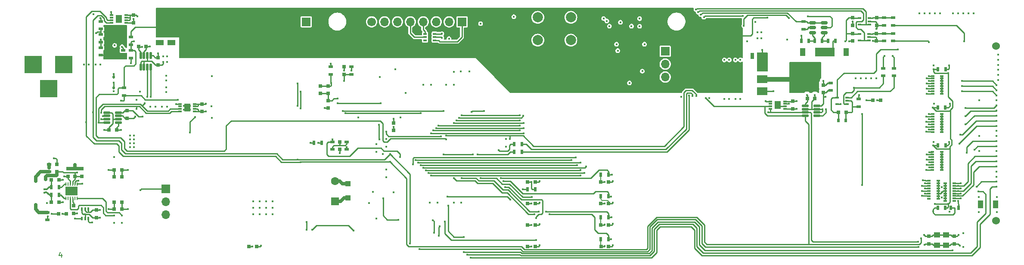
<source format=gbr>
%TF.GenerationSoftware,KiCad,Pcbnew,7.0.1*%
%TF.CreationDate,2023-08-11T20:35:27-05:00*%
%TF.ProjectId,Nixie_Clock_Core,4e697869-655f-4436-9c6f-636b5f436f72,B*%
%TF.SameCoordinates,Original*%
%TF.FileFunction,Copper,L4,Bot*%
%TF.FilePolarity,Positive*%
%FSLAX46Y46*%
G04 Gerber Fmt 4.6, Leading zero omitted, Abs format (unit mm)*
G04 Created by KiCad (PCBNEW 7.0.1) date 2023-08-11 20:35:27*
%MOMM*%
%LPD*%
G01*
G04 APERTURE LIST*
G04 Aperture macros list*
%AMRoundRect*
0 Rectangle with rounded corners*
0 $1 Rounding radius*
0 $2 $3 $4 $5 $6 $7 $8 $9 X,Y pos of 4 corners*
0 Add a 4 corners polygon primitive as box body*
4,1,4,$2,$3,$4,$5,$6,$7,$8,$9,$2,$3,0*
0 Add four circle primitives for the rounded corners*
1,1,$1+$1,$2,$3*
1,1,$1+$1,$4,$5*
1,1,$1+$1,$6,$7*
1,1,$1+$1,$8,$9*
0 Add four rect primitives between the rounded corners*
20,1,$1+$1,$2,$3,$4,$5,0*
20,1,$1+$1,$4,$5,$6,$7,0*
20,1,$1+$1,$6,$7,$8,$9,0*
20,1,$1+$1,$8,$9,$2,$3,0*%
G04 Aperture macros list end*
%ADD10C,0.150000*%
%TA.AperFunction,NonConductor*%
%ADD11C,0.150000*%
%TD*%
%TA.AperFunction,ComponentPad*%
%ADD12R,1.700000X1.700000*%
%TD*%
%TA.AperFunction,ComponentPad*%
%ADD13O,1.700000X1.700000*%
%TD*%
%TA.AperFunction,ComponentPad*%
%ADD14C,1.700000*%
%TD*%
%TA.AperFunction,ComponentPad*%
%ADD15C,2.000000*%
%TD*%
%TA.AperFunction,ComponentPad*%
%ADD16R,3.500000X3.500000*%
%TD*%
%TA.AperFunction,ComponentPad*%
%ADD17R,1.600000X1.600000*%
%TD*%
%TA.AperFunction,ComponentPad*%
%ADD18C,1.600000*%
%TD*%
%TA.AperFunction,ComponentPad*%
%ADD19C,1.524000*%
%TD*%
%TA.AperFunction,SMDPad,CuDef*%
%ADD20R,0.500000X0.900000*%
%TD*%
%TA.AperFunction,SMDPad,CuDef*%
%ADD21R,0.900000X0.500000*%
%TD*%
%TA.AperFunction,SMDPad,CuDef*%
%ADD22R,0.750000X0.800000*%
%TD*%
%TA.AperFunction,SMDPad,CuDef*%
%ADD23R,0.800000X0.750000*%
%TD*%
%TA.AperFunction,SMDPad,CuDef*%
%ADD24R,1.000000X1.600000*%
%TD*%
%TA.AperFunction,SMDPad,CuDef*%
%ADD25R,0.400000X0.650000*%
%TD*%
%TA.AperFunction,SMDPad,CuDef*%
%ADD26RoundRect,0.125000X0.537500X0.125000X-0.537500X0.125000X-0.537500X-0.125000X0.537500X-0.125000X0*%
%TD*%
%TA.AperFunction,SMDPad,CuDef*%
%ADD27R,0.650000X0.400000*%
%TD*%
%TA.AperFunction,SMDPad,CuDef*%
%ADD28RoundRect,0.150000X0.512500X0.150000X-0.512500X0.150000X-0.512500X-0.150000X0.512500X-0.150000X0*%
%TD*%
%TA.AperFunction,SMDPad,CuDef*%
%ADD29RoundRect,0.112500X-0.112500X0.187500X-0.112500X-0.187500X0.112500X-0.187500X0.112500X0.187500X0*%
%TD*%
%TA.AperFunction,SMDPad,CuDef*%
%ADD30R,0.800000X0.300000*%
%TD*%
%TA.AperFunction,SMDPad,CuDef*%
%ADD31R,0.250000X0.700000*%
%TD*%
%TA.AperFunction,SMDPad,CuDef*%
%ADD32R,1.190000X0.830000*%
%TD*%
%TA.AperFunction,SMDPad,CuDef*%
%ADD33R,0.700000X1.300000*%
%TD*%
%TA.AperFunction,SMDPad,CuDef*%
%ADD34R,1.600000X1.000000*%
%TD*%
%TA.AperFunction,SMDPad,CuDef*%
%ADD35R,0.750000X0.300000*%
%TD*%
%TA.AperFunction,SMDPad,CuDef*%
%ADD36R,1.300000X1.500000*%
%TD*%
%TA.AperFunction,SMDPad,CuDef*%
%ADD37R,1.100000X1.100000*%
%TD*%
%TA.AperFunction,SMDPad,CuDef*%
%ADD38R,0.600000X0.700000*%
%TD*%
%TA.AperFunction,SMDPad,CuDef*%
%ADD39RoundRect,0.125000X-0.125000X0.537500X-0.125000X-0.537500X0.125000X-0.537500X0.125000X0.537500X0*%
%TD*%
%TA.AperFunction,SMDPad,CuDef*%
%ADD40R,1.250000X1.000000*%
%TD*%
%TA.AperFunction,SMDPad,CuDef*%
%ADD41R,2.000000X1.500000*%
%TD*%
%TA.AperFunction,SMDPad,CuDef*%
%ADD42R,2.000000X3.800000*%
%TD*%
%TA.AperFunction,ViaPad*%
%ADD43C,0.400000*%
%TD*%
%TA.AperFunction,Conductor*%
%ADD44C,0.254000*%
%TD*%
%TA.AperFunction,Conductor*%
%ADD45C,0.200000*%
%TD*%
%TA.AperFunction,Conductor*%
%ADD46C,0.635000*%
%TD*%
%TA.AperFunction,Conductor*%
%ADD47C,0.889000*%
%TD*%
%TA.AperFunction,Conductor*%
%ADD48C,0.355600*%
%TD*%
G04 APERTURE END LIST*
D10*
D11*
X47473466Y-117498752D02*
X47473466Y-118165419D01*
X47235371Y-117117800D02*
X46997276Y-117832085D01*
X46997276Y-117832085D02*
X47616323Y-117832085D01*
D12*
%TO.P,TP201,1,TP*%
%TO.N,GND*%
X95561000Y-71805800D03*
%TD*%
%TO.P,J2102,1,Pin_1*%
%TO.N,USB_UART_TX*%
X67984357Y-104724200D03*
D13*
%TO.P,J2102,2,Pin_2*%
%TO.N,USB_UART_RX*%
X67984357Y-107264200D03*
%TO.P,J2102,3,Pin_3*%
%TO.N,GND*%
X67984357Y-109804200D03*
%TD*%
D12*
%TO.P,J801,1,Pin_1*%
%TO.N,Net-(D801B-K2)*%
X126202200Y-71812000D03*
D13*
%TO.P,J801,2,Pin_2*%
%TO.N,+3.3V*%
X123662200Y-71812000D03*
%TO.P,J801,3,Pin_3*%
%TO.N,Net-(J801-Pin_3)*%
X121122200Y-71812000D03*
%TO.P,J801,4,Pin_4*%
%TO.N,PIC32MZ_ICSPDAT*%
X118582200Y-71812000D03*
%TO.P,J801,5,Pin_5*%
%TO.N,PIC32MZ_ICSPCLK*%
X116042200Y-71812000D03*
%TO.P,J801,6,Pin_6*%
%TO.N,unconnected-(J801-Pin_6-Pad6)*%
X113502200Y-71812000D03*
%TO.P,J801,7,Pin_7*%
%TO.N,unconnected-(J801-Pin_7-Pad7)*%
X110962200Y-71812000D03*
D14*
%TO.P,J801,8,Pin_8*%
%TO.N,unconnected-(J801-Pin_8-Pad8)*%
X108422200Y-71812000D03*
%TD*%
D15*
%TO.P,SW801,1,1*%
%TO.N,+3.3V*%
X147598200Y-75427400D03*
X141098200Y-75427400D03*
%TO.P,SW801,2,2*%
%TO.N,Net-(R801-Pad1)*%
X147598200Y-70927400D03*
X141098200Y-70927400D03*
%TD*%
D16*
%TO.P,J201,1*%
%TO.N,+24Vin*%
X47904400Y-80238600D03*
%TO.P,J201,2*%
%TO.N,GND*%
X41904400Y-80238600D03*
%TO.P,J201,3*%
X44904400Y-84938600D03*
%TD*%
D17*
%TO.P,BZ2101,1,-*%
%TO.N,+3.3V*%
X101244400Y-107145462D03*
D18*
%TO.P,BZ2101,2,+*%
%TO.N,Net-(BZ2101-+)*%
X101244400Y-103145462D03*
%TD*%
D19*
%TO.P,J1901,65*%
%TO.N,N/C*%
X231194201Y-76587002D03*
%TO.P,J1901,66*%
X231194201Y-110978602D03*
%TD*%
D12*
%TO.P,J2101,1,Pin_1*%
%TO.N,I2C_SCL*%
X166141400Y-77597000D03*
D13*
%TO.P,J2101,2,Pin_2*%
%TO.N,I2C_SDA*%
X166141400Y-80137000D03*
%TO.P,J2101,3,Pin_3*%
%TO.N,GND*%
X166141400Y-82677000D03*
%TD*%
D20*
%TO.P,R1309,1,1*%
%TO.N,/USB UART Bridge/CONN_USB-*%
X45437600Y-104368600D03*
%TO.P,R1309,2,2*%
%TO.N,/USB UART Bridge/BRIDGE_USB-*%
X46937600Y-104368600D03*
%TD*%
D21*
%TO.P,L1301,1*%
%TO.N,Net-(J1301-VBUS)*%
X45040200Y-101334200D03*
%TO.P,L1301,2*%
%TO.N,Net-(U1305-EN)*%
X45040200Y-99834200D03*
%TD*%
D20*
%TO.P,R708,1,1*%
%TO.N,Net-(U705--)*%
X137986200Y-95910400D03*
%TO.P,R708,2,2*%
%TO.N,POS90_ADC*%
X136486200Y-95910400D03*
%TD*%
D22*
%TO.P,C302,1*%
%TO.N,+3.3V*%
X66409000Y-78828200D03*
%TO.P,C302,2*%
%TO.N,GND*%
X66409000Y-80328200D03*
%TD*%
%TO.P,C705,1*%
%TO.N,Net-(U704-+)*%
X207712076Y-70993000D03*
%TO.P,C705,2*%
%TO.N,GND*%
X207712076Y-72493000D03*
%TD*%
D21*
%TO.P,R203,1,1*%
%TO.N,Net-(U201-OVP)*%
X55143400Y-76897800D03*
%TO.P,R203,2,2*%
%TO.N,Net-(U201-RTN)*%
X55143400Y-78397800D03*
%TD*%
D22*
%TO.P,C701,1*%
%TO.N,+3.3V*%
X191231400Y-88944800D03*
%TO.P,C701,2*%
%TO.N,GND*%
X191231400Y-87444800D03*
%TD*%
D21*
%TO.P,R2107,1,1*%
%TO.N,GND*%
X100711000Y-96939800D03*
%TO.P,R2107,2,2*%
%TO.N,Buzzer_Enable*%
X100711000Y-95439800D03*
%TD*%
D20*
%TO.P,R1701,1,1*%
%TO.N,+3.3V*%
X221247400Y-81163800D03*
%TO.P,R1701,2,2*%
%TO.N,~{IO_Level_Shift_Enable}*%
X219747400Y-81163800D03*
%TD*%
D21*
%TO.P,R201,1,1*%
%TO.N,Net-(U201-UVLO)*%
X55143400Y-74332400D03*
%TO.P,R201,2,2*%
%TO.N,Net-(U201-OVP)*%
X55143400Y-75832400D03*
%TD*%
D23*
%TO.P,C1303,1*%
%TO.N,+3.3V_USB*%
X46855600Y-109601200D03*
%TO.P,C1303,2*%
%TO.N,GND_USB*%
X48355600Y-109601200D03*
%TD*%
D21*
%TO.P,R210,1,1*%
%TO.N,+24V*%
X61075000Y-74789600D03*
%TO.P,R210,2,2*%
%TO.N,POS24_PGOOD*%
X61075000Y-76289600D03*
%TD*%
D22*
%TO.P,C1305,1*%
%TO.N,+3.3V_USB*%
X48727600Y-102197600D03*
%TO.P,C1305,2*%
%TO.N,GND_USB*%
X48727600Y-100697600D03*
%TD*%
D24*
%TO.P,C612,1*%
%TO.N,+90V*%
X196165600Y-77749400D03*
%TO.P,C612,2*%
%TO.N,GND*%
X193165600Y-77749400D03*
%TD*%
D23*
%TO.P,C1604,1*%
%TO.N,+3.3V*%
X154989000Y-111770400D03*
%TO.P,C1604,2*%
%TO.N,GND*%
X153489000Y-111770400D03*
%TD*%
D25*
%TO.P,U1303,1,VCC*%
%TO.N,+3.3V_USB*%
X51451400Y-108651200D03*
%TO.P,U1303,2,GND*%
%TO.N,GND_USB*%
X52101400Y-108651200D03*
%TO.P,U1303,3,GND*%
X52751400Y-108651200D03*
%TO.P,U1303,4*%
%TO.N,Net-(D1302-K)*%
X52751400Y-110551200D03*
%TO.P,U1303,5,VCC*%
%TO.N,+3.3V_USB*%
X52101400Y-110551200D03*
%TO.P,U1303,6*%
%TO.N,POS5_USB_PGOOD*%
X51451400Y-110551200D03*
%TD*%
D22*
%TO.P,C503,1*%
%TO.N,+3.3V*%
X75062990Y-89472200D03*
%TO.P,C503,2*%
%TO.N,GND*%
X75062990Y-87972200D03*
%TD*%
D23*
%TO.P,C1603,1*%
%TO.N,+3.3V*%
X154989000Y-107579400D03*
%TO.P,C1603,2*%
%TO.N,GND*%
X153489000Y-107579400D03*
%TD*%
D26*
%TO.P,U501,1,IN+*%
%TO.N,POS3P3_SNS+*%
X58664600Y-89687000D03*
%TO.P,U501,2,IN-*%
%TO.N,POS3P3_SNS-*%
X58664600Y-90337000D03*
%TO.P,U501,3,GND*%
%TO.N,GND*%
X58664600Y-90987000D03*
%TO.P,U501,4,VS*%
%TO.N,+3.3V*%
X58664600Y-91637000D03*
%TO.P,U501,5,SCL*%
%TO.N,I2C_SCL*%
X56389600Y-91637000D03*
%TO.P,U501,6,SDA*%
%TO.N,I2C_SDA*%
X56389600Y-90987000D03*
%TO.P,U501,7,A0*%
%TO.N,+3.3V*%
X56389600Y-90337000D03*
%TO.P,U501,8,A1*%
%TO.N,GND*%
X56389600Y-89687000D03*
%TD*%
D20*
%TO.P,R707,1,1*%
%TO.N,Net-(U704--)*%
X137986200Y-97383600D03*
%TO.P,R707,2,2*%
%TO.N,POS180_ADC*%
X136486200Y-97383600D03*
%TD*%
D22*
%TO.P,C1205,1*%
%TO.N,+3.3V*%
X103007200Y-82190200D03*
%TO.P,C1205,2*%
%TO.N,GND*%
X103007200Y-80690200D03*
%TD*%
D20*
%TO.P,R608,1*%
%TO.N,+90V*%
X199632000Y-75550600D03*
%TO.P,R608,2*%
%TO.N,Net-(U603-+INA)*%
X198132000Y-75550600D03*
%TD*%
%TO.P,R1703,1,1*%
%TO.N,+3.3V*%
X221247400Y-96155200D03*
%TO.P,R1703,2,2*%
%TO.N,~{IO_Level_Shift_Enable}*%
X219747400Y-96155200D03*
%TD*%
D27*
%TO.P,U704,1,+*%
%TO.N,Net-(U704-+)*%
X206274476Y-71093000D03*
%TO.P,U704,2,V-*%
%TO.N,GND*%
X206274476Y-71743000D03*
%TO.P,U704,3,-*%
%TO.N,Net-(U704--)*%
X206274476Y-72393000D03*
%TO.P,U704,4*%
X204374476Y-72393000D03*
%TO.P,U704,5,V+*%
%TO.N,+3.3V*%
X204374476Y-71093000D03*
%TD*%
D26*
%TO.P,U703,1,IN+*%
%TO.N,Net-(Q701-D)*%
X195961500Y-88362800D03*
%TO.P,U703,2,IN-*%
%TO.N,GND*%
X195961500Y-89012800D03*
%TO.P,U703,3,GND*%
X195961500Y-89662800D03*
%TO.P,U703,4,VS*%
%TO.N,+3.3V*%
X195961500Y-90312800D03*
%TO.P,U703,5,SCL*%
%TO.N,I2C_SCL*%
X193686500Y-90312800D03*
%TO.P,U703,6,SDA*%
%TO.N,I2C_SDA*%
X193686500Y-89662800D03*
%TO.P,U703,7,A0*%
%TO.N,GND*%
X193686500Y-89012800D03*
%TO.P,U703,8,A1*%
%TO.N,+3.3V*%
X193686500Y-88362800D03*
%TD*%
D28*
%TO.P,U603,1,OUTA*%
%TO.N,POS90_PGOOD*%
X197403300Y-72035200D03*
%TO.P,U603,2,GND*%
%TO.N,GND*%
X197403300Y-72985200D03*
%TO.P,U603,3,+INA*%
%TO.N,Net-(U603-+INA)*%
X197403300Y-73935200D03*
%TO.P,U603,4,-INB*%
%TO.N,Net-(U603--INB)*%
X195128300Y-73935200D03*
%TO.P,U603,5,Vs*%
%TO.N,+3.3V*%
X195128300Y-72985200D03*
%TO.P,U603,6,OUTB*%
%TO.N,POS90_PGOOD*%
X195128300Y-72035200D03*
%TD*%
D21*
%TO.P,R202,1,1*%
%TO.N,+24Vin*%
X55143400Y-71716200D03*
%TO.P,R202,2,2*%
%TO.N,Net-(U201-UVLO)*%
X55143400Y-73216200D03*
%TD*%
D24*
%TO.P,C611,1*%
%TO.N,Net-(D603-K)*%
X201702800Y-77749400D03*
%TO.P,C611,2*%
%TO.N,+90V*%
X198702800Y-77749400D03*
%TD*%
D22*
%TO.P,C709,1*%
%TO.N,+3.3V*%
X202987676Y-70993000D03*
%TO.P,C709,2*%
%TO.N,GND*%
X202987676Y-72493000D03*
%TD*%
D23*
%TO.P,C1602,1*%
%TO.N,+3.3V*%
X154989000Y-103363000D03*
%TO.P,C1602,2*%
%TO.N,GND*%
X153489000Y-103363000D03*
%TD*%
D29*
%TO.P,D401,1,K*%
%TO.N,Net-(D401-K)*%
X57706500Y-82709000D03*
%TO.P,D401,2,A*%
%TO.N,+3.3V*%
X57706500Y-84809000D03*
%TD*%
D22*
%TO.P,C710,1*%
%TO.N,+3.3V*%
X202987676Y-74091800D03*
%TO.P,C710,2*%
%TO.N,GND*%
X202987676Y-75591800D03*
%TD*%
%TO.P,C2102,1*%
%TO.N,+3.3V*%
X102133400Y-96939800D03*
%TO.P,C2102,2*%
%TO.N,GND*%
X102133400Y-95439800D03*
%TD*%
%TO.P,C703,1*%
%TO.N,Net-(Q701-D)*%
X197256400Y-85763800D03*
%TO.P,C703,2*%
%TO.N,GND*%
X197256400Y-84263800D03*
%TD*%
D21*
%TO.P,R615,1,1*%
%TO.N,POS180_SNS+*%
X209042000Y-82461800D03*
%TO.P,R615,2,2*%
%TO.N,Net-(D603-K)*%
X209042000Y-80961800D03*
%TD*%
D30*
%TO.P,RN1802,1,R1.1*%
%TO.N,GND*%
X221218400Y-107083800D03*
%TO.P,RN1802,2,R2.1*%
X221218400Y-106583800D03*
%TO.P,RN1802,3,R3.1*%
X221218400Y-106083800D03*
%TO.P,RN1802,4,R4.1*%
X221218400Y-105583800D03*
%TO.P,RN1802,5,R5.1*%
X221218400Y-105083800D03*
%TO.P,RN1802,6,R6.1*%
X221218400Y-104583800D03*
%TO.P,RN1802,7,R7.1*%
X221218400Y-104083800D03*
%TO.P,RN1802,8,R8.1*%
X221218400Y-103583800D03*
%TO.P,RN1802,9,R8.2*%
%TO.N,Pushbutton_0_DSP*%
X223018400Y-103583800D03*
%TO.P,RN1802,10,R7.2*%
%TO.N,Pushbutton_1_DSP*%
X223018400Y-104083800D03*
%TO.P,RN1802,11,R6.2*%
%TO.N,Pushbutton_2_DSP*%
X223018400Y-104583800D03*
%TO.P,RN1802,12,R5.2*%
%TO.N,Pushbutton_3_DSP*%
X223018400Y-105083800D03*
%TO.P,RN1802,13,R4.2*%
%TO.N,Pushbutton_4_DSP*%
X223018400Y-105583800D03*
%TO.P,RN1802,14,R3.2*%
%TO.N,Pushbutton_5_DSP*%
X223018400Y-106083800D03*
%TO.P,RN1802,15,R2.2*%
%TO.N,Pushbutton_6_DSP*%
X223018400Y-106583800D03*
%TO.P,RN1802,16,R1.2*%
%TO.N,unconnected-(RN1802-R1.2-Pad16)*%
X223018400Y-107083800D03*
%TD*%
%TO.P,RN1702,1,R1.1*%
%TO.N,GND*%
X220514200Y-89977400D03*
%TO.P,RN1702,2,R2.1*%
X220514200Y-90477400D03*
%TO.P,RN1702,3,R3.1*%
X220514200Y-90977400D03*
%TO.P,RN1702,4,R4.1*%
X220514200Y-91477400D03*
%TO.P,RN1702,5,R5.1*%
X220514200Y-91977400D03*
%TO.P,RN1702,6,R6.1*%
X220514200Y-92477400D03*
%TO.P,RN1702,7,R7.1*%
X220514200Y-92977400D03*
%TO.P,RN1702,8,R8.1*%
X220514200Y-93477400D03*
%TO.P,RN1702,9,R8.2*%
%TO.N,Cathode_7*%
X218714200Y-93477400D03*
%TO.P,RN1702,10,R7.2*%
%TO.N,Cathode_6*%
X218714200Y-92977400D03*
%TO.P,RN1702,11,R6.2*%
%TO.N,Cathode_5*%
X218714200Y-92477400D03*
%TO.P,RN1702,12,R5.2*%
%TO.N,Cathode_4*%
X218714200Y-91977400D03*
%TO.P,RN1702,13,R4.2*%
%TO.N,Cathode_3*%
X218714200Y-91477400D03*
%TO.P,RN1702,14,R3.2*%
%TO.N,Cathode_2*%
X218714200Y-90977400D03*
%TO.P,RN1702,15,R2.2*%
%TO.N,Cathode_1*%
X218714200Y-90477400D03*
%TO.P,RN1702,16,R1.2*%
%TO.N,Cathode_0*%
X218714200Y-89977400D03*
%TD*%
D21*
%TO.P,L1302,1*%
%TO.N,GND_USB*%
X44710000Y-109308400D03*
%TO.P,L1302,2*%
%TO.N,Net-(J1301-Shield)*%
X44710000Y-110808400D03*
%TD*%
D20*
%TO.P,R1602,1,1*%
%TO.N,Error_LED*%
X154989000Y-101915200D03*
%TO.P,R1602,2,2*%
%TO.N,GND*%
X153489000Y-101915200D03*
%TD*%
%TO.P,R1802,1,1*%
%TO.N,+3.3V*%
X219742800Y-108381800D03*
%TO.P,R1802,2,2*%
%TO.N,~{IO_Level_Shift_Enable}*%
X221242800Y-108381800D03*
%TD*%
D31*
%TO.P,U1302,1,USBDM*%
%TO.N,/USB UART Bridge/BRIDGE_USB-*%
X48288400Y-103730600D03*
%TO.P,U1302,2,~{RESET}*%
%TO.N,unconnected-(U1302-~{RESET}-Pad2)*%
X48738400Y-103730600D03*
%TO.P,U1302,3,3V3OUT*%
%TO.N,+3.3V_USB*%
X49188400Y-103730600D03*
%TO.P,U1302,4,VCC*%
%TO.N,+5V_USB*%
X49638400Y-103730600D03*
%TO.P,U1302,5,GND*%
%TO.N,GND_USB*%
X50088400Y-103730600D03*
%TO.P,U1302,6,CBUS0*%
%TO.N,~{USB_ACTIVE}*%
X50538400Y-103730600D03*
%TO.P,U1302,7,TXD*%
%TO.N,USB_UART_RX_ISO*%
X50538400Y-106530600D03*
%TO.P,U1302,8,~{RTS}*%
%TO.N,unconnected-(U1302-~{RTS}-Pad8)*%
X50088400Y-106530600D03*
%TO.P,U1302,9,VCCIO*%
%TO.N,+3.3V_USB*%
X49638400Y-106530600D03*
%TO.P,U1302,10,RXD*%
%TO.N,USB_UART_TX_ISO*%
X49188400Y-106530600D03*
%TO.P,U1302,11,~{CTS}*%
%TO.N,unconnected-(U1302-~{CTS}-Pad11)*%
X48738400Y-106530600D03*
%TO.P,U1302,12,USBDP*%
%TO.N,/USB UART Bridge/BRIDGE_USB+*%
X48288400Y-106530600D03*
D32*
%TO.P,U1302,13,GND*%
%TO.N,GND_USB*%
X50008400Y-104715600D03*
X48818400Y-104715600D03*
X50008400Y-105545600D03*
X48818400Y-105545600D03*
%TD*%
D23*
%TO.P,C1312,1*%
%TO.N,+3.3V_USB*%
X59328400Y-107289800D03*
%TO.P,C1312,2*%
%TO.N,GND_USB*%
X57828400Y-107289800D03*
%TD*%
%TO.P,C1601,1*%
%TO.N,+3.3V*%
X155014400Y-115997200D03*
%TO.P,C1601,2*%
%TO.N,GND*%
X153514400Y-115997200D03*
%TD*%
D20*
%TO.P,R1308,1,1*%
%TO.N,/USB UART Bridge/CONN_USB+*%
X45437600Y-105867200D03*
%TO.P,R1308,2,2*%
%TO.N,/USB UART Bridge/BRIDGE_USB+*%
X46937600Y-105867200D03*
%TD*%
D33*
%TO.P,R611,1*%
%TO.N,Net-(Q601-S)*%
X185201600Y-78536800D03*
%TO.P,R611,2*%
%TO.N,GND*%
X183301600Y-78536800D03*
%TD*%
D21*
%TO.P,R1201,1,1*%
%TO.N,VBAT*%
X100391000Y-82190200D03*
%TO.P,R1201,2,2*%
%TO.N,VBAT_ADC*%
X100391000Y-80690200D03*
%TD*%
D23*
%TO.P,C1505,1*%
%TO.N,+3.3V*%
X140587200Y-116001800D03*
%TO.P,C1505,2*%
%TO.N,GND*%
X139087200Y-116001800D03*
%TD*%
%TO.P,C1309,1*%
%TO.N,/USB UART Bridge/CONN_USB-*%
X45427200Y-102920800D03*
%TO.P,C1309,2*%
%TO.N,GND_USB*%
X46927200Y-102920800D03*
%TD*%
D21*
%TO.P,R2104,1,1*%
%TO.N,GND*%
X103555800Y-95439800D03*
%TO.P,R2104,2,2*%
%TO.N,Net-(U2101-OUT)*%
X103555800Y-96939800D03*
%TD*%
D34*
%TO.P,C205,1*%
%TO.N,+24V*%
X66802000Y-72896600D03*
%TO.P,C205,2*%
%TO.N,GND*%
X66802000Y-75896600D03*
%TD*%
D27*
%TO.P,D801,1,K1*%
%TO.N,+3.3V*%
X120812600Y-74178400D03*
%TO.P,D801,2,A*%
%TO.N,GND*%
X120812600Y-74828400D03*
%TO.P,D801,3,K2*%
%TO.N,Net-(D801B-K2)*%
X120812600Y-75478400D03*
%TO.P,D801,4,K3*%
%TO.N,unconnected-(D801C-K3-Pad4)*%
X118912600Y-75478400D03*
%TO.P,D801,5,K4*%
%TO.N,PIC32MZ_ICSPCLK*%
X118912600Y-74828400D03*
%TO.P,D801,6,K5*%
%TO.N,PIC32MZ_ICSPDAT*%
X118912600Y-74178400D03*
%TD*%
D35*
%TO.P,U302,1,SDA*%
%TO.N,I2C_SDA*%
X57245800Y-72018800D03*
%TO.P,U302,2,SCL*%
%TO.N,I2C_SCL*%
X57245800Y-71518800D03*
%TO.P,U302,3,Alert*%
%TO.N,unconnected-(U302-Alert-Pad3)*%
X57245800Y-71018800D03*
%TO.P,U302,4,GND*%
%TO.N,GND*%
X57245800Y-70518800D03*
%TO.P,U302,5,A2*%
X60145800Y-70518800D03*
%TO.P,U302,6,A1*%
X60145800Y-71018800D03*
%TO.P,U302,7,A0*%
X60145800Y-71518800D03*
%TO.P,U302,8,V_{DD}*%
%TO.N,+3.3V*%
X60145800Y-72018800D03*
D36*
%TO.P,U302,9,EP/GND*%
%TO.N,GND*%
X58695800Y-71268800D03*
%TD*%
D23*
%TO.P,C502,1*%
%TO.N,+3.3V*%
X58281000Y-93116400D03*
%TO.P,C502,2*%
%TO.N,GND*%
X56781000Y-93116400D03*
%TD*%
D21*
%TO.P,R706,1,1*%
%TO.N,Net-(U705-+)*%
X209143600Y-74091800D03*
%TO.P,R706,2,2*%
%TO.N,GND*%
X209143600Y-75591800D03*
%TD*%
D23*
%TO.P,C1502,1*%
%TO.N,+3.3V*%
X140587200Y-107578700D03*
%TO.P,C1502,2*%
%TO.N,GND*%
X139087200Y-107578700D03*
%TD*%
%TO.P,C702,1*%
%TO.N,+180V*%
X200189400Y-89596200D03*
%TO.P,C702,2*%
%TO.N,Net-(D701-A)*%
X201689400Y-89596200D03*
%TD*%
D21*
%TO.P,R701,1*%
%TO.N,Net-(D701-A)*%
X204216000Y-88507000D03*
%TO.P,R701,2*%
%TO.N,GND*%
X204216000Y-87007000D03*
%TD*%
%TO.P,R705,1,1*%
%TO.N,+90V*%
X210947000Y-75591800D03*
%TO.P,R705,2,2*%
%TO.N,Net-(U705-+)*%
X210947000Y-74091800D03*
%TD*%
%TO.P,R704,1,1*%
%TO.N,Net-(U704-+)*%
X209159876Y-70993000D03*
%TO.P,R704,2,2*%
%TO.N,GND*%
X209159876Y-72493000D03*
%TD*%
D23*
%TO.P,C1308,1*%
%TO.N,/USB UART Bridge/CONN_USB+*%
X45427200Y-107289600D03*
%TO.P,C1308,2*%
%TO.N,GND_USB*%
X46927200Y-107289600D03*
%TD*%
D20*
%TO.P,R1806,1,1*%
%TO.N,+3.3V*%
X222338200Y-108388400D03*
%TO.P,R1806,2,2*%
%TO.N,~{Display_Detect_DSP}*%
X223838200Y-108388400D03*
%TD*%
D22*
%TO.P,C1307,1*%
%TO.N,+5V_USB*%
X46513400Y-101334200D03*
%TO.P,C1307,2*%
%TO.N,GND_USB*%
X46513400Y-99834200D03*
%TD*%
D20*
%TO.P,R1601,1,1*%
%TO.N,Heartbeat_LED*%
X155004200Y-114564400D03*
%TO.P,R1601,2,2*%
%TO.N,GND*%
X153504200Y-114564400D03*
%TD*%
D37*
%TO.P,D2101,1,K*%
%TO.N,+3.3V*%
X103759000Y-106450462D03*
%TO.P,D2101,2,A*%
%TO.N,Net-(BZ2101-+)*%
X103759000Y-103650462D03*
%TD*%
D22*
%TO.P,C1202,1*%
%TO.N,VBAT*%
X98348800Y-84416200D03*
%TO.P,C1202,2*%
%TO.N,GND*%
X98348800Y-85916200D03*
%TD*%
%TO.P,C706,1*%
%TO.N,Net-(U705-+)*%
X207695800Y-74091800D03*
%TO.P,C706,2*%
%TO.N,GND*%
X207695800Y-75591800D03*
%TD*%
%TO.P,C1802,1*%
%TO.N,+3.3V*%
X217978200Y-114026000D03*
%TO.P,C1802,2*%
%TO.N,GND*%
X217978200Y-115526000D03*
%TD*%
D20*
%TO.P,R610,1*%
%TO.N,Net-(U603--INB)*%
X194399600Y-75550600D03*
%TO.P,R610,2*%
%TO.N,GND*%
X192899600Y-75550600D03*
%TD*%
D27*
%TO.P,U701,1,+*%
%TO.N,POS180_SNS-*%
X201889400Y-86726000D03*
%TO.P,U701,2,V-*%
%TO.N,Net-(D701-A)*%
X201889400Y-87376000D03*
%TO.P,U701,3,-*%
%TO.N,POS180_SNS+*%
X201889400Y-88026000D03*
%TO.P,U701,4*%
%TO.N,Net-(Q701-G)*%
X199989400Y-88026000D03*
%TO.P,U701,5,V+*%
%TO.N,+180V*%
X199989400Y-86726000D03*
%TD*%
D24*
%TO.P,C1903,1*%
%TO.N,+3.3V*%
X228116000Y-107772200D03*
%TO.P,C1903,2*%
%TO.N,GND*%
X231116000Y-107772200D03*
%TD*%
D35*
%TO.P,U502,1,SDA*%
%TO.N,I2C_SDA*%
X70717390Y-89472200D03*
%TO.P,U502,2,SCL*%
%TO.N,I2C_SCL*%
X70717390Y-88972200D03*
%TO.P,U502,3,Alert*%
%TO.N,unconnected-(U502-Alert-Pad3)*%
X70717390Y-88472200D03*
%TO.P,U502,4,GND*%
%TO.N,GND*%
X70717390Y-87972200D03*
%TO.P,U502,5,A2*%
X73617390Y-87972200D03*
%TO.P,U502,6,A1*%
X73617390Y-88472200D03*
%TO.P,U502,7,A0*%
%TO.N,+3.3V*%
X73617390Y-88972200D03*
%TO.P,U502,8,V_{DD}*%
X73617390Y-89472200D03*
D36*
%TO.P,U502,9,EP/GND*%
%TO.N,GND*%
X72167390Y-88722200D03*
%TD*%
D23*
%TO.P,C301,1*%
%TO.N,POS24_SNS+*%
X62585600Y-76708000D03*
%TO.P,C301,2*%
%TO.N,POS24_SNS-*%
X64085600Y-76708000D03*
%TD*%
D35*
%TO.P,U702,1,SDA*%
%TO.N,I2C_SDA*%
X186814800Y-88964200D03*
%TO.P,U702,2,SCL*%
%TO.N,I2C_SCL*%
X186814800Y-88464200D03*
%TO.P,U702,3,Alert*%
%TO.N,unconnected-(U702-Alert-Pad3)*%
X186814800Y-87964200D03*
%TO.P,U702,4,GND*%
%TO.N,GND*%
X186814800Y-87464200D03*
%TO.P,U702,5,A2*%
X189714800Y-87464200D03*
%TO.P,U702,6,A1*%
%TO.N,+3.3V*%
X189714800Y-87964200D03*
%TO.P,U702,7,A0*%
%TO.N,GND*%
X189714800Y-88464200D03*
%TO.P,U702,8,V_{DD}*%
%TO.N,+3.3V*%
X189714800Y-88964200D03*
D36*
%TO.P,U702,9,EP/GND*%
%TO.N,GND*%
X188264800Y-88214200D03*
%TD*%
D21*
%TO.P,R703,1,1*%
%TO.N,+180V*%
X210963276Y-72493000D03*
%TO.P,R703,2,2*%
%TO.N,Net-(U704-+)*%
X210963276Y-70993000D03*
%TD*%
D22*
%TO.P,C1101,1*%
%TO.N,+3.3V*%
X112732600Y-91706400D03*
%TO.P,C1101,2*%
%TO.N,GND*%
X112732600Y-93206400D03*
%TD*%
D21*
%TO.P,R702,1,1*%
%TO.N,Net-(Q701-D)*%
X198678800Y-85332000D03*
%TO.P,R702,2,2*%
%TO.N,GND*%
X198678800Y-83832000D03*
%TD*%
D20*
%TO.P,R1702,1,1*%
%TO.N,+3.3V*%
X221238800Y-88684800D03*
%TO.P,R1702,2,2*%
%TO.N,~{IO_Level_Shift_Enable}*%
X219738800Y-88684800D03*
%TD*%
D21*
%TO.P,R211,1,1*%
%TO.N,POS24_PGOOD*%
X61075000Y-77431200D03*
%TO.P,R211,2,2*%
%TO.N,GND*%
X61075000Y-78931200D03*
%TD*%
D23*
%TO.P,C1504,1*%
%TO.N,+3.3V*%
X140587200Y-111793250D03*
%TO.P,C1504,2*%
%TO.N,GND*%
X139087200Y-111793250D03*
%TD*%
D21*
%TO.P,R617,1,1*%
%TO.N,POS180_SNS-*%
X211124800Y-82449800D03*
%TO.P,R617,2,2*%
%TO.N,+180V*%
X211124800Y-80949800D03*
%TD*%
D23*
%TO.P,C605,1*%
%TO.N,+3.3V*%
X207010000Y-87274400D03*
%TO.P,C605,2*%
%TO.N,GND*%
X208510000Y-87274400D03*
%TD*%
D21*
%TO.P,R401,1,1*%
%TO.N,POS24_PGOOD*%
X59763900Y-84837800D03*
%TO.P,R401,2,2*%
%TO.N,POS3P3_RUN*%
X59763900Y-86337800D03*
%TD*%
D23*
%TO.P,C1503,1*%
%TO.N,+3.3V*%
X85789200Y-116027200D03*
%TO.P,C1503,2*%
%TO.N,GND*%
X84289200Y-116027200D03*
%TD*%
D20*
%TO.P,R1605,1,1*%
%TO.N,+3.3V*%
X153489000Y-106131600D03*
%TO.P,R1605,2,2*%
%TO.N,Reset_LED*%
X154989000Y-106131600D03*
%TD*%
D22*
%TO.P,C1302,1*%
%TO.N,+5V_USB*%
X50099200Y-102197600D03*
%TO.P,C1302,2*%
%TO.N,GND_USB*%
X50099200Y-100697600D03*
%TD*%
D20*
%TO.P,R1606,1,1*%
%TO.N,CPU_Trap_LED*%
X154989000Y-110322600D03*
%TO.P,R1606,2,2*%
%TO.N,GND*%
X153489000Y-110322600D03*
%TD*%
D22*
%TO.P,C303,1*%
%TO.N,+3.3V*%
X61595000Y-71997000D03*
%TO.P,C303,2*%
%TO.N,GND*%
X61595000Y-70497000D03*
%TD*%
D38*
%TO.P,D701,1,K*%
%TO.N,+180V*%
X200239400Y-91236800D03*
%TO.P,D701,2,A*%
%TO.N,Net-(D701-A)*%
X201639400Y-91236800D03*
%TD*%
D34*
%TO.P,C206,1*%
%TO.N,+24V*%
X69037200Y-72896600D03*
%TO.P,C206,2*%
%TO.N,GND*%
X69037200Y-75896600D03*
%TD*%
D21*
%TO.P,R612,1,1*%
%TO.N,+3.3V*%
X193370200Y-73278000D03*
%TO.P,R612,2,2*%
%TO.N,POS90_PGOOD*%
X193370200Y-71778000D03*
%TD*%
%TO.P,R1203,1,1*%
%TO.N,+3.3V*%
X104455000Y-82190200D03*
%TO.P,R1203,2,2*%
%TO.N,VBAT_PGOOD*%
X104455000Y-80690200D03*
%TD*%
D39*
%TO.P,U301,1,IN+*%
%TO.N,POS24_SNS+*%
X63021000Y-78440700D03*
%TO.P,U301,2,IN-*%
%TO.N,POS24_SNS-*%
X63671000Y-78440700D03*
%TO.P,U301,3,GND*%
%TO.N,GND*%
X64321000Y-78440700D03*
%TO.P,U301,4,VS*%
%TO.N,+3.3V*%
X64971000Y-78440700D03*
%TO.P,U301,5,SCL*%
%TO.N,I2C_SCL*%
X64971000Y-80715700D03*
%TO.P,U301,6,SDA*%
%TO.N,I2C_SDA*%
X64321000Y-80715700D03*
%TO.P,U301,7,A0*%
%TO.N,GND*%
X63671000Y-80715700D03*
%TO.P,U301,8,A1*%
X63021000Y-80715700D03*
%TD*%
D23*
%TO.P,C1313,1*%
%TO.N,+3.3V_USB*%
X59328400Y-108686800D03*
%TO.P,C1313,2*%
%TO.N,GND_USB*%
X57828400Y-108686800D03*
%TD*%
D40*
%TO.P,C1803,1*%
%TO.N,+3.3V*%
X219578400Y-113776000D03*
%TO.P,C1803,2*%
%TO.N,GND*%
X219578400Y-115776000D03*
%TD*%
D22*
%TO.P,C1301,1*%
%TO.N,+3.3V_USB*%
X49866200Y-108012800D03*
%TO.P,C1301,2*%
%TO.N,GND_USB*%
X49866200Y-109512800D03*
%TD*%
D40*
%TO.P,C1805,1*%
%TO.N,+3.3V*%
X221407200Y-113776000D03*
%TO.P,C1805,2*%
%TO.N,GND*%
X221407200Y-115776000D03*
%TD*%
D22*
%TO.P,C1804,1*%
%TO.N,+3.3V*%
X223007400Y-114026000D03*
%TO.P,C1804,2*%
%TO.N,GND*%
X223007400Y-115526000D03*
%TD*%
D27*
%TO.P,U705,1,+*%
%TO.N,Net-(U705-+)*%
X206258200Y-74191800D03*
%TO.P,U705,2,V-*%
%TO.N,GND*%
X206258200Y-74841800D03*
%TO.P,U705,3,-*%
%TO.N,Net-(U705--)*%
X206258200Y-75491800D03*
%TO.P,U705,4*%
X204358200Y-75491800D03*
%TO.P,U705,5,V+*%
%TO.N,+3.3V*%
X204358200Y-74191800D03*
%TD*%
D22*
%TO.P,C1203,1*%
%TO.N,VBAT*%
X99847400Y-84416200D03*
%TO.P,C1203,2*%
%TO.N,GND*%
X99847400Y-85916200D03*
%TD*%
%TO.P,C1204,1*%
%TO.N,+3.3V*%
X99847400Y-88798400D03*
%TO.P,C1204,2*%
%TO.N,GND*%
X99847400Y-87298400D03*
%TD*%
%TO.P,C1306,1*%
%TO.N,+3.3V_USB*%
X54285800Y-110351200D03*
%TO.P,C1306,2*%
%TO.N,GND_USB*%
X54285800Y-108851200D03*
%TD*%
D21*
%TO.P,R207,1,1*%
%TO.N,Net-(U201-ILIM)*%
X59601800Y-77431200D03*
%TO.P,R207,2,2*%
%TO.N,Net-(U201-RTN)*%
X59601800Y-78931200D03*
%TD*%
D22*
%TO.P,C1304,1*%
%TO.N,+5V_USB*%
X51470800Y-102197600D03*
%TO.P,C1304,2*%
%TO.N,GND_USB*%
X51470800Y-100697600D03*
%TD*%
D20*
%TO.P,R1501,1,1*%
%TO.N,PGOOD_LED_SHDN*%
X139087200Y-104817950D03*
%TO.P,R1501,2,2*%
%TO.N,GND*%
X140587200Y-104817950D03*
%TD*%
D41*
%TO.P,Q601,1,G*%
%TO.N,Net-(Q601-G)*%
X185241800Y-85434200D03*
%TO.P,Q601,2,D*%
%TO.N,Net-(D601-A)*%
X185241800Y-83134200D03*
D42*
X191541800Y-83134200D03*
D41*
%TO.P,Q601,3,S*%
%TO.N,Net-(Q601-S)*%
X185241800Y-80834200D03*
%TD*%
D20*
%TO.P,R609,1*%
%TO.N,Net-(U603-+INA)*%
X197015800Y-75550600D03*
%TO.P,R609,2*%
%TO.N,Net-(U603--INB)*%
X195515800Y-75550600D03*
%TD*%
D23*
%TO.P,C1310,1*%
%TO.N,+3.3V*%
X59328400Y-102362200D03*
%TO.P,C1310,2*%
%TO.N,GND*%
X57828400Y-102362200D03*
%TD*%
D30*
%TO.P,RN1801,1,R1.1*%
%TO.N,GND*%
X219818000Y-103101200D03*
%TO.P,RN1801,2,R2.1*%
X219818000Y-103601200D03*
%TO.P,RN1801,3,R3.1*%
X219818000Y-104101200D03*
%TO.P,RN1801,4,R4.1*%
X219818000Y-104601200D03*
%TO.P,RN1801,5,R5.1*%
X219818000Y-105101200D03*
%TO.P,RN1801,6,R6.1*%
X219818000Y-105601200D03*
%TO.P,RN1801,7,R7.1*%
X219818000Y-106101200D03*
%TO.P,RN1801,8,R8.1*%
X219818000Y-106601200D03*
%TO.P,RN1801,9,R8.2*%
%TO.N,unconnected-(RN1801-R8.2-Pad9)*%
X218018000Y-106601200D03*
%TO.P,RN1801,10,R7.2*%
%TO.N,Pushbutton_6*%
X218018000Y-106101200D03*
%TO.P,RN1801,11,R6.2*%
%TO.N,Pushbutton_5*%
X218018000Y-105601200D03*
%TO.P,RN1801,12,R5.2*%
%TO.N,Pushbutton_4*%
X218018000Y-105101200D03*
%TO.P,RN1801,13,R4.2*%
%TO.N,Pushbutton_3*%
X218018000Y-104601200D03*
%TO.P,RN1801,14,R3.2*%
%TO.N,Pushbutton_2*%
X218018000Y-104101200D03*
%TO.P,RN1801,15,R2.2*%
%TO.N,Pushbutton_1*%
X218018000Y-103601200D03*
%TO.P,RN1801,16,R1.2*%
%TO.N,Pushbutton_0*%
X218018000Y-103101200D03*
%TD*%
D22*
%TO.P,C501,1*%
%TO.N,POS3P3_SNS+*%
X60375800Y-89267600D03*
%TO.P,C501,2*%
%TO.N,POS3P3_SNS-*%
X60375800Y-90767600D03*
%TD*%
D20*
%TO.P,R2111,1,1*%
%TO.N,GND*%
X97086200Y-95619723D03*
%TO.P,R2111,2,2*%
%TO.N,Net-(Q2101-G)*%
X98586200Y-95619723D03*
%TD*%
D30*
%TO.P,RN1703,1,R1.1*%
%TO.N,GND*%
X220483000Y-97453200D03*
%TO.P,RN1703,2,R2.1*%
X220483000Y-97953200D03*
%TO.P,RN1703,3,R3.1*%
X220483000Y-98453200D03*
%TO.P,RN1703,4,R4.1*%
X220483000Y-98953200D03*
%TO.P,RN1703,5,R5.1*%
X220483000Y-99453200D03*
%TO.P,RN1703,6,R6.1*%
X220483000Y-99953200D03*
%TO.P,RN1703,7,R7.1*%
X220483000Y-100453200D03*
%TO.P,RN1703,8,R8.1*%
X220483000Y-100953200D03*
%TO.P,RN1703,9,R8.2*%
%TO.N,Net-(RN1703-R8.2)*%
X218683000Y-100953200D03*
%TO.P,RN1703,10,R7.2*%
%TO.N,Colon_3*%
X218683000Y-100453200D03*
%TO.P,RN1703,11,R6.2*%
%TO.N,Colon_2*%
X218683000Y-99953200D03*
%TO.P,RN1703,12,R5.2*%
%TO.N,Colon_1*%
X218683000Y-99453200D03*
%TO.P,RN1703,13,R4.2*%
%TO.N,Colon_0*%
X218683000Y-98953200D03*
%TO.P,RN1703,14,R3.2*%
%TO.N,Cathode_DP*%
X218683000Y-98453200D03*
%TO.P,RN1703,15,R2.2*%
%TO.N,Cathode_9*%
X218683000Y-97953200D03*
%TO.P,RN1703,16,R1.2*%
%TO.N,Cathode_8*%
X218683000Y-97453200D03*
%TD*%
D23*
%TO.P,C704,1*%
%TO.N,+3.3V*%
X194074000Y-86874000D03*
%TO.P,C704,2*%
%TO.N,GND*%
X195574000Y-86874000D03*
%TD*%
D30*
%TO.P,RN1701,1,R1.1*%
%TO.N,GND*%
X220519400Y-82473800D03*
%TO.P,RN1701,2,R2.1*%
X220519400Y-82973800D03*
%TO.P,RN1701,3,R3.1*%
X220519400Y-83473800D03*
%TO.P,RN1701,4,R4.1*%
X220519400Y-83973800D03*
%TO.P,RN1701,5,R5.1*%
X220519400Y-84473800D03*
%TO.P,RN1701,6,R6.1*%
X220519400Y-84973800D03*
%TO.P,RN1701,7,R7.1*%
X220519400Y-85473800D03*
%TO.P,RN1701,8,R8.1*%
X220519400Y-85973800D03*
%TO.P,RN1701,9,R8.2*%
%TO.N,Net-(RN1701-R8.2)*%
X218719400Y-85973800D03*
%TO.P,RN1701,10,R7.2*%
%TO.N,Net-(RN1701-R7.2)*%
X218719400Y-85473800D03*
%TO.P,RN1701,11,R6.2*%
%TO.N,Anode_5*%
X218719400Y-84973800D03*
%TO.P,RN1701,12,R5.2*%
%TO.N,Anode_4*%
X218719400Y-84473800D03*
%TO.P,RN1701,13,R4.2*%
%TO.N,Anode_3*%
X218719400Y-83973800D03*
%TO.P,RN1701,14,R3.2*%
%TO.N,Anode_2*%
X218719400Y-83473800D03*
%TO.P,RN1701,15,R2.2*%
%TO.N,Anode_1*%
X218719400Y-82973800D03*
%TO.P,RN1701,16,R1.2*%
%TO.N,Anode_0*%
X218719400Y-82473800D03*
%TD*%
D23*
%TO.P,C1311,1*%
%TO.N,+3.3V*%
X59328400Y-100965200D03*
%TO.P,C1311,2*%
%TO.N,GND*%
X57828400Y-100965200D03*
%TD*%
%TO.P,C1501,1*%
%TO.N,+3.3V*%
X140587200Y-103370150D03*
%TO.P,C1501,2*%
%TO.N,GND*%
X139087200Y-103370150D03*
%TD*%
D43*
%TO.N,GND*%
X231267000Y-101269800D03*
X220483000Y-100253800D03*
X220492800Y-104343200D03*
X220514200Y-91719400D03*
X96443800Y-95656400D03*
X64922400Y-88519000D03*
X120091200Y-84226400D03*
X154223800Y-115977800D03*
X139811800Y-107567150D03*
X68072000Y-83388200D03*
X68224400Y-78587600D03*
X182270400Y-75692000D03*
X194233800Y-70739000D03*
X206629000Y-82905600D03*
X72694800Y-89103200D03*
X183870600Y-71805800D03*
X154223800Y-103353300D03*
X185089800Y-73914000D03*
X220167200Y-70180200D03*
X231292400Y-93268800D03*
X102133400Y-96139000D03*
X86410800Y-109677200D03*
X121361200Y-107442000D03*
X67259200Y-75895200D03*
X123647200Y-75133200D03*
X101752400Y-86944200D03*
X122250200Y-75006200D03*
X154223800Y-111760700D03*
X207836200Y-87274400D03*
X197053200Y-89027000D03*
X57886600Y-76454000D03*
X220522800Y-85242400D03*
X114071400Y-90652600D03*
X220483000Y-99237800D03*
X223774000Y-70180200D03*
X54152800Y-80187800D03*
X139811800Y-103360450D03*
X231267000Y-102285800D03*
X72086600Y-88722200D03*
X218135200Y-70180200D03*
X207695800Y-73228200D03*
X217119200Y-70180200D03*
X190093600Y-75336400D03*
X192887600Y-74549000D03*
X177774600Y-79324200D03*
X231597200Y-82270600D03*
X85140800Y-109677200D03*
X108661200Y-105257600D03*
X102997000Y-81432400D03*
X185089800Y-75082400D03*
X71526400Y-89103200D03*
X222021400Y-109220000D03*
X85013800Y-116007800D03*
X207645000Y-82905600D03*
X139811800Y-115999950D03*
X59064800Y-70764400D03*
X220514200Y-90703400D03*
X154223800Y-107569700D03*
X219024200Y-87960200D03*
X51841400Y-80187800D03*
X231368600Y-107289600D03*
X231292400Y-94284800D03*
X224790000Y-70180200D03*
X115112800Y-85775800D03*
X62204600Y-87172800D03*
X85140800Y-108407200D03*
X157353000Y-71907400D03*
X88950800Y-107137200D03*
X109372400Y-95910400D03*
X195586000Y-86239000D03*
X231368600Y-108280200D03*
X177774600Y-86969600D03*
X75805569Y-87957793D03*
X204241400Y-86258400D03*
X218948000Y-80391000D03*
X86410800Y-108407200D03*
X231597200Y-83282800D03*
X68072000Y-85648800D03*
X220522800Y-83210400D03*
X105791000Y-90678000D03*
X220519400Y-84226400D03*
X124587000Y-81661000D03*
X217144600Y-115722400D03*
X231597200Y-81280000D03*
X155168600Y-72669400D03*
X125984000Y-81559400D03*
X179959000Y-79324200D03*
X224104200Y-115849400D03*
X136372600Y-70815200D03*
X220492800Y-106375200D03*
X184327800Y-75082400D03*
X67462400Y-79756000D03*
X218922600Y-95453200D03*
X70027800Y-87985600D03*
X180924200Y-79324200D03*
X185902600Y-87426800D03*
X227863400Y-87274400D03*
X55880000Y-93116400D03*
X225806000Y-70180200D03*
X71526400Y-88341200D03*
X202336400Y-75615800D03*
X87680800Y-109677200D03*
X184327800Y-73914000D03*
X220497400Y-105359200D03*
X178739800Y-86969600D03*
X68072000Y-84683600D03*
X66294000Y-75895200D03*
X124587000Y-84226400D03*
X52806600Y-80187800D03*
X193167000Y-77266800D03*
X193167000Y-78232000D03*
X88950800Y-109677200D03*
X77038200Y-90754200D03*
X188264800Y-88214200D03*
X61087000Y-79933800D03*
X57226200Y-69900800D03*
X67462400Y-78587600D03*
X56667400Y-100965000D03*
X159131000Y-83845400D03*
X231292400Y-87274400D03*
X162077400Y-76225400D03*
X203581000Y-82905600D03*
X69570600Y-75895200D03*
X86410800Y-107137200D03*
X87680800Y-108407200D03*
X53695600Y-70332600D03*
X68072000Y-82423000D03*
X85140800Y-107137200D03*
X205613000Y-82905600D03*
X204597000Y-82905600D03*
X107924600Y-107492800D03*
X112776000Y-105410000D03*
X112725200Y-92506800D03*
X231597200Y-80289400D03*
X161112200Y-72694800D03*
X68605400Y-75895200D03*
X62366800Y-70713600D03*
X216103200Y-70180200D03*
X111277400Y-96367600D03*
X179959000Y-86969600D03*
X55118000Y-80187800D03*
X180924200Y-86969600D03*
X124561600Y-107442000D03*
X222758000Y-70180200D03*
X202996800Y-71780400D03*
X113080800Y-81127600D03*
X111277400Y-102387400D03*
X231368600Y-109270800D03*
X191973200Y-87452200D03*
X178739800Y-79324200D03*
X57708800Y-85471000D03*
X220483000Y-98221800D03*
X87680800Y-107137200D03*
X231368600Y-106273600D03*
X58302800Y-70764400D03*
X183311800Y-78917800D03*
X220514200Y-92735400D03*
X231597200Y-78282800D03*
X227863400Y-94284800D03*
X65887600Y-88519000D03*
X197256400Y-83439000D03*
X68224400Y-79756000D03*
X206984600Y-75590400D03*
X88950800Y-108407200D03*
X139811800Y-111783550D03*
X68173600Y-88519000D03*
X72694800Y-88341200D03*
X183311800Y-78181200D03*
X231292400Y-97282000D03*
X227863400Y-97282000D03*
X226822000Y-70180200D03*
X67208400Y-88519000D03*
X134848600Y-96367600D03*
X231597200Y-79273400D03*
X219151200Y-70180200D03*
%TO.N,VBAT*%
X100507800Y-83870800D03*
%TO.N,+3.3V*%
X218871800Y-109093000D03*
X111277400Y-100863400D03*
X221996000Y-80391000D03*
X222097600Y-87960200D03*
X155874800Y-115800000D03*
X141462800Y-111605750D03*
X155874800Y-111582900D03*
X201523600Y-75615800D03*
X227838000Y-106273600D03*
X161112200Y-71196200D03*
X75793600Y-89484200D03*
X223799400Y-113715800D03*
X118567200Y-84226400D03*
X191973200Y-88976200D03*
X190449200Y-87960200D03*
X61696600Y-95707200D03*
X127685800Y-81559400D03*
X161645600Y-81534000D03*
X55575200Y-90347800D03*
X59156600Y-93116400D03*
X119837200Y-107442000D03*
X61595000Y-71272400D03*
X109372400Y-97434400D03*
X111277400Y-94869000D03*
X110007400Y-82702400D03*
X86664800Y-115830000D03*
X57835800Y-98450400D03*
X217043000Y-113792000D03*
X227838000Y-108280200D03*
X60934600Y-95707200D03*
X109372400Y-110540800D03*
X122250200Y-74168000D03*
X159513198Y-72676800D03*
X194036600Y-86239000D03*
X102133400Y-97663000D03*
X57683400Y-83766598D03*
X112725200Y-90906600D03*
X60934600Y-94945200D03*
X60477400Y-100965000D03*
X134848600Y-94869000D03*
X66394574Y-78002579D03*
X141462800Y-107389350D03*
X227838000Y-107289600D03*
X224790000Y-116128800D03*
X110617000Y-97866200D03*
X197713600Y-89027000D03*
X141462800Y-115822150D03*
X60934600Y-94183200D03*
X227838000Y-109270800D03*
X155874800Y-103175500D03*
X61696600Y-96469200D03*
X224790000Y-113436400D03*
X62915800Y-85598000D03*
X99187000Y-88798400D03*
X123088400Y-84226400D03*
X141462800Y-103182650D03*
X129844800Y-72186800D03*
X60934600Y-96469200D03*
X155874800Y-107391900D03*
X76911200Y-88468200D03*
X61696600Y-94945200D03*
X194349800Y-72985200D03*
X126060200Y-107442000D03*
X221945200Y-95453200D03*
X77038200Y-82499200D03*
X102997000Y-83413600D03*
X61696600Y-94183200D03*
X205677200Y-87274400D03*
%TO.N,+24Vin*%
X55118000Y-71069200D03*
%TO.N,Net-(U201-RTN)*%
X56591200Y-74447400D03*
X58496200Y-74447400D03*
X59588400Y-78232000D03*
X56591200Y-73152000D03*
X58496200Y-73126600D03*
%TO.N,+24V*%
X127812800Y-76733400D03*
X123952000Y-78257400D03*
X177774600Y-80848200D03*
X179959000Y-83134200D03*
X122986800Y-78257400D03*
X67259200Y-72872600D03*
X177952400Y-74523600D03*
X66294000Y-72110600D03*
X178739800Y-83134200D03*
X116636800Y-77495400D03*
X177774600Y-81610200D03*
X67259200Y-73634600D03*
X69570600Y-73634600D03*
X178739800Y-83896200D03*
X180924200Y-82372200D03*
X117602000Y-78257400D03*
X68605400Y-72110600D03*
X69570600Y-72110600D03*
X127812800Y-78257400D03*
X177774600Y-83134200D03*
X128778000Y-76733400D03*
X127812800Y-77495400D03*
X179959000Y-85445600D03*
X69570600Y-72872600D03*
X128778000Y-77495400D03*
X67259200Y-74396600D03*
X180924200Y-83134200D03*
X177774600Y-85445600D03*
X116636800Y-78257400D03*
X178739800Y-81610200D03*
X177774600Y-84683600D03*
X66294000Y-73634600D03*
X116636800Y-76733400D03*
X180924200Y-81610200D03*
X177774600Y-83896200D03*
X178739800Y-84683600D03*
X128778000Y-78257400D03*
X177774600Y-82372200D03*
X179959000Y-83896200D03*
X66294000Y-72872600D03*
X67259200Y-72110600D03*
X179959000Y-82372200D03*
X68605400Y-73634600D03*
X68605400Y-72872600D03*
X117602000Y-76733400D03*
X178739800Y-80848200D03*
X68605400Y-74396600D03*
X123952000Y-76733400D03*
X179959000Y-81610200D03*
X180924200Y-85445600D03*
X186207400Y-70993000D03*
X122986800Y-76733400D03*
X179959000Y-80848200D03*
X180924200Y-80848200D03*
X122986800Y-77495400D03*
X180924200Y-83896200D03*
X117602000Y-77495400D03*
X69570600Y-74396600D03*
X179959000Y-84683600D03*
X66294000Y-74396600D03*
X123952000Y-77495400D03*
X180924200Y-84683600D03*
X178739800Y-82372200D03*
X178739800Y-85445600D03*
%TO.N,POS24_SNS-*%
X64846200Y-76708000D03*
%TO.N,POS24_SNS+*%
X63296800Y-76733400D03*
%TO.N,Net-(U401-INTVCC)*%
X72694800Y-93573600D03*
X73685400Y-90525600D03*
%TO.N,Net-(D401-K)*%
X57706500Y-82057200D03*
%TO.N,POS3P3_SNS-*%
X61925200Y-90474800D03*
%TO.N,POS3P3_SNS+*%
X63423800Y-90474800D03*
%TO.N,Net-(D601-A)*%
X191185800Y-80264000D03*
X191185800Y-82804000D03*
X192455800Y-85344000D03*
X192455800Y-81534000D03*
X194995800Y-81534000D03*
X196265800Y-80264000D03*
X193725800Y-85344000D03*
X192455800Y-80264000D03*
X193725800Y-80264000D03*
X194995800Y-80264000D03*
X193725800Y-82804000D03*
X194995800Y-84074000D03*
X192455800Y-82804000D03*
X196265800Y-85344000D03*
X191185800Y-85344000D03*
X196265800Y-84074000D03*
X194995800Y-82804000D03*
X196265800Y-81534000D03*
X193725800Y-81534000D03*
X191185800Y-81534000D03*
X192455800Y-84074000D03*
X196265800Y-82804000D03*
X194995800Y-85344000D03*
X191185800Y-84074000D03*
X193725800Y-84074000D03*
%TO.N,Net-(D603-K)*%
X209232600Y-78536800D03*
X201701400Y-78257400D03*
X201701400Y-77292200D03*
%TO.N,+90V*%
X199059800Y-77292200D03*
X198043800Y-77292200D03*
X217982800Y-75793600D03*
X197027800Y-78257400D03*
X197027800Y-77292200D03*
X199059800Y-78257400D03*
X198043800Y-78257400D03*
X196011800Y-77292200D03*
X196011800Y-78257400D03*
%TO.N,+180V*%
X210832600Y-78536800D03*
X224891600Y-75692000D03*
X211912200Y-77292200D03*
%TO.N,Net-(Q701-D)*%
X197662800Y-86537800D03*
%TO.N,POS180_ADC*%
X129235200Y-97942400D03*
%TO.N,POS90_ADC*%
X133426200Y-97104200D03*
%TO.N,VBAT_ADC*%
X100380800Y-80086200D03*
X122529600Y-89331800D03*
X122529600Y-97942400D03*
X102717600Y-89357200D03*
X128346200Y-97942400D03*
%TO.N,GND_USB*%
X47625000Y-109601000D03*
X48818800Y-105537000D03*
X50114200Y-99974400D03*
X47701200Y-102920800D03*
X50012600Y-105537000D03*
X48818800Y-104724200D03*
X45948600Y-98653600D03*
X50495200Y-109524800D03*
X44577000Y-107518200D03*
X54991000Y-108864400D03*
X56667400Y-108686600D03*
X50012600Y-104724200D03*
X50800000Y-103047800D03*
X47726600Y-107289600D03*
X42367200Y-107823000D03*
%TO.N,+3.3V_USB*%
X57835800Y-111404400D03*
X54991000Y-110363000D03*
X49866200Y-108012800D03*
X52044600Y-109677200D03*
X60477400Y-108686600D03*
X59359800Y-111404400D03*
X47980600Y-102209600D03*
X45516800Y-109601000D03*
%TO.N,+5V_USB*%
X50495200Y-101473000D03*
X44348400Y-102870000D03*
%TO.N,/USB UART Bridge/CONN_USB+*%
X44073691Y-105487000D03*
%TO.N,/USB UART Bridge/CONN_USB-*%
X44073691Y-104787000D03*
%TO.N,~{USB_ACTIVE}*%
X51511200Y-103708200D03*
%TO.N,Net-(D1302-K)*%
X53492400Y-111277400D03*
%TO.N,Net-(J1301-VBUS)*%
X42367200Y-103149400D03*
%TO.N,Net-(J1301-Shield)*%
X44729400Y-110083600D03*
%TO.N,POS3P3_RUN*%
X70358000Y-87172800D03*
X59131200Y-87350600D03*
%TO.N,Net-(Q701-G)*%
X200660000Y-88026000D03*
%TO.N,POS180_SNS+*%
X203225400Y-84785200D03*
%TO.N,Net-(Q2101-G)*%
X97891600Y-95631000D03*
%TO.N,Net-(U201-UVLO)*%
X54229000Y-74066400D03*
%TO.N,Net-(U201-OVP)*%
X55143400Y-75311000D03*
%TO.N,Net-(U201-ILIM)*%
X59347100Y-76720700D03*
%TO.N,POS24_PGOOD*%
X123088400Y-94996000D03*
X135661400Y-106781600D03*
X123329200Y-106248200D03*
X61696600Y-75641200D03*
%TO.N,POS3P3_PGOOD*%
X140792200Y-114731800D03*
X101752400Y-87807800D03*
X122859800Y-111099600D03*
X111277400Y-93421200D03*
X122059700Y-94335600D03*
X110236000Y-87807800D03*
%TO.N,POS180_PGOOD*%
X139928600Y-106299000D03*
X204876400Y-89941400D03*
X204876400Y-103911400D03*
X129844800Y-102590600D03*
%TO.N,POS180_RUN*%
X169291000Y-86537800D03*
X173761400Y-70916800D03*
X181448211Y-70680386D03*
X130530600Y-89382600D03*
X128092200Y-89509600D03*
%TO.N,Net-(Q601-S)*%
X185191400Y-77343000D03*
%TO.N,POS90_PGOOD*%
X134670800Y-104317800D03*
X123088400Y-94234000D03*
X135636000Y-94869000D03*
X173126400Y-70408800D03*
X140792200Y-110464600D03*
X172237400Y-86385400D03*
%TO.N,Net-(U602-FBX)*%
X190474600Y-71120000D03*
X181597800Y-72593200D03*
%TO.N,Net-(U704--)*%
X170789600Y-86360000D03*
X172212000Y-69418200D03*
%TO.N,Net-(U705--)*%
X171526200Y-86385400D03*
X172621939Y-69924694D03*
%TO.N,I2C_SDA*%
X93853000Y-88392000D03*
X154051000Y-71170800D03*
X215925400Y-116128800D03*
X62230000Y-88976200D03*
X174802800Y-86817200D03*
X156819600Y-77495400D03*
X215900000Y-115087400D03*
X186436000Y-89662000D03*
X55295800Y-90982800D03*
X117843300Y-116547900D03*
X55295800Y-89687400D03*
X53619400Y-89662000D03*
X93853000Y-98907600D03*
X115976400Y-115468400D03*
X93853000Y-83921600D03*
X64287400Y-86588600D03*
X112039400Y-97866200D03*
%TO.N,I2C_SCL*%
X63830200Y-87858600D03*
X94462600Y-85572600D03*
X156591000Y-76225400D03*
X216484200Y-114452400D03*
X94488000Y-99415600D03*
X54711600Y-91643200D03*
X154660600Y-71653400D03*
X52324000Y-91567000D03*
X64973200Y-86588600D03*
X174117000Y-86817200D03*
X112039400Y-99390200D03*
X94462600Y-88823800D03*
%TO.N,PIC32MZ_CLK_EN*%
X110693200Y-106578400D03*
X109982000Y-94996000D03*
X113690400Y-110769400D03*
X109855000Y-92049600D03*
%TO.N,VBAT_PGOOD*%
X95656400Y-112750600D03*
X104470200Y-81432400D03*
X103225600Y-89814400D03*
X118084600Y-89814400D03*
X95681800Y-111226600D03*
%TO.N,POS5_USB_PGOOD*%
X50114200Y-110540800D03*
%TO.N,USB_UART_TX*%
X227685600Y-105206800D03*
X121615200Y-113893600D03*
X121793000Y-112064800D03*
X127228600Y-117678200D03*
X62941200Y-104952800D03*
%TO.N,USB_UART_RX*%
X127939800Y-118237000D03*
X120472200Y-110871000D03*
X231267000Y-104292400D03*
X120675400Y-113334800D03*
%TO.N,USB_UART_RX_ISO*%
X59334400Y-109931200D03*
%TO.N,USB_UART_TX_ISO*%
X57835800Y-109931200D03*
%TO.N,PGOOD_LED_SHDN*%
X96723200Y-112750600D03*
X104876600Y-112877600D03*
X138135400Y-104808250D03*
%TO.N,Heartbeat_LED*%
X124587000Y-102539800D03*
X140462000Y-109651800D03*
X143383000Y-109651800D03*
X155534400Y-114565100D03*
%TO.N,Error_LED*%
X133807200Y-102590600D03*
X155661400Y-101915200D03*
%TO.N,Reset_LED*%
X155483600Y-106182400D03*
X134315200Y-103148903D03*
%TO.N,CPU_Trap_LED*%
X126085600Y-102539800D03*
X155559800Y-110322600D03*
X142697200Y-109169200D03*
X141300200Y-109169200D03*
%TO.N,~{IO_Level_Shift_Enable}*%
X222681800Y-116814600D03*
X218770200Y-88722200D03*
X222250000Y-89357200D03*
X218948000Y-81178400D03*
X126568200Y-114147600D03*
X222097600Y-96799400D03*
X221792800Y-81889600D03*
X221792800Y-107645200D03*
X123494800Y-107975400D03*
X219202000Y-107619800D03*
X126568200Y-117170200D03*
X218795600Y-96164400D03*
%TO.N,~{Display_Detect}*%
X120091200Y-102057200D03*
X149504400Y-102082600D03*
%TO.N,I2C_DSP_SDA*%
X231267000Y-103276400D03*
X227380800Y-104241600D03*
%TO.N,~{Display_Detect_DSP}*%
X223748600Y-107093000D03*
%TO.N,Net-(U2101-OUT)*%
X103555800Y-96520000D03*
%TO.N,Buzzer_Enable*%
X114020600Y-98399600D03*
X100711000Y-94970600D03*
%TO.N,Anode_0*%
X218017400Y-82477800D03*
%TO.N,Net-(RN1701-R8.2)*%
X217525600Y-85983000D03*
%TO.N,Anode_1*%
X217525600Y-82960400D03*
%TO.N,Anode_2*%
X218017400Y-83468400D03*
%TO.N,Anode_3*%
X217525600Y-83976400D03*
%TO.N,Anode_5*%
X217525600Y-84967000D03*
%TO.N,Anode_4*%
X218017400Y-84484400D03*
%TO.N,Net-(RN1701-R7.2)*%
X218017400Y-85475000D03*
%TO.N,Cathode_0*%
X126085600Y-90220800D03*
X137566400Y-90220800D03*
X218017400Y-89970800D03*
%TO.N,Cathode_7*%
X138277600Y-93751400D03*
X217484000Y-93437400D03*
X120091200Y-93776800D03*
%TO.N,Cathode_1*%
X138264900Y-90335100D03*
X217449400Y-90453400D03*
X125603000Y-90703400D03*
%TO.N,Cathode_2*%
X137566400Y-91211400D03*
X218017400Y-90961400D03*
X125095000Y-91211400D03*
%TO.N,Cathode_3*%
X138277600Y-91744800D03*
X217449400Y-91469400D03*
X124587000Y-91744800D03*
%TO.N,Cathode_5*%
X121107200Y-92735400D03*
X138277600Y-92735400D03*
X217449400Y-92460000D03*
%TO.N,Cathode_4*%
X121589800Y-92252800D03*
X218017400Y-91977400D03*
X137566400Y-92252800D03*
%TO.N,Cathode_6*%
X137566400Y-93218000D03*
X120573800Y-93218000D03*
X218017400Y-92968000D03*
%TO.N,Cathode_8*%
X218033600Y-97459800D03*
%TO.N,Net-(RN1703-R8.2)*%
X217474800Y-100939600D03*
%TO.N,Cathode_9*%
X217551000Y-97942400D03*
%TO.N,Cathode_DP*%
X218033600Y-98450400D03*
%TO.N,Colon_0*%
X217551000Y-98958400D03*
%TO.N,Colon_2*%
X217525600Y-99949000D03*
%TO.N,Colon_1*%
X218033600Y-99466400D03*
%TO.N,Colon_3*%
X218033600Y-100457000D03*
%TO.N,Pushbutton_0*%
X116535200Y-99898200D03*
X148590000Y-98552000D03*
X216814400Y-103029000D03*
%TO.N,Pushbutton_1*%
X217220800Y-103587800D03*
X117094000Y-99034600D03*
X147751800Y-99034600D03*
%TO.N,Pushbutton_2*%
X117602000Y-99542600D03*
X149479000Y-99517200D03*
X216662000Y-104095800D03*
%TO.N,Pushbutton_3*%
X217220800Y-104578400D03*
X118084600Y-100025200D03*
X148818600Y-99999800D03*
%TO.N,Pushbutton_5*%
X149504400Y-100990400D03*
X217220800Y-105594400D03*
X119100600Y-101015800D03*
%TO.N,Pushbutton_4*%
X150571200Y-100252982D03*
X118592600Y-100507800D03*
X216662000Y-105086400D03*
%TO.N,Pushbutton_6*%
X150291800Y-101600000D03*
X119608600Y-101574600D03*
X216662000Y-106077000D03*
%TO.N,Pushbutton_0_DSP*%
X224231200Y-103587800D03*
%TO.N,Pushbutton_1_DSP*%
X223748600Y-104083800D03*
X231267000Y-98298000D03*
%TO.N,Pushbutton_2_DSP*%
X224231530Y-104578969D03*
%TO.N,Pushbutton_3_DSP*%
X231267000Y-99263200D03*
X223748600Y-105083800D03*
%TO.N,Pushbutton_5_DSP*%
X231267000Y-100279200D03*
X223748600Y-106083800D03*
%TO.N,Pushbutton_4_DSP*%
X224231200Y-105594400D03*
%TO.N,Pushbutton_6_DSP*%
X224231200Y-106585000D03*
%TO.N,Net-(Q601-G)*%
X187401200Y-85445600D03*
%TO.N,Anode_5_DSP*%
X224536000Y-85471000D03*
X231292400Y-86283800D03*
%TO.N,Anode_3_DSP*%
X231292400Y-85267800D03*
X224536000Y-84455000D03*
%TO.N,Anode_1_DSP*%
X231292400Y-84277200D03*
X224536000Y-83464400D03*
%TO.N,Cathode_7_DSP*%
X231292400Y-91287600D03*
X224155000Y-94007400D03*
%TO.N,Cathode_5_DSP*%
X231292400Y-90271600D03*
X225171000Y-92024200D03*
%TO.N,Cathode_3_DSP*%
X225171000Y-90347800D03*
X231292400Y-89281000D03*
%TO.N,Cathode_1_DSP*%
X231292400Y-88290400D03*
X225172716Y-88800116D03*
%TO.N,Colon_3_DSP*%
X231292400Y-96291400D03*
X226923600Y-96951800D03*
%TO.N,Colon_1_DSP*%
X225437200Y-97586800D03*
X231292400Y-95275400D03*
%TO.N,Cathode_9_DSP*%
X231292400Y-92303600D03*
X224028000Y-95808800D03*
%TO.N,Net-(U1305-EN)*%
X45008800Y-100507800D03*
%TD*%
D44*
%TO.N,GND*%
X153489000Y-103363000D02*
X154214100Y-103363000D01*
X60919000Y-71043800D02*
X60919000Y-70891400D01*
X207480600Y-71743000D02*
X207721200Y-71983600D01*
X60145800Y-70518800D02*
X60919000Y-70518800D01*
D45*
X153504200Y-115987000D02*
X153514400Y-115997200D01*
D44*
X194925600Y-87522400D02*
X194925600Y-89012800D01*
X60919000Y-70518800D02*
X61573200Y-70518800D01*
X197039000Y-89012800D02*
X197053200Y-89027000D01*
X140024900Y-104817950D02*
X139827000Y-104620050D01*
X196823800Y-89662800D02*
X197053200Y-89433400D01*
X139096900Y-103360450D02*
X139087200Y-103370150D01*
X57531000Y-91846400D02*
X57531000Y-90982800D01*
X100711000Y-96443800D02*
X101015800Y-96139000D01*
X202987676Y-72493000D02*
X202987676Y-71789524D01*
X64321000Y-78440700D02*
X64321000Y-79570000D01*
X139087200Y-116001800D02*
X139809950Y-116001800D01*
X57828200Y-100965000D02*
X57828400Y-100965200D01*
X191212000Y-87464200D02*
X191231400Y-87444800D01*
X57531000Y-89966800D02*
X57251200Y-89687000D01*
X223007400Y-115526000D02*
X223780800Y-115526000D01*
X189714800Y-87464200D02*
X191212000Y-87464200D01*
X61573200Y-70518800D02*
X61595000Y-70497000D01*
X207695800Y-74980800D02*
X207695800Y-75591800D01*
X73617390Y-87972200D02*
X74320400Y-87972200D01*
X207712076Y-73211924D02*
X207695800Y-73228200D01*
X120812600Y-74828400D02*
X122072400Y-74828400D01*
X60894000Y-71018800D02*
X60919000Y-71043800D01*
X139827000Y-104620050D02*
X139827000Y-103375650D01*
X154214100Y-107579400D02*
X154223800Y-107569700D01*
X206258200Y-74841800D02*
X207556800Y-74841800D01*
X74320400Y-87972200D02*
X75062990Y-87972200D01*
X67462400Y-80060800D02*
X67462400Y-79756000D01*
X57531000Y-90982800D02*
X57531000Y-89966800D01*
X218900000Y-115776000D02*
X218650000Y-115526000D01*
X56667400Y-100965000D02*
X57828200Y-100965000D01*
X223780800Y-115526000D02*
X224104200Y-115849400D01*
X207712076Y-72493000D02*
X207712076Y-73211924D01*
X139800250Y-107578700D02*
X139811800Y-107567150D01*
X191231400Y-87444800D02*
X191965800Y-87444800D01*
X102133400Y-96139000D02*
X102133400Y-95439800D01*
X197256400Y-84263800D02*
X197650800Y-84263800D01*
X98348800Y-85916200D02*
X99847400Y-85916200D01*
X70717390Y-87972200D02*
X70041200Y-87972200D01*
X99847400Y-87298400D02*
X99847400Y-85916200D01*
X207695800Y-75591800D02*
X206986000Y-75591800D01*
X207712076Y-71992724D02*
X207712076Y-72493000D01*
X65901000Y-80328200D02*
X65151000Y-79578200D01*
X84289200Y-116027200D02*
X84994400Y-116027200D01*
X63703200Y-79578200D02*
X63246000Y-79578200D01*
X198082600Y-83832000D02*
X198678800Y-83832000D01*
X220255400Y-105601200D02*
X220497400Y-105359200D01*
X57828400Y-102362200D02*
X57828400Y-100965200D01*
X63021000Y-79803200D02*
X63021000Y-80715700D01*
X195574000Y-86874000D02*
X195574000Y-86251000D01*
X206274476Y-71743000D02*
X207480600Y-71743000D01*
X73617390Y-88472200D02*
X74164000Y-88472200D01*
X75062990Y-87972200D02*
X75791162Y-87972200D01*
X192899600Y-75550600D02*
X192899600Y-74561000D01*
X102133400Y-96139000D02*
X103251000Y-96139000D01*
X101752400Y-86944200D02*
X100990400Y-86944200D01*
X207556800Y-74841800D02*
X207695800Y-74980800D01*
X193686500Y-89012800D02*
X195184800Y-89012800D01*
X198591600Y-72985200D02*
X198907400Y-72669400D01*
X221218400Y-105083800D02*
X220772800Y-105083800D01*
X153489000Y-111770400D02*
X154214100Y-111770400D01*
X139811800Y-103360450D02*
X139096900Y-103360450D01*
X60145800Y-71018800D02*
X60894000Y-71018800D01*
X154214100Y-103363000D02*
X154223800Y-103353300D01*
X139087200Y-111793250D02*
X139802100Y-111793250D01*
X64321000Y-79570000D02*
X64312800Y-79578200D01*
X139827000Y-103375650D02*
X139811800Y-103360450D01*
X61075000Y-78931200D02*
X61075000Y-79921800D01*
X191965800Y-87444800D02*
X191973200Y-87452200D01*
X154204400Y-115997200D02*
X154223800Y-115977800D01*
X140587200Y-104817950D02*
X140024900Y-104817950D01*
X112725200Y-93199000D02*
X112732600Y-93206400D01*
X102997000Y-80700400D02*
X103007200Y-80690200D01*
X57535200Y-90987000D02*
X57531000Y-90982800D01*
X96443800Y-95656400D02*
X97049523Y-95656400D01*
X195574000Y-86251000D02*
X195586000Y-86239000D01*
X103251000Y-96139000D02*
X103555800Y-95834200D01*
X207836200Y-87274400D02*
X208510000Y-87274400D01*
X62150200Y-70497000D02*
X62366800Y-70713600D01*
X219818000Y-105601200D02*
X220255400Y-105601200D01*
X60919000Y-70891400D02*
X60919000Y-70518800D01*
X100711000Y-96939800D02*
X100711000Y-96443800D01*
X221218400Y-107083800D02*
X221218400Y-103583800D01*
X197256400Y-84263800D02*
X197256400Y-83439000D01*
X74164000Y-88472200D02*
X74320400Y-88315800D01*
X189714800Y-88464200D02*
X188514800Y-88464200D01*
X198907400Y-71120000D02*
X198526400Y-70739000D01*
X219818000Y-106601200D02*
X219818000Y-103101200D01*
X195184800Y-89012800D02*
X195961500Y-89012800D01*
X66409000Y-80328200D02*
X65901000Y-80328200D01*
X58664600Y-90987000D02*
X57535200Y-90987000D01*
X61075000Y-79921800D02*
X61087000Y-79933800D01*
X197650800Y-84263800D02*
X198082600Y-83832000D01*
X219578400Y-115776000D02*
X218900000Y-115776000D01*
X61595000Y-70497000D02*
X62150200Y-70497000D01*
X220772800Y-105083800D02*
X220497400Y-105359200D01*
X202987676Y-71789524D02*
X202996800Y-71780400D01*
X222395600Y-115526000D02*
X223007400Y-115526000D01*
X209143600Y-75591800D02*
X207695800Y-75591800D01*
X112725200Y-92506800D02*
X112725200Y-93199000D01*
X101015800Y-96139000D02*
X102133400Y-96139000D01*
X60145800Y-71518800D02*
X60774200Y-71518800D01*
X63246000Y-79578200D02*
X63021000Y-79803200D01*
X153489000Y-107579400D02*
X154214100Y-107579400D01*
X220483000Y-97453200D02*
X220483000Y-99237800D01*
X204216000Y-87007000D02*
X204216000Y-86283800D01*
X198526400Y-70739000D02*
X194233800Y-70739000D01*
X220514200Y-91719400D02*
X220514200Y-93477400D01*
X64312800Y-79578200D02*
X63703200Y-79578200D01*
X220514200Y-89977400D02*
X220514200Y-91719400D01*
X207721200Y-71983600D02*
X207712076Y-71992724D01*
X63671000Y-79610400D02*
X63703200Y-79578200D01*
X209159876Y-72493000D02*
X207712076Y-72493000D01*
X63671000Y-80715700D02*
X63671000Y-79610400D01*
X84994400Y-116027200D02*
X85013800Y-116007800D01*
X217978200Y-115526000D02*
X217341000Y-115526000D01*
X195961500Y-89012800D02*
X197039000Y-89012800D01*
X139802100Y-111793250D02*
X139811800Y-111783550D01*
X222145600Y-115776000D02*
X222395600Y-115526000D01*
X188514800Y-88464200D02*
X188264800Y-88214200D01*
X221407200Y-115776000D02*
X219578400Y-115776000D01*
X103555800Y-95834200D02*
X103555800Y-95439800D01*
X195574000Y-86874000D02*
X194925600Y-87522400D01*
X197053200Y-89433400D02*
X197053200Y-89027000D01*
X206986000Y-75591800D02*
X206984600Y-75590400D01*
X195961500Y-89662800D02*
X196823800Y-89662800D01*
X139809950Y-116001800D02*
X139811800Y-115999950D01*
X197403300Y-72985200D02*
X198591600Y-72985200D01*
X66409000Y-80328200D02*
X67195000Y-80328200D01*
X185940000Y-87464200D02*
X185902600Y-87426800D01*
X194925600Y-89012800D02*
X195184800Y-89012800D01*
X154214100Y-111770400D02*
X154223800Y-111760700D01*
X217341000Y-115526000D02*
X217144600Y-115722400D01*
X57226200Y-69900800D02*
X57226200Y-70499200D01*
X57251200Y-89687000D02*
X56389600Y-89687000D01*
X65151000Y-79578200D02*
X64312800Y-79578200D01*
X57226200Y-70499200D02*
X57245800Y-70518800D01*
X220519400Y-84226400D02*
X220519400Y-85973800D01*
X186814800Y-87464200D02*
X185940000Y-87464200D01*
X100990400Y-86944200D02*
X100636200Y-87298400D01*
X202360400Y-75591800D02*
X202336400Y-75615800D01*
X218650000Y-115526000D02*
X217978200Y-115526000D01*
D45*
X153504200Y-114564400D02*
X153504200Y-115987000D01*
D44*
X56781000Y-93116400D02*
X55880000Y-93116400D01*
X75791162Y-87972200D02*
X75805569Y-87957793D01*
X204216000Y-86283800D02*
X204241400Y-86258400D01*
X100636200Y-87298400D02*
X99847400Y-87298400D01*
X97049523Y-95656400D02*
X97086200Y-95619723D01*
X153514400Y-115997200D02*
X154204400Y-115997200D01*
X60919000Y-71374000D02*
X60919000Y-70891400D01*
X220519400Y-82473800D02*
X220519400Y-84226400D01*
X192899600Y-74561000D02*
X192887600Y-74549000D01*
X220483000Y-99237800D02*
X220483000Y-100953200D01*
X198907400Y-72669400D02*
X198907400Y-71120000D01*
X60774200Y-71518800D02*
X60919000Y-71374000D01*
X70041200Y-87972200D02*
X70027800Y-87985600D01*
X221407200Y-115776000D02*
X222145600Y-115776000D01*
X56781000Y-92596400D02*
X57531000Y-91846400D01*
X202987676Y-75591800D02*
X202360400Y-75591800D01*
X74320400Y-88315800D02*
X74320400Y-87972200D01*
X56781000Y-93116400D02*
X56781000Y-92596400D01*
X102997000Y-81432400D02*
X102997000Y-80700400D01*
X122072400Y-74828400D02*
X122250200Y-75006200D01*
X67195000Y-80328200D02*
X67462400Y-80060800D01*
X197281800Y-84289200D02*
X197256400Y-84263800D01*
D45*
X153489000Y-110322600D02*
X153489000Y-111770400D01*
D44*
X139087200Y-107578700D02*
X139800250Y-107578700D01*
D45*
X153489000Y-101915200D02*
X153489000Y-103363000D01*
D44*
%TO.N,VBAT*%
X100507800Y-84251800D02*
X100507800Y-83870800D01*
X99847400Y-84416200D02*
X98348800Y-84416200D01*
X99847400Y-84416200D02*
X100343400Y-84416200D01*
X100391000Y-83754000D02*
X100507800Y-83870800D01*
X100391000Y-82190200D02*
X100391000Y-83754000D01*
X100343400Y-84416200D02*
X100507800Y-84251800D01*
%TO.N,+3.3V*%
X202987676Y-70993000D02*
X202260200Y-70993000D01*
X222732600Y-109804200D02*
X219252800Y-109804200D01*
X61573200Y-72018800D02*
X61595000Y-71997000D01*
X65874200Y-78828200D02*
X65486700Y-78440700D01*
X195128300Y-72985200D02*
X194349800Y-72985200D01*
X140587200Y-116001800D02*
X141283150Y-116001800D01*
X223062800Y-109474000D02*
X222732600Y-109804200D01*
X221830200Y-88684800D02*
X222097600Y-88417400D01*
X75062990Y-89472200D02*
X74371200Y-89472200D01*
X197088200Y-90312800D02*
X197713600Y-89687400D01*
X221649600Y-96155200D02*
X221945200Y-95859600D01*
X102133400Y-97663000D02*
X102133400Y-96939800D01*
X191231400Y-88944800D02*
X189734200Y-88944800D01*
X155687300Y-111770400D02*
X155874800Y-111582900D01*
X219578400Y-113776000D02*
X218862400Y-113776000D01*
X66409000Y-78017005D02*
X66394574Y-78002579D01*
X222993200Y-108388400D02*
X223062800Y-108458000D01*
X55586000Y-90337000D02*
X56389600Y-90337000D01*
X219202000Y-108381800D02*
X218871800Y-108712000D01*
D45*
X153489000Y-106677000D02*
X153756400Y-106944400D01*
D44*
X219578400Y-113776000D02*
X221407200Y-113776000D01*
X189714800Y-87964200D02*
X190445200Y-87964200D01*
X58281000Y-93116400D02*
X58281000Y-92671200D01*
X155687300Y-107579400D02*
X155874800Y-107391900D01*
X58674000Y-91646400D02*
X58664600Y-91637000D01*
X57706500Y-84809000D02*
X57706500Y-83789698D01*
X193686500Y-88362800D02*
X193686500Y-87935300D01*
X140587200Y-107578700D02*
X141273450Y-107578700D01*
X57706500Y-83789698D02*
X57683400Y-83766598D01*
X201752200Y-74091800D02*
X201752200Y-74345800D01*
D45*
X153489000Y-106131600D02*
X153489000Y-106677000D01*
D44*
X204374476Y-71093000D02*
X203087676Y-71093000D01*
X73617390Y-88972200D02*
X74164000Y-88972200D01*
X122239800Y-74178400D02*
X122250200Y-74168000D01*
X201752200Y-74345800D02*
X201752200Y-75387200D01*
X190445200Y-87964200D02*
X190449200Y-87960200D01*
X140587200Y-111793250D02*
X141275300Y-111793250D01*
X194074000Y-86276400D02*
X194036600Y-86239000D01*
X65486700Y-78440700D02*
X64971000Y-78440700D01*
X66409000Y-78828200D02*
X65874200Y-78828200D01*
X59328400Y-102362200D02*
X59328400Y-100965200D01*
X141275300Y-103370150D02*
X141462800Y-103182650D01*
X218871800Y-108712000D02*
X218871800Y-109093000D01*
X74164000Y-88972200D02*
X74371200Y-89179400D01*
X223007400Y-114026000D02*
X223489200Y-114026000D01*
X221247400Y-96155200D02*
X221649600Y-96155200D01*
X85789200Y-116027200D02*
X86467600Y-116027200D01*
X120812600Y-74178400D02*
X122239800Y-74178400D01*
X221807400Y-81163800D02*
X221996000Y-80975200D01*
X202987676Y-74091800D02*
X201752200Y-74091800D01*
X141275300Y-111793250D02*
X141462800Y-111605750D01*
X99187000Y-88798400D02*
X99847400Y-88798400D01*
X221247400Y-81163800D02*
X221807400Y-81163800D01*
X223062800Y-108458000D02*
X223062800Y-109474000D01*
X155687300Y-103363000D02*
X155874800Y-103175500D01*
X194057000Y-73278000D02*
X193370200Y-73278000D01*
X221407200Y-113776000D02*
X222284800Y-113776000D01*
X201752200Y-71501000D02*
X201752200Y-74345800D01*
X194349800Y-72985200D02*
X194057000Y-73278000D01*
X221238800Y-88684800D02*
X221830200Y-88684800D01*
X55575200Y-90347800D02*
X55586000Y-90337000D01*
X59328600Y-100965000D02*
X59328400Y-100965200D01*
X202260200Y-70993000D02*
X201752200Y-71501000D01*
X218871800Y-109423200D02*
X218871800Y-109093000D01*
X60145800Y-72018800D02*
X61573200Y-72018800D01*
X74371200Y-89472200D02*
X73617390Y-89472200D01*
X204358200Y-74191800D02*
X203087676Y-74191800D01*
X75062990Y-89472200D02*
X75781600Y-89472200D01*
X197713600Y-89687400D02*
X197713600Y-89027000D01*
X155014400Y-115997200D02*
X155677600Y-115997200D01*
X154989000Y-103363000D02*
X155687300Y-103363000D01*
X205677200Y-87274400D02*
X207010000Y-87274400D01*
X61595000Y-71272400D02*
X61595000Y-71997000D01*
X154989000Y-111770400D02*
X155687300Y-111770400D01*
D46*
X102353738Y-107145462D02*
X101244400Y-107145462D01*
D44*
X193686500Y-87935300D02*
X194074000Y-87547800D01*
X141283150Y-116001800D02*
X141462800Y-115822150D01*
X58281000Y-92671200D02*
X58674000Y-92278200D01*
X141273450Y-107578700D02*
X141462800Y-107389350D01*
X189734200Y-88944800D02*
X189714800Y-88964200D01*
X154989000Y-107579400D02*
X155687300Y-107579400D01*
X112725200Y-91699000D02*
X112732600Y-91706400D01*
X155677600Y-115997200D02*
X155874800Y-115800000D01*
X102997000Y-83413600D02*
X102997000Y-82200400D01*
X112725200Y-90906600D02*
X112725200Y-91699000D01*
X104455000Y-82190200D02*
X103007200Y-82190200D01*
X58674000Y-92278200D02*
X58674000Y-91646400D01*
X222097600Y-88417400D02*
X222097600Y-87960200D01*
X74371200Y-89179400D02*
X74371200Y-89472200D01*
X217277000Y-114026000D02*
X217043000Y-113792000D01*
D45*
X154797800Y-106944400D02*
X154989000Y-107135600D01*
D44*
X217978200Y-114026000D02*
X217277000Y-114026000D01*
D45*
X153756400Y-106944400D02*
X154797800Y-106944400D01*
D44*
X222534800Y-114026000D02*
X223007400Y-114026000D01*
X222284800Y-113776000D02*
X222534800Y-114026000D01*
X203087676Y-71093000D02*
X202987676Y-70993000D01*
X86467600Y-116027200D02*
X86664800Y-115830000D01*
X66409000Y-78828200D02*
X66409000Y-78017005D01*
X219252800Y-109804200D02*
X218871800Y-109423200D01*
X194074000Y-86874000D02*
X194074000Y-86276400D01*
D45*
X154989000Y-107135600D02*
X154989000Y-107579400D01*
D44*
X223489200Y-114026000D02*
X223799400Y-113715800D01*
X191231400Y-88944800D02*
X191941800Y-88944800D01*
X102997000Y-82200400D02*
X103007200Y-82190200D01*
X191941800Y-88944800D02*
X191973200Y-88976200D01*
D46*
X103048738Y-106450462D02*
X102353738Y-107145462D01*
D44*
X219742800Y-108381800D02*
X219202000Y-108381800D01*
X140587200Y-103370150D02*
X141275300Y-103370150D01*
X218612400Y-114026000D02*
X217978200Y-114026000D01*
X195961500Y-90312800D02*
X197088200Y-90312800D01*
D46*
X103759000Y-106450462D02*
X103048738Y-106450462D01*
D44*
X222338200Y-108388400D02*
X222993200Y-108388400D01*
X221945200Y-95859600D02*
X221945200Y-95453200D01*
X60477400Y-100965000D02*
X59328600Y-100965000D01*
X201752200Y-75387200D02*
X201523600Y-75615800D01*
X75781600Y-89472200D02*
X75793600Y-89484200D01*
X218862400Y-113776000D02*
X218612400Y-114026000D01*
X221996000Y-80975200D02*
X221996000Y-80391000D01*
X58281000Y-93116400D02*
X59156600Y-93116400D01*
X203087676Y-74191800D02*
X202987676Y-74091800D01*
X194074000Y-87547800D02*
X194074000Y-86874000D01*
D46*
%TO.N,Net-(BZ2101-+)*%
X103759000Y-103650462D02*
X102685262Y-103650462D01*
X102180262Y-103145462D02*
X101244400Y-103145462D01*
X102685262Y-103650462D02*
X102180262Y-103145462D01*
D44*
%TO.N,+24Vin*%
X55143400Y-71716200D02*
X55143400Y-71094600D01*
X55143400Y-71094600D02*
X55118000Y-71069200D01*
%TO.N,Net-(U201-RTN)*%
X59601800Y-78245400D02*
X59588400Y-78232000D01*
X59601800Y-78931200D02*
X59601800Y-78245400D01*
X59422600Y-78397800D02*
X59588400Y-78232000D01*
X55143400Y-78397800D02*
X59422600Y-78397800D01*
%TO.N,+24V*%
X182930800Y-74523600D02*
X183261000Y-74193400D01*
X182930800Y-74523600D02*
X177952400Y-74523600D01*
X61075000Y-74789600D02*
X61075000Y-73722800D01*
X183565800Y-70993000D02*
X183261000Y-71297800D01*
X183261000Y-71297800D02*
X183261000Y-74193400D01*
X186207400Y-70993000D02*
X183565800Y-70993000D01*
X61925200Y-72872600D02*
X66294000Y-72872600D01*
X61075000Y-73722800D02*
X61925200Y-72872600D01*
%TO.N,POS24_SNS-*%
X64846200Y-76708000D02*
X64085600Y-76708000D01*
X64085600Y-77290800D02*
X64085600Y-76708000D01*
X63671000Y-77705400D02*
X64085600Y-77290800D01*
X63671000Y-78440700D02*
X63671000Y-77705400D01*
%TO.N,POS24_SNS+*%
X63021000Y-77753000D02*
X62585600Y-77317600D01*
X62585600Y-77317600D02*
X62585600Y-76708000D01*
X63021000Y-78440700D02*
X63021000Y-77753000D01*
X62611000Y-76733400D02*
X62585600Y-76708000D01*
X63296800Y-76733400D02*
X62611000Y-76733400D01*
%TO.N,Net-(U401-INTVCC)*%
X72694800Y-91516200D02*
X72694800Y-93573600D01*
X73685400Y-90525600D02*
X72694800Y-91516200D01*
%TO.N,Net-(D401-K)*%
X57706500Y-82057200D02*
X57706500Y-82709000D01*
%TO.N,POS3P3_SNS-*%
X61632400Y-90767600D02*
X61925200Y-90474800D01*
X58664600Y-90337000D02*
X59501400Y-90337000D01*
X60375800Y-90767600D02*
X61632400Y-90767600D01*
X59932000Y-90767600D02*
X60375800Y-90767600D01*
X59501400Y-90337000D02*
X59932000Y-90767600D01*
%TO.N,POS3P3_SNS+*%
X63423800Y-90474800D02*
X62611000Y-90474800D01*
X62611000Y-90474800D02*
X61403800Y-89267600D01*
X61403800Y-89267600D02*
X60375800Y-89267600D01*
X59932000Y-89267600D02*
X60375800Y-89267600D01*
X59512600Y-89687000D02*
X59932000Y-89267600D01*
X58664600Y-89687000D02*
X59512600Y-89687000D01*
D47*
%TO.N,Net-(D601-A)*%
X185241800Y-83134200D02*
X191541800Y-83134200D01*
D44*
%TO.N,Net-(D603-K)*%
X209042000Y-80961800D02*
X209042000Y-78727400D01*
X209042000Y-78727400D02*
X209232600Y-78536800D01*
%TO.N,+90V*%
X199144000Y-77308200D02*
X198702800Y-77749400D01*
X199226600Y-75550600D02*
X199144000Y-75633200D01*
X199632000Y-75550600D02*
X199226600Y-75550600D01*
X199144000Y-75633200D02*
X199144000Y-77308200D01*
X210947000Y-75591800D02*
X217781000Y-75591800D01*
X217781000Y-75591800D02*
X217982800Y-75793600D01*
%TO.N,+180V*%
X210963276Y-72493000D02*
X223369000Y-72493000D01*
X199989400Y-86726000D02*
X199024000Y-86726000D01*
X223369000Y-72493000D02*
X224891600Y-74015600D01*
X198755000Y-86995000D02*
X198755000Y-89154000D01*
X199197200Y-89596200D02*
X200189400Y-89596200D01*
X200239400Y-89646200D02*
X200189400Y-89596200D01*
X207162400Y-81915000D02*
X207695800Y-81381600D01*
X208483200Y-77292200D02*
X211912200Y-77292200D01*
X198755000Y-89154000D02*
X199197200Y-89596200D01*
X211124800Y-80949800D02*
X211124800Y-78829000D01*
X199989400Y-83220600D02*
X201295000Y-81915000D01*
X200239400Y-91236800D02*
X200239400Y-89646200D01*
X211124800Y-78829000D02*
X210832600Y-78536800D01*
X199989400Y-86726000D02*
X199989400Y-83220600D01*
X207695800Y-78079600D02*
X208483200Y-77292200D01*
X207695800Y-81381600D02*
X207695800Y-78079600D01*
X199024000Y-86726000D02*
X198755000Y-86995000D01*
X201295000Y-81915000D02*
X207162400Y-81915000D01*
X224891600Y-74015600D02*
X224891600Y-75692000D01*
%TO.N,Net-(Q701-D)*%
X196828400Y-88362800D02*
X197256400Y-87934800D01*
X197725600Y-85763800D02*
X197256400Y-85763800D01*
X197256400Y-86537800D02*
X197256400Y-85763800D01*
X195961500Y-88362800D02*
X196828400Y-88362800D01*
X198157400Y-85332000D02*
X197725600Y-85763800D01*
X197662800Y-86537800D02*
X197256400Y-86537800D01*
X197281800Y-85789200D02*
X197256400Y-85763800D01*
X197256400Y-87934800D02*
X197256400Y-86537800D01*
X198678800Y-85332000D02*
X198157400Y-85332000D01*
%TO.N,Net-(U704-+)*%
X206988876Y-70993000D02*
X207712076Y-70993000D01*
X210963276Y-70993000D02*
X207712076Y-70993000D01*
X206274476Y-71093000D02*
X206888876Y-71093000D01*
X206888876Y-71093000D02*
X206988876Y-70993000D01*
%TO.N,Net-(U705-+)*%
X210947000Y-74091800D02*
X207695800Y-74091800D01*
X206914276Y-74191800D02*
X207014276Y-74091800D01*
X206258200Y-74191800D02*
X206914276Y-74191800D01*
X207014276Y-74091800D02*
X207695800Y-74091800D01*
%TO.N,POS180_ADC*%
X135153400Y-97942400D02*
X135712200Y-97383600D01*
X135712200Y-97383600D02*
X136486200Y-97383600D01*
X129235200Y-97942400D02*
X135153400Y-97942400D01*
%TO.N,POS90_ADC*%
X135712200Y-95935800D02*
X135534400Y-96113600D01*
X135178800Y-97231200D02*
X133553200Y-97231200D01*
X136486200Y-95910400D02*
X135737600Y-95910400D01*
X135737600Y-95910400D02*
X135712200Y-95935800D01*
X135534400Y-96875600D02*
X135178800Y-97231200D01*
X133553200Y-97231200D02*
X133426200Y-97104200D01*
X135534400Y-96113600D02*
X135534400Y-96875600D01*
%TO.N,VBAT_ADC*%
X102717600Y-89357200D02*
X102743000Y-89331800D01*
X102743000Y-89331800D02*
X122529600Y-89331800D01*
X128346200Y-97942400D02*
X122529600Y-97942400D01*
X100391000Y-80096400D02*
X100380800Y-80086200D01*
X100391000Y-80690200D02*
X100391000Y-80096400D01*
%TO.N,GND_USB*%
X50088400Y-103730600D02*
X50088400Y-103333016D01*
X50008400Y-104715600D02*
X50008400Y-104720000D01*
X48818400Y-105537400D02*
X48818800Y-105537000D01*
X50483200Y-109512800D02*
X50495200Y-109524800D01*
X52755800Y-109296200D02*
X53136800Y-109296200D01*
X52349400Y-109296200D02*
X52755800Y-109296200D01*
X46927200Y-107289600D02*
X47726600Y-107289600D01*
X48818400Y-105545600D02*
X48818400Y-105537400D01*
D46*
X51470800Y-100697600D02*
X48727600Y-100697600D01*
D44*
X52101400Y-108651200D02*
X52101400Y-109048200D01*
X53581800Y-108851200D02*
X54285800Y-108851200D01*
X52751400Y-108651200D02*
X52751400Y-109291800D01*
X52751400Y-109291800D02*
X52755800Y-109296200D01*
X50088400Y-103333016D02*
X50373616Y-103047800D01*
X50008400Y-105545600D02*
X50008400Y-105541200D01*
X54285800Y-108851200D02*
X54977800Y-108851200D01*
X48818400Y-104723800D02*
X48818800Y-104724200D01*
X50008400Y-104720000D02*
X50012600Y-104724200D01*
X49866200Y-109512800D02*
X50483200Y-109512800D01*
D46*
X42963600Y-109308400D02*
X42367200Y-108712000D01*
D44*
X46927200Y-102920800D02*
X47701200Y-102920800D01*
X53136800Y-109296200D02*
X53581800Y-108851200D01*
X48355400Y-109601000D02*
X48355600Y-109601200D01*
D46*
X50099200Y-100697600D02*
X50099200Y-99989400D01*
D44*
X56667400Y-108686600D02*
X57828200Y-108686600D01*
D46*
X44710000Y-109308400D02*
X42963600Y-109308400D01*
D44*
X50008400Y-105541200D02*
X50012600Y-105537000D01*
X47625000Y-109601000D02*
X48355400Y-109601000D01*
X57828400Y-107289800D02*
X57828400Y-108686800D01*
D46*
X50099200Y-99989400D02*
X50114200Y-99974400D01*
D44*
X46278800Y-98653600D02*
X45948600Y-98653600D01*
X52101400Y-109048200D02*
X52349400Y-109296200D01*
X54977800Y-108851200D02*
X54991000Y-108864400D01*
X50373616Y-103047800D02*
X50800000Y-103047800D01*
X46513400Y-98888200D02*
X46278800Y-98653600D01*
D46*
X42367200Y-108712000D02*
X42367200Y-107823000D01*
D44*
X48818400Y-104715600D02*
X48818400Y-104723800D01*
X46513400Y-99834200D02*
X46513400Y-98888200D01*
X57828200Y-108686600D02*
X57828400Y-108686800D01*
%TO.N,+3.3V_USB*%
X47992600Y-102197600D02*
X47980600Y-102209600D01*
X54285800Y-110351200D02*
X54979200Y-110351200D01*
X45516800Y-109601000D02*
X46855400Y-109601000D01*
X52101400Y-110551200D02*
X52101400Y-109734000D01*
X49866200Y-108012800D02*
X49866200Y-107473400D01*
X46855400Y-109601000D02*
X46855600Y-109601200D01*
X59328600Y-108686600D02*
X59328400Y-108686800D01*
X48727600Y-102197600D02*
X47992600Y-102197600D01*
X54285800Y-110351200D02*
X53582200Y-110351200D01*
X48727600Y-102677200D02*
X49188400Y-103138000D01*
X51451400Y-109414200D02*
X51714400Y-109677200D01*
X49866200Y-107473400D02*
X49638400Y-107245600D01*
X60477400Y-108686600D02*
X59328600Y-108686600D01*
X51714400Y-109677200D02*
X52044600Y-109677200D01*
X49638400Y-107245600D02*
X49638400Y-106530600D01*
X48727600Y-102197600D02*
X48727600Y-102677200D01*
X52908200Y-109677200D02*
X52044600Y-109677200D01*
X59328400Y-107289800D02*
X59328400Y-108686800D01*
X49188400Y-103138000D02*
X49188400Y-103730600D01*
X54979200Y-110351200D02*
X54991000Y-110363000D01*
X51451400Y-108651200D02*
X51451400Y-109414200D01*
X52101400Y-109734000D02*
X52044600Y-109677200D01*
X53582200Y-110351200D02*
X52908200Y-109677200D01*
D46*
%TO.N,+5V_USB*%
X44582700Y-102101300D02*
X46424500Y-102101300D01*
D44*
X46513400Y-101334200D02*
X47689400Y-101334200D01*
X49638400Y-103730600D02*
X49638400Y-103244200D01*
X47689400Y-101334200D02*
X47828200Y-101473000D01*
D46*
X44348400Y-102870000D02*
X44348400Y-102335600D01*
D44*
X50099200Y-101686600D02*
X50099200Y-102197600D01*
D46*
X46513400Y-102012400D02*
X46513400Y-101334200D01*
D44*
X50088800Y-101473000D02*
X50495200Y-101473000D01*
D46*
X44348400Y-102335600D02*
X44582700Y-102101300D01*
D44*
X51470800Y-102197600D02*
X50099200Y-102197600D01*
X50099200Y-101483400D02*
X50088800Y-101473000D01*
X47828200Y-101473000D02*
X50495200Y-101473000D01*
X50099200Y-102783400D02*
X50099200Y-102197600D01*
D46*
X46424500Y-102101300D02*
X46513400Y-102012400D01*
D44*
X49638400Y-103244200D02*
X50099200Y-102783400D01*
X50099200Y-101686600D02*
X50099200Y-101483400D01*
%TO.N,/USB UART Bridge/CONN_USB+*%
X45437600Y-105867200D02*
X45437600Y-107279200D01*
D48*
X44220541Y-105340150D02*
X44073691Y-105487000D01*
X45059600Y-105867200D02*
X44532550Y-105340150D01*
X45437600Y-105867200D02*
X45059600Y-105867200D01*
D44*
X45437600Y-107279200D02*
X45427200Y-107289600D01*
D48*
X44532550Y-105340150D02*
X44220541Y-105340150D01*
%TO.N,/USB UART Bridge/CONN_USB-*%
X44590400Y-104787000D02*
X44073691Y-104787000D01*
D44*
X45437600Y-102931200D02*
X45427200Y-102920800D01*
D48*
X45008800Y-104368600D02*
X44590400Y-104787000D01*
D44*
X45437600Y-104368600D02*
X45437600Y-102931200D01*
D48*
X45437600Y-104368600D02*
X45008800Y-104368600D01*
D44*
%TO.N,Net-(D801B-K2)*%
X121843800Y-75717400D02*
X125298200Y-75717400D01*
X125298200Y-75717400D02*
X126202200Y-74813400D01*
X126202200Y-74813400D02*
X126202200Y-71812000D01*
X120812600Y-75478400D02*
X121604800Y-75478400D01*
X121604800Y-75478400D02*
X121843800Y-75717400D01*
%TO.N,PIC32MZ_ICSPCLK*%
X116042200Y-74056000D02*
X116042200Y-71812000D01*
X116814600Y-74828400D02*
X116042200Y-74056000D01*
X118912600Y-74828400D02*
X116814600Y-74828400D01*
%TO.N,PIC32MZ_ICSPDAT*%
X118912600Y-74178400D02*
X118912600Y-73675200D01*
X118582200Y-73344800D02*
X118582200Y-71812000D01*
X118912600Y-73675200D02*
X118582200Y-73344800D01*
%TO.N,~{USB_ACTIVE}*%
X51511200Y-103708200D02*
X50560800Y-103708200D01*
X50560800Y-103708200D02*
X50538400Y-103730600D01*
%TO.N,Net-(D1302-K)*%
X52751400Y-110551200D02*
X52751400Y-111120600D01*
X52908200Y-111277400D02*
X53492400Y-111277400D01*
X52882800Y-111252000D02*
X52908200Y-111277400D01*
X52751400Y-111120600D02*
X52882800Y-111252000D01*
D46*
%TO.N,Net-(J1301-VBUS)*%
X43318800Y-101334200D02*
X42367200Y-102285800D01*
X42367200Y-102285800D02*
X42367200Y-103149400D01*
X45040200Y-101334200D02*
X43318800Y-101334200D01*
D44*
%TO.N,Net-(J1301-Shield)*%
X44710000Y-110103000D02*
X44729400Y-110083600D01*
X44710000Y-110808400D02*
X44710000Y-110103000D01*
%TO.N,POS3P3_RUN*%
X63931800Y-87172800D02*
X63096800Y-86337800D01*
X59664600Y-87350600D02*
X59131200Y-87350600D01*
X59763900Y-87251300D02*
X59690000Y-87325200D01*
X63096800Y-86337800D02*
X59763900Y-86337800D01*
X70358000Y-87172800D02*
X63931800Y-87172800D01*
X59763900Y-86337800D02*
X59763900Y-87251300D01*
X59690000Y-87325200D02*
X59664600Y-87350600D01*
%TO.N,Net-(Q701-G)*%
X200660000Y-88026000D02*
X199989400Y-88026000D01*
%TO.N,POS180_SNS+*%
X201193400Y-86258400D02*
X201701400Y-85750400D01*
X208229200Y-84785200D02*
X209042000Y-83972400D01*
X201193400Y-87807800D02*
X201193400Y-86258400D01*
X209042000Y-82461800D02*
X209042000Y-83972400D01*
X202793600Y-85750400D02*
X203225400Y-85318600D01*
X201411600Y-88026000D02*
X201193400Y-87807800D01*
X201701400Y-85750400D02*
X202793600Y-85750400D01*
X208229200Y-84785200D02*
X203225400Y-84785200D01*
X203225400Y-85318600D02*
X203225400Y-84785200D01*
X201889400Y-88026000D02*
X201411600Y-88026000D01*
%TO.N,Net-(Q2101-G)*%
X98586200Y-95619723D02*
X97902877Y-95619723D01*
X97902877Y-95619723D02*
X97891600Y-95631000D01*
%TO.N,Net-(U201-UVLO)*%
X55143400Y-73761600D02*
X54533800Y-73761600D01*
X54533800Y-73761600D02*
X54229000Y-74066400D01*
X55143400Y-73216200D02*
X55143400Y-73761600D01*
X55143400Y-73761600D02*
X55143400Y-74332400D01*
%TO.N,Net-(U201-OVP)*%
X55143400Y-75832400D02*
X55143400Y-75311000D01*
X55143400Y-76897800D02*
X55143400Y-75832400D01*
%TO.N,Net-(U201-ILIM)*%
X59601800Y-76975400D02*
X59347100Y-76720700D01*
X59601800Y-77431200D02*
X59601800Y-76975400D01*
%TO.N,POS24_PGOOD*%
X79451200Y-97205800D02*
X60325000Y-97205800D01*
X58318400Y-86106000D02*
X58521600Y-85902800D01*
X60325000Y-97205800D02*
X59817000Y-96697800D01*
X54203600Y-94157800D02*
X54203600Y-86715600D01*
X58521600Y-85039200D02*
X58723000Y-84837800D01*
X135661400Y-106781600D02*
X135128000Y-106248200D01*
X110642400Y-91846400D02*
X110083600Y-91287600D01*
X54813200Y-86106000D02*
X58318400Y-86106000D01*
X62052200Y-77673200D02*
X61810200Y-77431200D01*
X110921800Y-95504000D02*
X110642400Y-95224600D01*
X60071000Y-80441800D02*
X61696600Y-80441800D01*
X59055000Y-94640400D02*
X54686200Y-94640400D01*
X59763900Y-84837800D02*
X59763900Y-80748900D01*
X61696600Y-80441800D02*
X62052200Y-80086200D01*
X58521600Y-85902800D02*
X58521600Y-85039200D01*
X59817000Y-95402400D02*
X59055000Y-94640400D01*
X59763900Y-80748900D02*
X60071000Y-80441800D01*
X61696600Y-75641200D02*
X61264800Y-75641200D01*
X58723000Y-84837800D02*
X59763900Y-84837800D01*
X61075000Y-77431200D02*
X61075000Y-76289600D01*
X79832200Y-92252800D02*
X79832200Y-96824800D01*
X79832200Y-96824800D02*
X79451200Y-97205800D01*
X135128000Y-106248200D02*
X123329200Y-106248200D01*
X112141000Y-94818200D02*
X111455200Y-95504000D01*
X59817000Y-96697800D02*
X59817000Y-95402400D01*
X62052200Y-80086200D02*
X62052200Y-77673200D01*
X54686200Y-94640400D02*
X54203600Y-94157800D01*
X110083600Y-91287600D02*
X80797400Y-91287600D01*
X80797400Y-91287600D02*
X79832200Y-92252800D01*
X54203600Y-86715600D02*
X54813200Y-86106000D01*
X122910600Y-94818200D02*
X112141000Y-94818200D01*
X110642400Y-95224600D02*
X110642400Y-91846400D01*
X61810200Y-77431200D02*
X61075000Y-77431200D01*
X61264800Y-75641200D02*
X61075000Y-75831000D01*
X111455200Y-95504000D02*
X110921800Y-95504000D01*
X61075000Y-75831000D02*
X61075000Y-76289600D01*
X123088400Y-94996000D02*
X122910600Y-94818200D01*
%TO.N,POS3P3_PGOOD*%
X122859800Y-113487200D02*
X124104400Y-114731800D01*
X122859800Y-111099600D02*
X122859800Y-113487200D01*
X111353600Y-93980000D02*
X111277400Y-93903800D01*
X101752400Y-87807800D02*
X110236000Y-87807800D01*
X111277400Y-93903800D02*
X111277400Y-93421200D01*
X124104400Y-114731800D02*
X140792200Y-114731800D01*
X122059700Y-94335600D02*
X111709200Y-94335600D01*
X111709200Y-94335600D02*
X111353600Y-93980000D01*
%TO.N,POS180_PGOOD*%
X134086600Y-103733600D02*
X132943600Y-102590600D01*
X204876400Y-89941400D02*
X204876400Y-103860600D01*
X138125200Y-106299000D02*
X135559800Y-103733600D01*
X132943600Y-102590600D02*
X129844800Y-102590600D01*
X204876400Y-103860600D02*
X204876400Y-103911400D01*
X139928600Y-106299000D02*
X138125200Y-106299000D01*
X135559800Y-103733600D02*
X134086600Y-103733600D01*
%TO.N,POS180_RUN*%
X181448211Y-70680386D02*
X173997814Y-70680386D01*
X173997814Y-70680386D02*
X173761400Y-70916800D01*
X130530600Y-89382600D02*
X128219200Y-89382600D01*
X128219200Y-89382600D02*
X128092200Y-89509600D01*
%TO.N,Net-(U603-+INA)*%
X197403300Y-73935200D02*
X197403300Y-74529100D01*
X197403300Y-74529100D02*
X197015800Y-74916600D01*
X197015800Y-75550600D02*
X198132000Y-75550600D01*
X197015800Y-74916600D02*
X197015800Y-75550600D01*
%TO.N,Net-(U603--INB)*%
X195128300Y-74554500D02*
X195128300Y-73935200D01*
X195515800Y-75550600D02*
X195515800Y-74942000D01*
X194399600Y-75550600D02*
X195515800Y-75550600D01*
X195515800Y-74942000D02*
X195128300Y-74554500D01*
%TO.N,Net-(Q601-S)*%
X185191400Y-77343000D02*
X185191400Y-78526600D01*
X185191400Y-78526600D02*
X185201600Y-78536800D01*
%TO.N,POS90_PGOOD*%
X135636000Y-94234000D02*
X138226800Y-94234000D01*
X171526200Y-85394800D02*
X171450000Y-85318600D01*
X169824400Y-85750400D02*
X169824400Y-92430600D01*
X165963600Y-96291400D02*
X169824400Y-92430600D01*
X138226800Y-94234000D02*
X140284200Y-96291400D01*
X140284200Y-96291400D02*
X165963600Y-96291400D01*
X135636000Y-94234000D02*
X135636000Y-94869000D01*
X171450000Y-85318600D02*
X170383200Y-85318600D01*
X142036800Y-107035600D02*
X142036800Y-109448600D01*
X135382000Y-104317800D02*
X137896600Y-106832400D01*
X173126400Y-70408800D02*
X173507400Y-70027800D01*
X141249400Y-109728000D02*
X140792200Y-110185200D01*
X137896600Y-106832400D02*
X141833600Y-106832400D01*
X140792200Y-110185200D02*
X140792200Y-110464600D01*
X170256200Y-85318600D02*
X169824400Y-85750400D01*
X142036800Y-109448600D02*
X141757400Y-109728000D01*
X193370200Y-71778000D02*
X193926600Y-71778000D01*
X172237400Y-86385400D02*
X172237400Y-86106000D01*
X197403300Y-72035200D02*
X195128300Y-72035200D01*
X173507400Y-70027800D02*
X190169800Y-70027800D01*
X190169800Y-70027800D02*
X191920000Y-71778000D01*
X170383200Y-85318600D02*
X170256200Y-85318600D01*
X141833600Y-106832400D02*
X142036800Y-107035600D01*
X193926600Y-71778000D02*
X194183800Y-72035200D01*
X141757400Y-109728000D02*
X141249400Y-109728000D01*
X191920000Y-71778000D02*
X193370200Y-71778000D01*
X134670800Y-104317800D02*
X135382000Y-104317800D01*
X194183800Y-72035200D02*
X195128300Y-72035200D01*
X172237400Y-86106000D02*
X171526200Y-85394800D01*
X135636000Y-94234000D02*
X123088400Y-94234000D01*
%TO.N,Net-(U602-FBX)*%
X181597800Y-71233800D02*
X181597800Y-72593200D01*
X190474600Y-71120000D02*
X189839600Y-70485000D01*
X182346600Y-70485000D02*
X181597800Y-71233800D01*
X189839600Y-70485000D02*
X182346600Y-70485000D01*
%TO.N,POS180_SNS-*%
X203962000Y-85496400D02*
X210388200Y-85496400D01*
X210388200Y-85496400D02*
X211124800Y-84759800D01*
X201889400Y-86726000D02*
X202732400Y-86726000D01*
X202732400Y-86726000D02*
X203962000Y-85496400D01*
X211124800Y-84759800D02*
X211124800Y-82449800D01*
%TO.N,Net-(U704--)*%
X206274476Y-72393000D02*
X205587600Y-72393000D01*
X137986200Y-97383600D02*
X166522400Y-97383600D01*
X205587600Y-72393000D02*
X204374476Y-72393000D01*
X170789600Y-93116400D02*
X170789600Y-86360000D01*
X166522400Y-97383600D02*
X170789600Y-93116400D01*
X204992200Y-69203800D02*
X205587600Y-69799200D01*
X172426400Y-69203800D02*
X204992200Y-69203800D01*
X172212000Y-69418200D02*
X172426400Y-69203800D01*
X205587600Y-69799200D02*
X205587600Y-72393000D01*
%TO.N,Net-(U705--)*%
X171526200Y-86106000D02*
X171196000Y-85775800D01*
X204038200Y-73253600D02*
X203657200Y-72872600D01*
X173050200Y-69621400D02*
X204571600Y-69621400D01*
X170281600Y-85953600D02*
X170281600Y-92887800D01*
X205308200Y-75491800D02*
X205308200Y-73964800D01*
X203657200Y-71958200D02*
X203885800Y-71729600D01*
X171526200Y-86385400D02*
X171526200Y-86106000D01*
X170281600Y-92887800D02*
X166268400Y-96901000D01*
X171196000Y-85775800D02*
X170459400Y-85775800D01*
X203885800Y-71729600D02*
X204749400Y-71729600D01*
X172925233Y-69621400D02*
X173050200Y-69621400D01*
X138836400Y-95910400D02*
X137986200Y-95910400D01*
X206258200Y-75491800D02*
X205308200Y-75491800D01*
X205308200Y-75491800D02*
X204358200Y-75491800D01*
X205079600Y-71399400D02*
X205079600Y-70129400D01*
X205079600Y-70129400D02*
X204571600Y-69621400D01*
X203657200Y-72872600D02*
X203657200Y-71958200D01*
X204749400Y-71729600D02*
X205079600Y-71399400D01*
X172621939Y-69924694D02*
X172925233Y-69621400D01*
X204597000Y-73253600D02*
X204038200Y-73253600D01*
X139827000Y-96901000D02*
X138836400Y-95910400D01*
X205308200Y-73964800D02*
X204597000Y-73253600D01*
X166268400Y-96901000D02*
X139827000Y-96901000D01*
X170459400Y-85775800D02*
X170281600Y-85953600D01*
%TO.N,I2C_SDA*%
X117856000Y-116560600D02*
X137693400Y-116560600D01*
X62763400Y-88468200D02*
X64084200Y-89789000D01*
X164541200Y-110744000D02*
X172110400Y-110744000D01*
X55880000Y-71602600D02*
X55880000Y-71145400D01*
X115976400Y-115468400D02*
X115976400Y-101803200D01*
X137693400Y-116560600D02*
X138150600Y-117017800D01*
X55880000Y-71145400D02*
X55295800Y-70561200D01*
X163144200Y-112141000D02*
X164541200Y-110744000D01*
X64084200Y-89789000D02*
X68732400Y-89789000D01*
X194666400Y-89662800D02*
X193686500Y-89662800D01*
X186766200Y-89662000D02*
X186436000Y-89662000D01*
X138150600Y-117017800D02*
X162712400Y-117017800D01*
X186814800Y-89613400D02*
X186814800Y-88964200D01*
X173355000Y-115417600D02*
X174066200Y-116128800D01*
X89789000Y-97764600D02*
X90932000Y-98907600D01*
X112039400Y-97866200D02*
X110998000Y-98907600D01*
X55300000Y-90987000D02*
X55295800Y-90982800D01*
X59207400Y-96977200D02*
X59994800Y-97764600D01*
X64321000Y-80715700D02*
X64321000Y-86555000D01*
X163144200Y-116586000D02*
X163144200Y-112141000D01*
X57245800Y-72018800D02*
X56296200Y-72018800D01*
X115976400Y-101803200D02*
X112039400Y-97866200D01*
X54305200Y-95224600D02*
X58699400Y-95224600D01*
X174066200Y-116128800D02*
X215925400Y-116128800D01*
X64321000Y-86555000D02*
X64287400Y-86588600D01*
X59207400Y-95732600D02*
X59207400Y-96977200D01*
X193686500Y-89662800D02*
X186767000Y-89662800D01*
X186766200Y-89662000D02*
X186814800Y-89613400D01*
X68732400Y-89789000D02*
X69049200Y-89472200D01*
X69049200Y-89472200D02*
X70717390Y-89472200D01*
X55295800Y-89687400D02*
X55295800Y-89103200D01*
X53619400Y-94538800D02*
X54305200Y-95224600D01*
X117843300Y-116547900D02*
X117856000Y-116560600D01*
X194868800Y-89865200D02*
X194666400Y-89662800D01*
X54584600Y-70561200D02*
X53619400Y-71526400D01*
X55295800Y-70561200D02*
X54584600Y-70561200D01*
X53619400Y-71526400D02*
X53619400Y-89662000D01*
X90932000Y-98907600D02*
X93853000Y-98907600D01*
X186767000Y-89662800D02*
X186766200Y-89662000D01*
X93853000Y-98907600D02*
X110998000Y-98907600D01*
X215900000Y-115087400D02*
X195224400Y-115087400D01*
X173355000Y-111988600D02*
X173355000Y-115417600D01*
X93853000Y-83921600D02*
X93853000Y-88392000D01*
X58699400Y-95224600D02*
X59207400Y-95732600D01*
X55295800Y-89103200D02*
X55930800Y-88468200D01*
X53619400Y-89662000D02*
X53619400Y-94538800D01*
X59994800Y-97764600D02*
X89789000Y-97764600D01*
X194868800Y-114731800D02*
X194868800Y-89865200D01*
X172110400Y-110744000D02*
X173355000Y-111988600D01*
X56296200Y-72018800D02*
X55880000Y-71602600D01*
X56389600Y-90987000D02*
X55300000Y-90987000D01*
X62230000Y-88976200D02*
X62230000Y-88468200D01*
X55930800Y-88468200D02*
X62230000Y-88468200D01*
X195224400Y-115087400D02*
X194868800Y-114731800D01*
X162712400Y-117017800D02*
X163144200Y-116586000D01*
X62230000Y-88468200D02*
X62763400Y-88468200D01*
%TO.N,I2C_SCL*%
X52324000Y-70815200D02*
X53390800Y-69748400D01*
X173837600Y-111810800D02*
X172313600Y-110286800D01*
X137925200Y-116052600D02*
X115747800Y-116052600D01*
X53390800Y-69748400D02*
X55041800Y-69748400D01*
X52324000Y-94259400D02*
X52324000Y-91567000D01*
X58699400Y-97409000D02*
X58699400Y-96215200D01*
X115747800Y-116052600D02*
X115316000Y-115620800D01*
X112039400Y-99390200D02*
X94513400Y-99390200D01*
X194284600Y-115620800D02*
X174320200Y-115620800D01*
X185754200Y-88464200D02*
X186814800Y-88464200D01*
X193700400Y-91338400D02*
X193700400Y-90326700D01*
X94488000Y-99415600D02*
X90678000Y-99415600D01*
X62966600Y-88011000D02*
X55600600Y-88011000D01*
X193686500Y-90312800D02*
X186248600Y-90312800D01*
X59563000Y-98272600D02*
X58699400Y-97409000D01*
X55041800Y-69748400D02*
X56286400Y-70993000D01*
X53898800Y-95834200D02*
X52324000Y-94259400D01*
X164439600Y-110286800D02*
X162661600Y-112064800D01*
X68427600Y-89331800D02*
X64287400Y-89331800D01*
X89535000Y-98272600D02*
X59563000Y-98272600D01*
X162661600Y-112064800D02*
X162661600Y-116382800D01*
X64287400Y-89331800D02*
X63322200Y-88366600D01*
X216484200Y-115290600D02*
X216154000Y-115620800D01*
X194360800Y-115544600D02*
X194360800Y-91998800D01*
X173837600Y-115138200D02*
X173837600Y-111810800D01*
X64971000Y-80715700D02*
X64971000Y-86586400D01*
X194360800Y-91998800D02*
X193700400Y-91338400D01*
X185750200Y-88468200D02*
X185754200Y-88464200D01*
X185750200Y-88468200D02*
X175768000Y-88468200D01*
X56383400Y-91643200D02*
X56389600Y-91637000D01*
X194284600Y-115620800D02*
X194360800Y-115544600D01*
X94462600Y-88823800D02*
X94462600Y-85572600D01*
X115316000Y-115620800D02*
X115316000Y-102666800D01*
X63830200Y-87858600D02*
X63322200Y-88366600D01*
X185750200Y-89814400D02*
X185750200Y-88468200D01*
X52324000Y-70815200D02*
X52324000Y-91567000D01*
X138503400Y-116630800D02*
X137925200Y-116052600D01*
X186248600Y-90312800D02*
X185750200Y-89814400D01*
X172313600Y-110286800D02*
X164439600Y-110286800D01*
X174320200Y-115620800D02*
X173837600Y-115138200D01*
X90678000Y-99415600D02*
X89535000Y-98272600D01*
X54711600Y-88900000D02*
X54711600Y-91643200D01*
X54711600Y-91643200D02*
X56383400Y-91643200D01*
X70717390Y-88972200D02*
X68787200Y-88972200D01*
X64971000Y-86586400D02*
X64973200Y-86588600D01*
X193700400Y-90326700D02*
X193686500Y-90312800D01*
X63322200Y-88366600D02*
X62966600Y-88011000D01*
X216484200Y-114452400D02*
X216484200Y-115290600D01*
X68787200Y-88972200D02*
X68427600Y-89331800D01*
X58699400Y-96215200D02*
X58318400Y-95834200D01*
X56362600Y-71323200D02*
X56286400Y-71247000D01*
X58318400Y-95834200D02*
X53898800Y-95834200D01*
X56286400Y-71247000D02*
X56286400Y-70993000D01*
X216154000Y-115620800D02*
X194284600Y-115620800D01*
X162661600Y-116382800D02*
X162413600Y-116630800D01*
X56558200Y-71518800D02*
X56362600Y-71323200D01*
X57245800Y-71518800D02*
X56558200Y-71518800D01*
X162413600Y-116630800D02*
X138503400Y-116630800D01*
X94513400Y-99390200D02*
X94488000Y-99415600D01*
X175768000Y-88468200D02*
X174117000Y-86817200D01*
X115316000Y-102666800D02*
X112039400Y-99390200D01*
X55600600Y-88011000D02*
X54711600Y-88900000D01*
%TO.N,PIC32MZ_CLK_EN*%
X110693200Y-106578400D02*
X110693200Y-109956600D01*
X109855000Y-92049600D02*
X109855000Y-94869000D01*
X111506000Y-110769400D02*
X113690400Y-110769400D01*
X110693200Y-109956600D02*
X111506000Y-110769400D01*
X109855000Y-94869000D02*
X109982000Y-94996000D01*
%TO.N,VBAT_PGOOD*%
X104470200Y-80705400D02*
X104455000Y-80690200D01*
X104470200Y-81432400D02*
X104470200Y-80705400D01*
X95656400Y-112750600D02*
X95656400Y-111252000D01*
X95656400Y-111252000D02*
X95681800Y-111226600D01*
X118084600Y-89814400D02*
X103225600Y-89814400D01*
%TO.N,POS5_USB_PGOOD*%
X51451400Y-110551200D02*
X50124600Y-110551200D01*
X50124600Y-110551200D02*
X50114200Y-110540800D01*
%TO.N,USB_UART_TX*%
X172339000Y-112420400D02*
X172339000Y-116052600D01*
X121615200Y-112242600D02*
X121793000Y-112064800D01*
X163149616Y-117805200D02*
X163982400Y-116972416D01*
X226212400Y-117348000D02*
X227507800Y-116052600D01*
X229184200Y-109499400D02*
X229184200Y-105765600D01*
X227507800Y-116052600D02*
X227507800Y-111175800D01*
X229184200Y-105765600D02*
X228625400Y-105206800D01*
X137744200Y-117805200D02*
X163149616Y-117805200D01*
X163982400Y-116972416D02*
X163982400Y-112649000D01*
X227507800Y-111175800D02*
X229184200Y-109499400D01*
X121615200Y-113893600D02*
X121615200Y-112242600D01*
X172339000Y-116052600D02*
X173634400Y-117348000D01*
X228625400Y-105206800D02*
X227685600Y-105206800D01*
X171577000Y-111658400D02*
X172339000Y-112420400D01*
X127228600Y-117678200D02*
X137617200Y-117678200D01*
X163982400Y-112649000D02*
X164973000Y-111658400D01*
X173634400Y-117348000D02*
X226212400Y-117348000D01*
X63169800Y-104724200D02*
X62941200Y-104952800D01*
X67984357Y-104724200D02*
X63169800Y-104724200D01*
X137617200Y-117678200D02*
X137744200Y-117805200D01*
X164973000Y-111658400D02*
X171577000Y-111658400D01*
%TO.N,USB_UART_RX*%
X165176200Y-112141000D02*
X164465000Y-112852200D01*
X171932600Y-116357400D02*
X171932600Y-112826800D01*
X164465000Y-112852200D02*
X164465000Y-117221000D01*
X173355000Y-117779800D02*
X171932600Y-116357400D01*
X231267000Y-104292400D02*
X230403400Y-104292400D01*
X230403400Y-104292400D02*
X230022400Y-104673400D01*
X164465000Y-117221000D02*
X163449000Y-118237000D01*
X120675400Y-113334800D02*
X120675400Y-111074200D01*
X228092000Y-116179600D02*
X226491800Y-117779800D01*
X226491800Y-117779800D02*
X173355000Y-117779800D01*
X230022400Y-104673400D02*
X230022400Y-109677200D01*
X171246800Y-112141000D02*
X165176200Y-112141000D01*
X120675400Y-111074200D02*
X120472200Y-110871000D01*
X171932600Y-112826800D02*
X171246800Y-112141000D01*
X163449000Y-118237000D02*
X127939800Y-118237000D01*
X228092000Y-111607600D02*
X228092000Y-116179600D01*
X230022400Y-109677200D02*
X228092000Y-111607600D01*
%TO.N,/USB UART Bridge/BRIDGE_USB+*%
X47983600Y-106530600D02*
X47320200Y-105867200D01*
X48288400Y-106530600D02*
X47983600Y-106530600D01*
X47320200Y-105867200D02*
X46937600Y-105867200D01*
%TO.N,/USB UART Bridge/BRIDGE_USB-*%
X48059800Y-103730600D02*
X47421800Y-104368600D01*
X47421800Y-104368600D02*
X46937600Y-104368600D01*
X48288400Y-103730600D02*
X48059800Y-103730600D01*
%TO.N,USB_UART_RX_ISO*%
X58775600Y-109372400D02*
X59334400Y-109931200D01*
X56184800Y-109067600D02*
X56489600Y-109372400D01*
X56489600Y-109372400D02*
X58775600Y-109372400D01*
X55476600Y-106530600D02*
X56184800Y-107238800D01*
X50538400Y-106530600D02*
X55476600Y-106530600D01*
X56184800Y-107238800D02*
X56184800Y-109067600D01*
%TO.N,USB_UART_TX_ISO*%
X49333200Y-108762800D02*
X50520600Y-108762800D01*
X50774600Y-108077000D02*
X50901600Y-107950000D01*
X56134000Y-109931200D02*
X57835800Y-109931200D01*
X55676800Y-109474000D02*
X56134000Y-109931200D01*
X50901600Y-107950000D02*
X55219600Y-107950000D01*
X50774600Y-108508800D02*
X50774600Y-108077000D01*
X50520600Y-108762800D02*
X50774600Y-108508800D01*
X55676800Y-108407200D02*
X55676800Y-109474000D01*
X49188400Y-108618000D02*
X49333200Y-108762800D01*
X49188400Y-106530600D02*
X49188400Y-108618000D01*
X55219600Y-107950000D02*
X55676800Y-108407200D01*
%TO.N,PGOOD_LED_SHDN*%
X96723200Y-112750600D02*
X97586800Y-111887000D01*
X97586800Y-111887000D02*
X103886000Y-111887000D01*
X103886000Y-111887000D02*
X104876600Y-112877600D01*
X139077500Y-104808250D02*
X139087200Y-104817950D01*
X138135400Y-104808250D02*
X139077500Y-104808250D01*
%TO.N,Heartbeat_LED*%
X125145800Y-103098600D02*
X128752600Y-103098600D01*
X151714200Y-109677200D02*
X152298400Y-110261400D01*
X155004900Y-114565100D02*
X155004200Y-114564400D01*
X129260600Y-103606600D02*
X132207000Y-103606600D01*
X143408400Y-109677200D02*
X151714200Y-109677200D01*
X152298400Y-110261400D02*
X152298400Y-112750600D01*
X134086600Y-105486200D02*
X135077200Y-105486200D01*
X128752600Y-103098600D02*
X129260600Y-103606600D01*
X132207000Y-103606600D02*
X134086600Y-105486200D01*
X135077200Y-105486200D02*
X139242800Y-109651800D01*
X152298400Y-112750600D02*
X152984200Y-113436400D01*
X152984200Y-113436400D02*
X154609800Y-113436400D01*
X155004200Y-113830800D02*
X155004200Y-114564400D01*
X155534400Y-114565100D02*
X155004900Y-114565100D01*
X154609800Y-113436400D02*
X155004200Y-113830800D01*
X139242800Y-109651800D02*
X140462000Y-109651800D01*
X124587000Y-102539800D02*
X125145800Y-103098600D01*
X143383000Y-109651800D02*
X143408400Y-109677200D01*
%TO.N,Error_LED*%
X155661400Y-101915200D02*
X154989000Y-101915200D01*
X154989000Y-101268000D02*
X154989000Y-101915200D01*
X153162000Y-100990400D02*
X154711400Y-100990400D01*
X133807200Y-102590600D02*
X151561800Y-102590600D01*
X154711400Y-100990400D02*
X154989000Y-101268000D01*
X151561800Y-102590600D02*
X153162000Y-100990400D01*
%TO.N,Reset_LED*%
X152476200Y-105206800D02*
X154711400Y-105206800D01*
X155483600Y-106182400D02*
X155039800Y-106182400D01*
X138125200Y-105613200D02*
X152069800Y-105613200D01*
X154989000Y-105484400D02*
X154989000Y-106131600D01*
X135660903Y-103148903D02*
X138125200Y-105613200D01*
X155039800Y-106182400D02*
X154989000Y-106131600D01*
X154711400Y-105206800D02*
X154989000Y-105484400D01*
X152069800Y-105613200D02*
X152476200Y-105206800D01*
X134315200Y-103148903D02*
X135660903Y-103148903D01*
%TO.N,CPU_Trap_LED*%
X154635200Y-109169200D02*
X154989000Y-109523000D01*
X129514600Y-103124000D02*
X132511800Y-103124000D01*
X154989000Y-109523000D02*
X154989000Y-110322600D01*
X155559800Y-110322600D02*
X154989000Y-110322600D01*
X135255000Y-104902000D02*
X139522200Y-109169200D01*
X128930400Y-102539800D02*
X129514600Y-103124000D01*
X132511800Y-103124000D02*
X134289800Y-104902000D01*
X142697200Y-109169200D02*
X154635200Y-109169200D01*
X134289800Y-104902000D02*
X135255000Y-104902000D01*
X139522200Y-109169200D02*
X141300200Y-109169200D01*
X126085600Y-102539800D02*
X128930400Y-102539800D01*
%TO.N,~{IO_Level_Shift_Enable}*%
X164769800Y-111175800D02*
X171907200Y-111175800D01*
X172847000Y-115697000D02*
X173964600Y-116814600D01*
X137972800Y-117398800D02*
X163017200Y-117398800D01*
X126568200Y-114147600D02*
X124637800Y-114147600D01*
X219732800Y-81178400D02*
X219747400Y-81163800D01*
X222037800Y-96859200D02*
X219490400Y-96859200D01*
X221767400Y-107619800D02*
X219202000Y-107619800D01*
X222097600Y-96393000D02*
X222097600Y-96799400D01*
X163576000Y-112369600D02*
X164769800Y-111175800D01*
X222478600Y-95097600D02*
X222478600Y-96012000D01*
X222097600Y-107340400D02*
X221792800Y-107645200D01*
X123494800Y-113004600D02*
X124637800Y-114147600D01*
X222656400Y-87401400D02*
X222656400Y-88671400D01*
X222656400Y-88671400D02*
X222250000Y-89077800D01*
X172847000Y-112115600D02*
X172847000Y-115697000D01*
X218770200Y-88722200D02*
X219701400Y-88722200D01*
X222250000Y-89077800D02*
X222250000Y-89357200D01*
X219176600Y-81889600D02*
X218948000Y-81661000D01*
X219490400Y-96859200D02*
X218795600Y-96164400D01*
X221640400Y-108381800D02*
X221242800Y-108381800D01*
X222199200Y-89408000D02*
X222199200Y-94818200D01*
X218948000Y-81178400D02*
X219732800Y-81178400D01*
X222478600Y-96012000D02*
X222097600Y-96393000D01*
X221792800Y-81889600D02*
X221792800Y-86537800D01*
X222218400Y-89388800D02*
X219436800Y-89388800D01*
X222097600Y-96799400D02*
X222097600Y-107340400D01*
X163576000Y-116840000D02*
X163576000Y-112369600D01*
X221792800Y-86537800D02*
X222656400Y-87401400D01*
X222199200Y-94818200D02*
X222478600Y-95097600D01*
X222250000Y-89357200D02*
X222218400Y-89388800D01*
X222097600Y-96799400D02*
X222037800Y-96859200D01*
X137744200Y-117170200D02*
X137972800Y-117398800D01*
X221792800Y-108229400D02*
X221640400Y-108381800D01*
X163017200Y-117398800D02*
X163576000Y-116840000D01*
X123494800Y-113004600D02*
X123494800Y-107975400D01*
X221792800Y-81889600D02*
X219176600Y-81889600D01*
X221792800Y-107645200D02*
X221792800Y-108229400D01*
X126568200Y-117170200D02*
X137744200Y-117170200D01*
X218948000Y-81661000D02*
X218948000Y-81178400D01*
X218795600Y-96164400D02*
X219738200Y-96164400D01*
X222250000Y-89357200D02*
X222199200Y-89408000D01*
X221792800Y-107645200D02*
X221767400Y-107619800D01*
X173964600Y-116814600D02*
X222681800Y-116814600D01*
X219436800Y-89388800D02*
X218770200Y-88722200D01*
X219738200Y-96164400D02*
X219747400Y-96155200D01*
X171907200Y-111175800D02*
X172847000Y-112115600D01*
X219701400Y-88722200D02*
X219738800Y-88684800D01*
%TO.N,~{Display_Detect}*%
X149504400Y-102082600D02*
X149479000Y-102057200D01*
X149479000Y-102057200D02*
X120091200Y-102057200D01*
%TO.N,I2C_DSP_SDA*%
X227380800Y-104241600D02*
X228346000Y-103276400D01*
X228346000Y-103276400D02*
X231267000Y-103276400D01*
%TO.N,~{Display_Detect_DSP}*%
X223748600Y-107093000D02*
X223748600Y-107599600D01*
X223838200Y-107689200D02*
X223838200Y-108388400D01*
X223748600Y-107599600D02*
X223838200Y-107689200D01*
%TO.N,Net-(U2101-OUT)*%
X103555800Y-96939800D02*
X103555800Y-96520000D01*
%TO.N,Buzzer_Enable*%
X99593400Y-97891600D02*
X99974400Y-98272600D01*
X100711000Y-95439800D02*
X100711000Y-94970600D01*
X99593400Y-95758000D02*
X99593400Y-97891600D01*
X105689400Y-96672400D02*
X110261400Y-96672400D01*
X100711000Y-95439800D02*
X99911600Y-95439800D01*
X99974400Y-98272600D02*
X104089200Y-98272600D01*
X110794800Y-97205800D02*
X113385600Y-97205800D01*
X104089200Y-98272600D02*
X105689400Y-96672400D01*
X114020600Y-97840800D02*
X114020600Y-98399600D01*
X99911600Y-95439800D02*
X99593400Y-95758000D01*
X110261400Y-96672400D02*
X110794800Y-97205800D01*
X113385600Y-97205800D02*
X114020600Y-97840800D01*
%TO.N,Anode_0*%
X218017400Y-82477800D02*
X218660200Y-82477800D01*
X218660200Y-82477800D02*
X218666800Y-82471200D01*
%TO.N,Net-(RN1701-R8.2)*%
X217525600Y-85983000D02*
X218655000Y-85983000D01*
X218655000Y-85983000D02*
X218666800Y-85971200D01*
%TO.N,Anode_1*%
X218656000Y-82960400D02*
X218666800Y-82971200D01*
X217525600Y-82960400D02*
X218656000Y-82960400D01*
%TO.N,Anode_2*%
X218664000Y-83468400D02*
X218666800Y-83471200D01*
X218017400Y-83468400D02*
X218664000Y-83468400D01*
%TO.N,Anode_3*%
X217525600Y-83976400D02*
X217530800Y-83971200D01*
X217530800Y-83971200D02*
X218666800Y-83971200D01*
%TO.N,Anode_5*%
X217525600Y-84967000D02*
X218662600Y-84967000D01*
X218662600Y-84967000D02*
X218666800Y-84971200D01*
%TO.N,Anode_4*%
X218017400Y-84484400D02*
X218653600Y-84484400D01*
X218653600Y-84484400D02*
X218666800Y-84471200D01*
%TO.N,Net-(RN1701-R7.2)*%
X218017400Y-85475000D02*
X218663000Y-85475000D01*
X218663000Y-85475000D02*
X218666800Y-85471200D01*
%TO.N,Cathode_0*%
X218017400Y-89970800D02*
X218660200Y-89970800D01*
X218660200Y-89970800D02*
X218666800Y-89964200D01*
X137566400Y-90220800D02*
X126085600Y-90220800D01*
%TO.N,Cathode_7*%
X138277600Y-93751400D02*
X120116600Y-93751400D01*
X217484000Y-93437400D02*
X217510800Y-93464200D01*
X217510800Y-93464200D02*
X218666800Y-93464200D01*
X120116600Y-93751400D02*
X120091200Y-93776800D01*
%TO.N,Cathode_1*%
X217449400Y-90453400D02*
X218656000Y-90453400D01*
X218656000Y-90453400D02*
X218666800Y-90464200D01*
X138264900Y-90335100D02*
X137896600Y-90703400D01*
X137896600Y-90703400D02*
X125603000Y-90703400D01*
%TO.N,Cathode_2*%
X137566400Y-91211400D02*
X125095000Y-91211400D01*
X218017400Y-90961400D02*
X218664000Y-90961400D01*
X218664000Y-90961400D02*
X218666800Y-90964200D01*
%TO.N,Cathode_3*%
X138277600Y-91744800D02*
X124587000Y-91744800D01*
X217454600Y-91464200D02*
X218666800Y-91464200D01*
X217449400Y-91469400D02*
X217454600Y-91464200D01*
%TO.N,Cathode_5*%
X217449400Y-92460000D02*
X218662600Y-92460000D01*
X218662600Y-92460000D02*
X218666800Y-92464200D01*
X138277600Y-92735400D02*
X121107200Y-92735400D01*
%TO.N,Cathode_4*%
X218653600Y-91977400D02*
X218666800Y-91964200D01*
X137566400Y-92252800D02*
X121589800Y-92252800D01*
X218017400Y-91977400D02*
X218653600Y-91977400D01*
%TO.N,Cathode_6*%
X218017400Y-92968000D02*
X218663000Y-92968000D01*
X218663000Y-92968000D02*
X218666800Y-92964200D01*
X137566400Y-93218000D02*
X120573800Y-93218000D01*
%TO.N,Cathode_8*%
X218676400Y-97459800D02*
X218683000Y-97453200D01*
X218033600Y-97459800D02*
X218676400Y-97459800D01*
%TO.N,Net-(RN1703-R8.2)*%
X217474800Y-100939600D02*
X217488400Y-100953200D01*
X217488400Y-100953200D02*
X218683000Y-100953200D01*
%TO.N,Cathode_9*%
X217551000Y-97942400D02*
X218672200Y-97942400D01*
X218672200Y-97942400D02*
X218683000Y-97953200D01*
%TO.N,Cathode_DP*%
X218680200Y-98450400D02*
X218683000Y-98453200D01*
X218033600Y-98450400D02*
X218680200Y-98450400D01*
%TO.N,Colon_0*%
X217551000Y-98958400D02*
X217556200Y-98953200D01*
X217556200Y-98953200D02*
X218683000Y-98953200D01*
%TO.N,Colon_2*%
X217525600Y-99949000D02*
X218678800Y-99949000D01*
X218678800Y-99949000D02*
X218683000Y-99953200D01*
%TO.N,Colon_1*%
X218669800Y-99466400D02*
X218683000Y-99453200D01*
X218033600Y-99466400D02*
X218669800Y-99466400D01*
%TO.N,Colon_3*%
X218033600Y-100457000D02*
X218679200Y-100457000D01*
X218679200Y-100457000D02*
X218683000Y-100453200D01*
%TO.N,Pushbutton_0*%
X217369200Y-103101200D02*
X217297000Y-103029000D01*
X148590000Y-98552000D02*
X148564600Y-98526600D01*
X116535200Y-98755200D02*
X116535200Y-99898200D01*
X218018000Y-103101200D02*
X217369200Y-103101200D01*
X116763800Y-98526600D02*
X116535200Y-98755200D01*
X148564600Y-98526600D02*
X116763800Y-98526600D01*
X217297000Y-103029000D02*
X216814400Y-103029000D01*
%TO.N,Pushbutton_1*%
X217220800Y-103587800D02*
X218004600Y-103587800D01*
X147751800Y-99034600D02*
X117094000Y-99034600D01*
X218004600Y-103587800D02*
X218018000Y-103601200D01*
%TO.N,Pushbutton_2*%
X216662000Y-104095800D02*
X218012600Y-104095800D01*
X149459619Y-99536581D02*
X117608019Y-99536581D01*
X149479000Y-99517200D02*
X149459619Y-99536581D01*
X218012600Y-104095800D02*
X218018000Y-104101200D01*
X117608019Y-99536581D02*
X117602000Y-99542600D01*
%TO.N,Pushbutton_3*%
X148818600Y-99999800D02*
X148793200Y-100025200D01*
X217220800Y-104578400D02*
X217995200Y-104578400D01*
X217995200Y-104578400D02*
X218018000Y-104601200D01*
X148793200Y-100025200D02*
X118084600Y-100025200D01*
%TO.N,Pushbutton_5*%
X149479000Y-101015800D02*
X119100600Y-101015800D01*
X218011200Y-105594400D02*
X218018000Y-105601200D01*
X149504400Y-100990400D02*
X149479000Y-101015800D01*
X217220800Y-105594400D02*
X218011200Y-105594400D01*
%TO.N,Pushbutton_4*%
X216662000Y-105086400D02*
X218003200Y-105086400D01*
X150316382Y-100507800D02*
X118592600Y-100507800D01*
X218003200Y-105086400D02*
X218018000Y-105101200D01*
X150571200Y-100252982D02*
X150316382Y-100507800D01*
%TO.N,Pushbutton_6*%
X150265831Y-101574031D02*
X119609169Y-101574031D01*
X119609169Y-101574031D02*
X119608600Y-101574600D01*
X150291800Y-101600000D02*
X150265831Y-101574031D01*
X217993800Y-106077000D02*
X218018000Y-106101200D01*
X216662000Y-106077000D02*
X217993800Y-106077000D01*
%TO.N,Pushbutton_0_DSP*%
X224231200Y-103587800D02*
X223022400Y-103587800D01*
X223022400Y-103587800D02*
X223018400Y-103583800D01*
%TO.N,Pushbutton_1_DSP*%
X225679000Y-103251000D02*
X225679000Y-99669600D01*
X225679000Y-99669600D02*
X227050600Y-98298000D01*
X224846200Y-104083800D02*
X225679000Y-103251000D01*
X223748600Y-104083800D02*
X223018400Y-104083800D01*
X223748600Y-104083800D02*
X224846200Y-104083800D01*
X227050600Y-98298000D02*
X231267000Y-98298000D01*
%TO.N,Pushbutton_2_DSP*%
X223023231Y-104578969D02*
X223018400Y-104583800D01*
X224231530Y-104578969D02*
X223023231Y-104578969D01*
%TO.N,Pushbutton_3_DSP*%
X224735200Y-105083800D02*
X226263200Y-103555800D01*
X223748600Y-105083800D02*
X224735200Y-105083800D01*
X223748600Y-105083800D02*
X223018400Y-105083800D01*
X226263200Y-100228400D02*
X227228400Y-99263200D01*
X226263200Y-103555800D02*
X226263200Y-100228400D01*
X227228400Y-99263200D02*
X231267000Y-99263200D01*
%TO.N,Pushbutton_5_DSP*%
X223748600Y-106083800D02*
X223018400Y-106083800D01*
X226771200Y-103936800D02*
X226771200Y-101371400D01*
X226771200Y-101371400D02*
X227863400Y-100279200D01*
X227863400Y-100279200D02*
X231267000Y-100279200D01*
X224624200Y-106083800D02*
X226771200Y-103936800D01*
X223748600Y-106083800D02*
X224624200Y-106083800D01*
%TO.N,Pushbutton_4_DSP*%
X224231200Y-105594400D02*
X223029000Y-105594400D01*
X223029000Y-105594400D02*
X223018400Y-105583800D01*
%TO.N,Pushbutton_6_DSP*%
X224231200Y-106585000D02*
X223019600Y-106585000D01*
X223019600Y-106585000D02*
X223018400Y-106583800D01*
%TO.N,Net-(Q601-G)*%
X187401200Y-85445600D02*
X185253200Y-85445600D01*
X185253200Y-85445600D02*
X185241800Y-85434200D01*
%TO.N,Net-(D701-A)*%
X202920600Y-89484200D02*
X202920600Y-88493600D01*
X202692000Y-87376000D02*
X201889400Y-87376000D01*
X201639400Y-91236800D02*
X201639400Y-89646200D01*
X204216000Y-88507000D02*
X202934000Y-88507000D01*
X202934000Y-88507000D02*
X202920600Y-88493600D01*
X202920600Y-87604600D02*
X202692000Y-87376000D01*
X202808600Y-89596200D02*
X202920600Y-89484200D01*
X201689400Y-89596200D02*
X202808600Y-89596200D01*
X201639400Y-89646200D02*
X201689400Y-89596200D01*
X202920600Y-88493600D02*
X202920600Y-87604600D01*
%TO.N,Anode_5_DSP*%
X224536000Y-85471000D02*
X230479600Y-85471000D01*
X230479600Y-85471000D02*
X231292400Y-86283800D01*
%TO.N,Anode_3_DSP*%
X230479600Y-84455000D02*
X231292400Y-85267800D01*
X224536000Y-84455000D02*
X230479600Y-84455000D01*
%TO.N,Anode_1_DSP*%
X230479600Y-83464400D02*
X231292400Y-84277200D01*
X224536000Y-83464400D02*
X230479600Y-83464400D01*
%TO.N,Cathode_7_DSP*%
X227279200Y-91287600D02*
X231292400Y-91287600D01*
X224155000Y-94007400D02*
X224559400Y-94007400D01*
X224559400Y-94007400D02*
X227279200Y-91287600D01*
%TO.N,Cathode_5_DSP*%
X225171000Y-92024200D02*
X226923600Y-90271600D01*
X226923600Y-90271600D02*
X231292400Y-90271600D01*
%TO.N,Cathode_3_DSP*%
X226161600Y-89357200D02*
X231216200Y-89357200D01*
X231216200Y-89357200D02*
X231292400Y-89281000D01*
X225171000Y-90347800D02*
X226161600Y-89357200D01*
%TO.N,Cathode_1_DSP*%
X230784400Y-88798400D02*
X231292400Y-88290400D01*
X225172716Y-88800116D02*
X225174432Y-88798400D01*
X225174432Y-88798400D02*
X230784400Y-88798400D01*
%TO.N,Colon_3_DSP*%
X226923600Y-96951800D02*
X227584000Y-96291400D01*
X227584000Y-96291400D02*
X231292400Y-96291400D01*
%TO.N,Colon_1_DSP*%
X225437200Y-96482400D02*
X226644200Y-95275400D01*
X225437200Y-97586800D02*
X225437200Y-96482400D01*
X226644200Y-95275400D02*
X231292400Y-95275400D01*
%TO.N,Cathode_9_DSP*%
X224028000Y-95808800D02*
X224028000Y-95681800D01*
X224028000Y-95681800D02*
X227406200Y-92303600D01*
X227406200Y-92303600D02*
X231292400Y-92303600D01*
D46*
%TO.N,Net-(U1305-EN)*%
X45008800Y-99865600D02*
X45040200Y-99834200D01*
X45008800Y-100507800D02*
X45008800Y-99865600D01*
%TD*%
%TA.AperFunction,Conductor*%
%TO.N,Net-(D601-A)*%
G36*
X196737200Y-79747213D02*
G01*
X196782587Y-79792600D01*
X196799200Y-79854600D01*
X196799200Y-82841689D01*
X196788276Y-82892580D01*
X196757428Y-82934503D01*
X196722188Y-82965723D01*
X196624445Y-83107327D01*
X196563435Y-83268198D01*
X196542521Y-83440436D01*
X196518692Y-83499799D01*
X196430510Y-83617596D01*
X196379411Y-83754594D01*
X196372900Y-83815166D01*
X196372900Y-84712434D01*
X196379411Y-84773005D01*
X196430510Y-84910003D01*
X196452583Y-84939489D01*
X196474482Y-84987440D01*
X196474483Y-85040155D01*
X196452585Y-85088107D01*
X196430510Y-85117596D01*
X196379411Y-85254594D01*
X196372900Y-85315166D01*
X196372900Y-85702600D01*
X196356287Y-85764600D01*
X196310900Y-85809987D01*
X196248900Y-85826600D01*
X196227313Y-85826600D01*
X196169688Y-85812397D01*
X196125264Y-85773041D01*
X196120215Y-85765726D01*
X195991430Y-85651633D01*
X195839085Y-85571675D01*
X195727712Y-85544224D01*
X195672028Y-85530500D01*
X195499972Y-85530500D01*
X195458208Y-85540793D01*
X195332914Y-85571675D01*
X195180569Y-85651633D01*
X195051784Y-85765726D01*
X195046736Y-85773041D01*
X195002312Y-85812397D01*
X194944687Y-85826600D01*
X194677913Y-85826600D01*
X194620288Y-85812397D01*
X194575864Y-85773041D01*
X194570815Y-85765726D01*
X194442030Y-85651633D01*
X194289685Y-85571675D01*
X194178312Y-85544224D01*
X194122628Y-85530500D01*
X193950572Y-85530500D01*
X193908808Y-85540793D01*
X193783514Y-85571675D01*
X193631169Y-85651633D01*
X193502384Y-85765726D01*
X193497336Y-85773041D01*
X193452912Y-85812397D01*
X193395287Y-85826600D01*
X190674800Y-85826600D01*
X190612800Y-85809987D01*
X190567413Y-85764600D01*
X190550800Y-85702600D01*
X190550800Y-79854600D01*
X190567413Y-79792600D01*
X190612800Y-79747213D01*
X190674800Y-79730600D01*
X196675200Y-79730600D01*
X196737200Y-79747213D01*
G37*
%TD.AperFunction*%
%TD*%
%TA.AperFunction,Conductor*%
%TO.N,+90V*%
G36*
X199378800Y-76902413D02*
G01*
X199424187Y-76947800D01*
X199440800Y-77009800D01*
X199440800Y-78489000D01*
X199424187Y-78551000D01*
X199378800Y-78596387D01*
X199316800Y-78613000D01*
X195729400Y-78613000D01*
X195667400Y-78596387D01*
X195622013Y-78551000D01*
X195605400Y-78489000D01*
X195605400Y-77009800D01*
X195622013Y-76947800D01*
X195667400Y-76902413D01*
X195729400Y-76885800D01*
X199316800Y-76885800D01*
X199378800Y-76902413D01*
G37*
%TD.AperFunction*%
%TD*%
%TA.AperFunction,Conductor*%
%TO.N,+24V*%
G36*
X171734510Y-69092468D02*
G01*
X171779398Y-69134260D01*
X171798767Y-69192454D01*
X171787877Y-69252811D01*
X171771426Y-69288833D01*
X171752826Y-69418200D01*
X171771426Y-69547566D01*
X171825717Y-69666448D01*
X171911302Y-69765219D01*
X171911304Y-69765220D01*
X171911305Y-69765221D01*
X172021252Y-69835879D01*
X172079209Y-69852896D01*
X172120925Y-69874402D01*
X172151660Y-69909873D01*
X172167011Y-69954226D01*
X172181365Y-70054060D01*
X172235656Y-70172942D01*
X172321241Y-70271713D01*
X172321243Y-70271714D01*
X172321244Y-70271715D01*
X172431191Y-70342373D01*
X172556592Y-70379194D01*
X172556595Y-70379194D01*
X172561676Y-70380686D01*
X172612343Y-70392979D01*
X172656531Y-70431267D01*
X172678260Y-70485547D01*
X172680813Y-70503299D01*
X172685826Y-70538166D01*
X172740117Y-70657048D01*
X172825702Y-70755819D01*
X172825704Y-70755820D01*
X172825705Y-70755821D01*
X172935652Y-70826479D01*
X173061053Y-70863300D01*
X173187087Y-70863300D01*
X173243907Y-70877084D01*
X173288094Y-70915373D01*
X173309825Y-70969653D01*
X173320826Y-71046166D01*
X173375117Y-71165048D01*
X173460702Y-71263819D01*
X173460704Y-71263820D01*
X173460705Y-71263821D01*
X173570652Y-71334479D01*
X173696053Y-71371300D01*
X173826747Y-71371300D01*
X173952148Y-71334479D01*
X174062095Y-71263821D01*
X174147682Y-71165048D01*
X174161691Y-71134372D01*
X174188914Y-71096143D01*
X174228398Y-71070768D01*
X174274484Y-71061886D01*
X181089886Y-71061886D01*
X181150400Y-71077655D01*
X181195524Y-71120950D01*
X181213780Y-71180761D01*
X181216194Y-71239121D01*
X181216300Y-71244246D01*
X181216300Y-72307506D01*
X181205094Y-72359017D01*
X181157226Y-72463833D01*
X181138626Y-72593199D01*
X181157226Y-72722566D01*
X181211517Y-72841448D01*
X181297102Y-72940219D01*
X181349839Y-72974111D01*
X181391632Y-73019000D01*
X181406800Y-73078427D01*
X181406800Y-78866993D01*
X181389442Y-78930266D01*
X181342227Y-78975825D01*
X181278375Y-78990914D01*
X181215761Y-78971309D01*
X181114947Y-78906520D01*
X180989547Y-78869700D01*
X180858853Y-78869700D01*
X180733452Y-78906521D01*
X180623504Y-78977179D01*
X180535313Y-79078958D01*
X180493112Y-79110549D01*
X180441600Y-79121755D01*
X180390088Y-79110549D01*
X180347887Y-79078958D01*
X180259695Y-78977179D01*
X180229355Y-78957681D01*
X180149748Y-78906521D01*
X180024347Y-78869700D01*
X179893653Y-78869700D01*
X179768252Y-78906521D01*
X179658302Y-78977180D01*
X179572717Y-79075951D01*
X179518426Y-79194833D01*
X179499826Y-79324200D01*
X179518426Y-79453566D01*
X179572717Y-79572448D01*
X179658302Y-79671219D01*
X179658304Y-79671220D01*
X179658305Y-79671221D01*
X179768252Y-79741879D01*
X179893653Y-79778700D01*
X180024347Y-79778700D01*
X180149748Y-79741879D01*
X180259695Y-79671221D01*
X180262035Y-79668521D01*
X180347887Y-79569442D01*
X180390088Y-79537850D01*
X180441600Y-79526644D01*
X180493112Y-79537850D01*
X180535313Y-79569442D01*
X180623502Y-79671219D01*
X180623504Y-79671220D01*
X180623505Y-79671221D01*
X180733452Y-79741879D01*
X180858853Y-79778700D01*
X180989547Y-79778700D01*
X181114948Y-79741879D01*
X181215761Y-79677090D01*
X181278375Y-79657486D01*
X181342227Y-79672575D01*
X181389442Y-79718134D01*
X181406800Y-79781407D01*
X181406800Y-85728000D01*
X181390187Y-85790000D01*
X181344800Y-85835387D01*
X181282800Y-85852000D01*
X172574285Y-85852000D01*
X172526832Y-85842561D01*
X172486604Y-85815681D01*
X171756833Y-85085910D01*
X171740709Y-85066056D01*
X171734560Y-85056644D01*
X171709089Y-85036819D01*
X171697572Y-85026648D01*
X171697409Y-85026485D01*
X171680200Y-85014199D01*
X171676088Y-85011134D01*
X171674032Y-85009534D01*
X171634085Y-84978442D01*
X171634084Y-84978441D01*
X171627950Y-84973667D01*
X171627320Y-84973343D01*
X171568862Y-84955939D01*
X171563981Y-84954375D01*
X171506297Y-84934571D01*
X171505621Y-84934473D01*
X171444678Y-84936994D01*
X171439554Y-84937100D01*
X170446861Y-84937100D01*
X170308627Y-84937100D01*
X170283181Y-84934461D01*
X170272184Y-84932155D01*
X170272183Y-84932155D01*
X170240152Y-84936148D01*
X170224814Y-84937100D01*
X170224589Y-84937100D01*
X170203695Y-84940585D01*
X170198644Y-84941321D01*
X170138120Y-84948866D01*
X170137457Y-84949079D01*
X170083811Y-84978108D01*
X170079262Y-84980450D01*
X170024481Y-85007232D01*
X170023893Y-85007670D01*
X169982585Y-85052542D01*
X169979038Y-85056238D01*
X169591708Y-85443568D01*
X169571852Y-85459693D01*
X169562445Y-85465839D01*
X169542613Y-85491318D01*
X169532455Y-85502821D01*
X169532286Y-85502989D01*
X169519984Y-85520218D01*
X169516927Y-85524318D01*
X169479475Y-85572439D01*
X169479139Y-85573092D01*
X169461734Y-85631551D01*
X169460171Y-85636430D01*
X169440371Y-85694102D01*
X169440273Y-85694779D01*
X169441435Y-85722877D01*
X169426595Y-85787018D01*
X169381014Y-85834523D01*
X169317541Y-85852000D01*
X135788962Y-85852000D01*
X135741509Y-85842561D01*
X135701281Y-85815681D01*
X133731000Y-83845400D01*
X158671826Y-83845400D01*
X158690426Y-83974766D01*
X158744717Y-84093648D01*
X158830302Y-84192419D01*
X158830304Y-84192420D01*
X158830305Y-84192421D01*
X158940252Y-84263079D01*
X159065653Y-84299900D01*
X159196347Y-84299900D01*
X159321748Y-84263079D01*
X159431695Y-84192421D01*
X159446473Y-84175367D01*
X159517282Y-84093648D01*
X159571573Y-83974766D01*
X159571572Y-83974766D01*
X159571574Y-83974764D01*
X159590174Y-83845400D01*
X159571574Y-83716036D01*
X159571573Y-83716033D01*
X159517282Y-83597151D01*
X159431697Y-83498380D01*
X159383023Y-83467100D01*
X159321748Y-83427721D01*
X159196347Y-83390900D01*
X159065653Y-83390900D01*
X158940252Y-83427721D01*
X158830302Y-83498380D01*
X158744717Y-83597151D01*
X158690426Y-83716033D01*
X158671826Y-83845400D01*
X133731000Y-83845400D01*
X132562600Y-82677000D01*
X165032168Y-82677000D01*
X165051054Y-82880823D01*
X165107070Y-83077699D01*
X165198311Y-83260934D01*
X165321668Y-83424286D01*
X165472935Y-83562184D01*
X165472937Y-83562185D01*
X165472938Y-83562186D01*
X165646973Y-83669944D01*
X165837844Y-83743888D01*
X166039053Y-83781500D01*
X166243745Y-83781500D01*
X166243747Y-83781500D01*
X166444956Y-83743888D01*
X166635827Y-83669944D01*
X166809862Y-83562186D01*
X166961132Y-83424285D01*
X167084488Y-83260935D01*
X167175728Y-83077701D01*
X167175729Y-83077699D01*
X167231745Y-82880823D01*
X167236460Y-82829934D01*
X167250632Y-82677000D01*
X167231745Y-82473179D01*
X167231745Y-82473176D01*
X167175729Y-82276300D01*
X167084488Y-82093065D01*
X166961131Y-81929713D01*
X166809864Y-81791815D01*
X166635827Y-81684056D01*
X166582415Y-81663364D01*
X166444956Y-81610112D01*
X166243747Y-81572500D01*
X166039053Y-81572500D01*
X165856011Y-81606716D01*
X165837844Y-81610112D01*
X165646972Y-81684056D01*
X165472935Y-81791815D01*
X165321668Y-81929713D01*
X165198311Y-82093065D01*
X165107070Y-82276300D01*
X165051054Y-82473176D01*
X165032168Y-82677000D01*
X132562600Y-82677000D01*
X131419600Y-81534000D01*
X161186426Y-81534000D01*
X161205026Y-81663366D01*
X161259317Y-81782248D01*
X161344902Y-81881019D01*
X161344904Y-81881020D01*
X161344905Y-81881021D01*
X161454852Y-81951679D01*
X161580253Y-81988500D01*
X161710947Y-81988500D01*
X161836348Y-81951679D01*
X161946295Y-81881021D01*
X162031882Y-81782248D01*
X162086174Y-81663364D01*
X162104774Y-81534000D01*
X162086174Y-81404636D01*
X162043482Y-81311152D01*
X162031882Y-81285751D01*
X161946297Y-81186980D01*
X161912492Y-81165255D01*
X161836348Y-81116321D01*
X161710947Y-81079500D01*
X161580253Y-81079500D01*
X161454852Y-81116321D01*
X161344902Y-81186980D01*
X161259317Y-81285751D01*
X161205026Y-81404633D01*
X161186426Y-81534000D01*
X131419600Y-81534000D01*
X130022599Y-80136999D01*
X165032168Y-80136999D01*
X165051054Y-80340823D01*
X165107070Y-80537699D01*
X165198311Y-80720934D01*
X165321668Y-80884286D01*
X165472935Y-81022184D01*
X165472937Y-81022185D01*
X165472938Y-81022186D01*
X165646973Y-81129944D01*
X165837844Y-81203888D01*
X166039053Y-81241500D01*
X166243745Y-81241500D01*
X166243747Y-81241500D01*
X166444956Y-81203888D01*
X166635827Y-81129944D01*
X166809862Y-81022186D01*
X166961132Y-80884285D01*
X167084488Y-80720935D01*
X167175728Y-80537701D01*
X167175729Y-80537699D01*
X167231745Y-80340823D01*
X167236556Y-80288901D01*
X167250632Y-80137000D01*
X167231745Y-79933179D01*
X167231745Y-79933176D01*
X167175729Y-79736300D01*
X167084488Y-79553065D01*
X166961131Y-79389713D01*
X166889267Y-79324200D01*
X177315426Y-79324200D01*
X177334026Y-79453566D01*
X177388317Y-79572448D01*
X177473902Y-79671219D01*
X177473904Y-79671220D01*
X177473905Y-79671221D01*
X177583852Y-79741879D01*
X177709253Y-79778700D01*
X177839947Y-79778700D01*
X177965348Y-79741879D01*
X178075295Y-79671221D01*
X178077635Y-79668521D01*
X178163487Y-79569442D01*
X178205688Y-79537850D01*
X178257200Y-79526644D01*
X178308712Y-79537850D01*
X178350913Y-79569442D01*
X178439102Y-79671219D01*
X178439104Y-79671220D01*
X178439105Y-79671221D01*
X178549052Y-79741879D01*
X178674453Y-79778700D01*
X178805147Y-79778700D01*
X178930548Y-79741879D01*
X179040495Y-79671221D01*
X179052397Y-79657486D01*
X179126082Y-79572448D01*
X179167069Y-79482699D01*
X179180374Y-79453564D01*
X179198974Y-79324200D01*
X179180374Y-79194836D01*
X179180173Y-79194395D01*
X179126082Y-79075951D01*
X179040497Y-78977180D01*
X179006692Y-78955455D01*
X178930548Y-78906521D01*
X178805147Y-78869700D01*
X178674453Y-78869700D01*
X178549052Y-78906521D01*
X178439104Y-78977179D01*
X178350913Y-79078958D01*
X178308712Y-79110549D01*
X178257200Y-79121755D01*
X178205688Y-79110549D01*
X178163487Y-79078958D01*
X178075295Y-78977179D01*
X178044955Y-78957681D01*
X177965348Y-78906521D01*
X177839947Y-78869700D01*
X177709253Y-78869700D01*
X177583852Y-78906521D01*
X177473902Y-78977180D01*
X177388317Y-79075951D01*
X177334026Y-79194833D01*
X177315426Y-79324200D01*
X166889267Y-79324200D01*
X166809864Y-79251815D01*
X166635827Y-79144056D01*
X166610128Y-79134100D01*
X166444956Y-79070112D01*
X166243747Y-79032500D01*
X166039053Y-79032500D01*
X165838529Y-79069984D01*
X165837844Y-79070112D01*
X165646972Y-79144056D01*
X165472935Y-79251815D01*
X165321668Y-79389713D01*
X165198311Y-79553065D01*
X165107070Y-79736300D01*
X165051054Y-79933176D01*
X165032168Y-80136999D01*
X130022599Y-80136999D01*
X128879600Y-78994000D01*
X70739562Y-78994000D01*
X70692109Y-78984561D01*
X70651881Y-78957681D01*
X70622919Y-78928719D01*
X70596039Y-78888491D01*
X70586600Y-78841038D01*
X70586600Y-78472065D01*
X165036900Y-78472065D01*
X165051666Y-78546301D01*
X165107915Y-78630484D01*
X165192098Y-78686733D01*
X165192099Y-78686734D01*
X165266333Y-78701500D01*
X167016466Y-78701499D01*
X167090701Y-78686734D01*
X167174884Y-78630484D01*
X167231134Y-78546301D01*
X167245900Y-78472067D01*
X167245899Y-76721934D01*
X167231134Y-76647699D01*
X167206443Y-76610747D01*
X167174884Y-76563515D01*
X167090700Y-76507265D01*
X167016469Y-76492500D01*
X165266334Y-76492500D01*
X165192098Y-76507266D01*
X165107915Y-76563515D01*
X165051665Y-76647699D01*
X165036900Y-76721930D01*
X165036900Y-78472065D01*
X70586600Y-78472065D01*
X70586600Y-77495399D01*
X156360426Y-77495399D01*
X156379026Y-77624766D01*
X156433317Y-77743648D01*
X156518902Y-77842419D01*
X156518904Y-77842420D01*
X156518905Y-77842421D01*
X156628852Y-77913079D01*
X156754253Y-77949900D01*
X156884947Y-77949900D01*
X157010348Y-77913079D01*
X157120295Y-77842421D01*
X157205882Y-77743648D01*
X157260174Y-77624764D01*
X157278774Y-77495400D01*
X157260174Y-77366036D01*
X157205882Y-77247152D01*
X157205882Y-77247151D01*
X157120297Y-77148380D01*
X157086492Y-77126655D01*
X157010348Y-77077721D01*
X156884947Y-77040900D01*
X156754253Y-77040900D01*
X156628852Y-77077721D01*
X156518902Y-77148380D01*
X156433317Y-77247151D01*
X156379026Y-77366033D01*
X156360426Y-77495399D01*
X70586600Y-77495399D01*
X70586600Y-74904600D01*
X66113200Y-74904600D01*
X66051200Y-74887987D01*
X66005813Y-74842600D01*
X65989200Y-74780600D01*
X65989200Y-72680865D01*
X94456500Y-72680865D01*
X94471266Y-72755101D01*
X94527515Y-72839284D01*
X94586785Y-72878887D01*
X94611699Y-72895534D01*
X94685933Y-72910300D01*
X96436066Y-72910299D01*
X96510301Y-72895534D01*
X96594484Y-72839284D01*
X96650734Y-72755101D01*
X96665500Y-72680867D01*
X96665500Y-71908282D01*
X99938766Y-71908282D01*
X99977957Y-72168307D01*
X100025483Y-72322379D01*
X100055468Y-72419588D01*
X100076777Y-72463836D01*
X100169562Y-72656507D01*
X100169563Y-72656509D01*
X100169564Y-72656510D01*
X100317696Y-72873780D01*
X100496556Y-73066546D01*
X100702149Y-73230501D01*
X100929882Y-73361983D01*
X101098462Y-73428145D01*
X101142563Y-73445454D01*
X101174668Y-73458054D01*
X101431038Y-73516569D01*
X101469363Y-73519441D01*
X101627608Y-73531300D01*
X101627612Y-73531300D01*
X101758920Y-73531300D01*
X101758924Y-73531300D01*
X101871247Y-73522882D01*
X101955494Y-73516569D01*
X102211864Y-73458054D01*
X102456650Y-73361983D01*
X102684383Y-73230501D01*
X102889976Y-73066546D01*
X103068836Y-72873780D01*
X103216968Y-72656510D01*
X103331064Y-72419588D01*
X103408574Y-72168308D01*
X103447766Y-71908282D01*
X103447766Y-71811999D01*
X107312968Y-71811999D01*
X107331854Y-72015823D01*
X107387870Y-72212699D01*
X107479111Y-72395934D01*
X107602468Y-72559286D01*
X107753735Y-72697184D01*
X107753737Y-72697185D01*
X107753738Y-72697186D01*
X107927773Y-72804944D01*
X108118644Y-72878888D01*
X108319853Y-72916500D01*
X108524545Y-72916500D01*
X108524547Y-72916500D01*
X108725756Y-72878888D01*
X108916627Y-72804944D01*
X109090662Y-72697186D01*
X109241932Y-72559285D01*
X109365288Y-72395935D01*
X109456528Y-72212701D01*
X109457981Y-72207594D01*
X109512545Y-72015823D01*
X109522510Y-71908282D01*
X109531432Y-71812000D01*
X109531432Y-71811999D01*
X109852968Y-71811999D01*
X109871854Y-72015823D01*
X109927870Y-72212699D01*
X110019111Y-72395934D01*
X110142468Y-72559286D01*
X110293735Y-72697184D01*
X110293737Y-72697185D01*
X110293738Y-72697186D01*
X110467773Y-72804944D01*
X110658644Y-72878888D01*
X110859853Y-72916500D01*
X111064545Y-72916500D01*
X111064547Y-72916500D01*
X111265756Y-72878888D01*
X111456627Y-72804944D01*
X111630662Y-72697186D01*
X111781932Y-72559285D01*
X111905288Y-72395935D01*
X111996528Y-72212701D01*
X111997981Y-72207594D01*
X112052545Y-72015823D01*
X112062510Y-71908282D01*
X112071432Y-71812000D01*
X112071432Y-71811999D01*
X112392968Y-71811999D01*
X112411854Y-72015823D01*
X112467870Y-72212699D01*
X112559111Y-72395934D01*
X112682468Y-72559286D01*
X112833735Y-72697184D01*
X112833737Y-72697185D01*
X112833738Y-72697186D01*
X113007773Y-72804944D01*
X113198644Y-72878888D01*
X113399853Y-72916500D01*
X113604545Y-72916500D01*
X113604547Y-72916500D01*
X113805756Y-72878888D01*
X113996627Y-72804944D01*
X114170662Y-72697186D01*
X114321932Y-72559285D01*
X114445288Y-72395935D01*
X114536528Y-72212701D01*
X114537981Y-72207594D01*
X114592545Y-72015823D01*
X114602510Y-71908282D01*
X114611432Y-71812000D01*
X114611432Y-71811999D01*
X114932968Y-71811999D01*
X114951854Y-72015823D01*
X115007870Y-72212699D01*
X115099111Y-72395934D01*
X115222468Y-72559286D01*
X115373735Y-72697184D01*
X115373737Y-72697185D01*
X115373738Y-72697186D01*
X115547773Y-72804944D01*
X115581493Y-72818007D01*
X115623020Y-72844613D01*
X115650892Y-72885300D01*
X115660700Y-72933634D01*
X115660700Y-74003573D01*
X115658061Y-74029019D01*
X115655755Y-74040016D01*
X115659748Y-74072050D01*
X115660700Y-74087387D01*
X115660700Y-74087609D01*
X115664179Y-74108462D01*
X115664916Y-74113525D01*
X115672465Y-74174078D01*
X115672679Y-74174744D01*
X115701710Y-74228390D01*
X115704055Y-74232946D01*
X115730841Y-74287738D01*
X115731252Y-74288289D01*
X115776143Y-74329614D01*
X115779841Y-74333163D01*
X116507766Y-75061089D01*
X116523894Y-75080949D01*
X116530040Y-75090356D01*
X116547702Y-75104103D01*
X116555508Y-75110178D01*
X116567029Y-75120352D01*
X116567191Y-75120514D01*
X116584413Y-75132810D01*
X116588524Y-75135875D01*
X116636662Y-75173343D01*
X116637258Y-75173650D01*
X116644730Y-75175874D01*
X116644731Y-75175875D01*
X116695733Y-75191059D01*
X116700598Y-75192617D01*
X116750939Y-75209900D01*
X116750940Y-75209900D01*
X116758304Y-75212428D01*
X116758978Y-75212526D01*
X116766756Y-75212204D01*
X116766759Y-75212205D01*
X116819931Y-75210006D01*
X116825056Y-75209900D01*
X118209100Y-75209900D01*
X118271100Y-75226513D01*
X118316487Y-75271900D01*
X118333100Y-75333900D01*
X118333100Y-75703465D01*
X118347866Y-75777701D01*
X118404115Y-75861884D01*
X118432422Y-75880798D01*
X118488299Y-75918134D01*
X118562533Y-75932900D01*
X119262666Y-75932899D01*
X119336901Y-75918134D01*
X119421084Y-75861884D01*
X119477334Y-75777701D01*
X119492100Y-75703467D01*
X119492100Y-75703465D01*
X120233100Y-75703465D01*
X120247866Y-75777701D01*
X120304115Y-75861884D01*
X120332422Y-75880798D01*
X120388299Y-75918134D01*
X120462533Y-75932900D01*
X121162666Y-75932899D01*
X121236901Y-75918134D01*
X121292776Y-75880798D01*
X121325673Y-75865239D01*
X121361669Y-75859900D01*
X121395414Y-75859900D01*
X121442867Y-75869339D01*
X121483095Y-75896219D01*
X121536967Y-75950091D01*
X121553095Y-75969951D01*
X121559238Y-75979354D01*
X121559239Y-75979355D01*
X121559240Y-75979356D01*
X121584718Y-75999185D01*
X121596228Y-76009351D01*
X121596391Y-76009514D01*
X121613620Y-76021815D01*
X121617712Y-76024867D01*
X121665855Y-76062337D01*
X121666472Y-76062655D01*
X121724920Y-76080055D01*
X121729784Y-76081612D01*
X121780139Y-76098900D01*
X121780141Y-76098900D01*
X121787505Y-76101428D01*
X121788178Y-76101526D01*
X121795956Y-76101204D01*
X121795959Y-76101205D01*
X121847328Y-76099080D01*
X121849122Y-76099006D01*
X121854246Y-76098900D01*
X125245773Y-76098900D01*
X125271219Y-76101539D01*
X125272615Y-76101831D01*
X125282217Y-76103845D01*
X125314249Y-76099852D01*
X125329587Y-76098900D01*
X125329806Y-76098900D01*
X125329811Y-76098900D01*
X125350734Y-76095408D01*
X125355703Y-76094684D01*
X125408560Y-76088096D01*
X125408560Y-76088095D01*
X125416302Y-76087131D01*
X125416921Y-76086932D01*
X125423782Y-76083218D01*
X125423786Y-76083218D01*
X125470617Y-76057873D01*
X125475102Y-76055564D01*
X125522946Y-76032176D01*
X125522947Y-76032174D01*
X125529955Y-76028749D01*
X125530479Y-76028357D01*
X125535758Y-76022621D01*
X125535762Y-76022620D01*
X125571839Y-75983428D01*
X125575340Y-75979780D01*
X126127722Y-75427399D01*
X139838907Y-75427399D01*
X139858038Y-75646071D01*
X139914853Y-75858104D01*
X139942845Y-75918133D01*
X140007621Y-76057046D01*
X140133526Y-76236857D01*
X140288743Y-76392074D01*
X140468554Y-76517979D01*
X140667497Y-76610747D01*
X140879526Y-76667561D01*
X141098200Y-76686692D01*
X141316874Y-76667561D01*
X141528903Y-76610747D01*
X141727846Y-76517979D01*
X141907657Y-76392074D01*
X142062874Y-76236857D01*
X142188779Y-76057046D01*
X142281547Y-75858103D01*
X142338361Y-75646074D01*
X142357492Y-75427400D01*
X142357492Y-75427399D01*
X146338907Y-75427399D01*
X146358038Y-75646071D01*
X146414853Y-75858104D01*
X146442845Y-75918133D01*
X146507621Y-76057046D01*
X146633526Y-76236857D01*
X146788743Y-76392074D01*
X146968554Y-76517979D01*
X147167497Y-76610747D01*
X147379526Y-76667561D01*
X147598200Y-76686692D01*
X147816874Y-76667561D01*
X148028903Y-76610747D01*
X148227846Y-76517979D01*
X148407657Y-76392074D01*
X148562874Y-76236857D01*
X148570897Y-76225399D01*
X156131826Y-76225399D01*
X156150426Y-76354766D01*
X156204717Y-76473648D01*
X156290302Y-76572419D01*
X156290304Y-76572420D01*
X156290305Y-76572421D01*
X156400252Y-76643079D01*
X156525653Y-76679900D01*
X156656347Y-76679900D01*
X156781748Y-76643079D01*
X156891695Y-76572421D01*
X156977282Y-76473648D01*
X157031574Y-76354764D01*
X157050174Y-76225400D01*
X157050174Y-76225399D01*
X161618226Y-76225399D01*
X161636826Y-76354766D01*
X161691117Y-76473648D01*
X161776702Y-76572419D01*
X161776704Y-76572420D01*
X161776705Y-76572421D01*
X161886652Y-76643079D01*
X162012053Y-76679900D01*
X162142747Y-76679900D01*
X162268148Y-76643079D01*
X162378095Y-76572421D01*
X162463682Y-76473648D01*
X162517974Y-76354764D01*
X162536574Y-76225400D01*
X162517974Y-76096036D01*
X162514348Y-76088096D01*
X162463682Y-75977151D01*
X162378097Y-75878380D01*
X162344292Y-75856655D01*
X162268148Y-75807721D01*
X162142747Y-75770900D01*
X162012053Y-75770900D01*
X161886652Y-75807721D01*
X161776702Y-75878380D01*
X161691117Y-75977151D01*
X161636826Y-76096033D01*
X161618226Y-76225399D01*
X157050174Y-76225399D01*
X157031574Y-76096036D01*
X157027948Y-76088096D01*
X156977282Y-75977151D01*
X156891697Y-75878380D01*
X156857892Y-75856655D01*
X156781748Y-75807721D01*
X156656347Y-75770900D01*
X156525653Y-75770900D01*
X156400252Y-75807721D01*
X156290302Y-75878380D01*
X156204717Y-75977151D01*
X156150426Y-76096033D01*
X156131826Y-76225399D01*
X148570897Y-76225399D01*
X148688779Y-76057046D01*
X148781547Y-75858103D01*
X148838361Y-75646074D01*
X148857492Y-75427400D01*
X148852604Y-75371534D01*
X148842264Y-75253336D01*
X148838361Y-75208726D01*
X148781547Y-74996697D01*
X148688779Y-74797754D01*
X148562874Y-74617943D01*
X148407657Y-74462726D01*
X148227846Y-74336821D01*
X148123768Y-74288289D01*
X148028904Y-74244053D01*
X147816871Y-74187238D01*
X147598200Y-74168107D01*
X147379528Y-74187238D01*
X147167495Y-74244053D01*
X146968556Y-74336820D01*
X146968554Y-74336821D01*
X146811345Y-74446900D01*
X146788739Y-74462729D01*
X146633529Y-74617939D01*
X146633526Y-74617942D01*
X146633526Y-74617943D01*
X146515726Y-74786180D01*
X146507620Y-74797756D01*
X146414853Y-74996695D01*
X146358038Y-75208728D01*
X146338907Y-75427399D01*
X142357492Y-75427399D01*
X142352604Y-75371534D01*
X142342264Y-75253336D01*
X142338361Y-75208726D01*
X142281547Y-74996697D01*
X142188779Y-74797754D01*
X142062874Y-74617943D01*
X141907657Y-74462726D01*
X141727846Y-74336821D01*
X141623768Y-74288289D01*
X141528904Y-74244053D01*
X141316871Y-74187238D01*
X141098200Y-74168107D01*
X140879528Y-74187238D01*
X140667495Y-74244053D01*
X140468556Y-74336820D01*
X140468554Y-74336821D01*
X140311345Y-74446900D01*
X140288739Y-74462729D01*
X140133529Y-74617939D01*
X140133526Y-74617942D01*
X140133526Y-74617943D01*
X140015726Y-74786180D01*
X140007620Y-74797756D01*
X139914853Y-74996695D01*
X139858038Y-75208728D01*
X139838907Y-75427399D01*
X126127722Y-75427399D01*
X126434892Y-75120229D01*
X126454749Y-75104105D01*
X126464156Y-75097960D01*
X126483984Y-75072483D01*
X126494161Y-75060962D01*
X126494165Y-75060957D01*
X126494314Y-75060809D01*
X126506627Y-75043561D01*
X126509678Y-75039471D01*
X126542358Y-74997485D01*
X126542358Y-74997482D01*
X126547143Y-74991336D01*
X126547451Y-74990738D01*
X126549673Y-74983271D01*
X126549675Y-74983270D01*
X126564864Y-74932245D01*
X126566423Y-74927385D01*
X126586227Y-74869699D01*
X126586326Y-74869021D01*
X126586004Y-74861243D01*
X126586005Y-74861241D01*
X126583806Y-74808078D01*
X126583700Y-74802954D01*
X126583700Y-73040499D01*
X126600313Y-72978499D01*
X126645700Y-72933112D01*
X126707700Y-72916499D01*
X127077265Y-72916499D01*
X127077266Y-72916499D01*
X127151501Y-72901734D01*
X127235684Y-72845484D01*
X127291934Y-72761301D01*
X127306700Y-72687067D01*
X127306700Y-72669400D01*
X154709426Y-72669400D01*
X154728026Y-72798766D01*
X154782317Y-72917648D01*
X154867902Y-73016419D01*
X154867904Y-73016420D01*
X154867905Y-73016421D01*
X154977852Y-73087079D01*
X155103253Y-73123900D01*
X155233947Y-73123900D01*
X155359348Y-73087079D01*
X155469295Y-73016421D01*
X155502155Y-72978499D01*
X155554882Y-72917648D01*
X155605794Y-72806166D01*
X155609174Y-72798764D01*
X155626710Y-72676800D01*
X159054024Y-72676800D01*
X159072624Y-72806166D01*
X159126915Y-72925048D01*
X159212500Y-73023819D01*
X159212502Y-73023820D01*
X159212503Y-73023821D01*
X159322450Y-73094479D01*
X159447851Y-73131300D01*
X159578545Y-73131300D01*
X159703946Y-73094479D01*
X159813893Y-73023821D01*
X159818071Y-73019000D01*
X159899480Y-72925048D01*
X159910127Y-72901734D01*
X159953772Y-72806164D01*
X159969784Y-72694800D01*
X160653026Y-72694800D01*
X160671626Y-72824166D01*
X160725917Y-72943048D01*
X160811502Y-73041819D01*
X160811504Y-73041820D01*
X160811505Y-73041821D01*
X160921452Y-73112479D01*
X161046853Y-73149300D01*
X161177547Y-73149300D01*
X161302948Y-73112479D01*
X161412895Y-73041821D01*
X161432670Y-73019000D01*
X161498482Y-72943048D01*
X161535869Y-72861181D01*
X161552774Y-72824164D01*
X161571374Y-72694800D01*
X161552774Y-72565436D01*
X161552773Y-72565433D01*
X161498482Y-72446551D01*
X161412897Y-72347780D01*
X161363704Y-72316166D01*
X161302948Y-72277121D01*
X161177547Y-72240300D01*
X161046853Y-72240300D01*
X160921452Y-72277121D01*
X160811502Y-72347780D01*
X160725917Y-72446551D01*
X160671626Y-72565433D01*
X160653026Y-72694800D01*
X159969784Y-72694800D01*
X159972372Y-72676800D01*
X159953772Y-72547436D01*
X159950393Y-72540036D01*
X159899480Y-72428551D01*
X159813895Y-72329780D01*
X159779235Y-72307506D01*
X159703946Y-72259121D01*
X159578545Y-72222300D01*
X159447851Y-72222300D01*
X159322450Y-72259121D01*
X159212500Y-72329780D01*
X159126915Y-72428551D01*
X159072624Y-72547433D01*
X159054024Y-72676800D01*
X155626710Y-72676800D01*
X155627774Y-72669400D01*
X155609174Y-72540036D01*
X155566482Y-72446552D01*
X155554882Y-72421151D01*
X155469297Y-72322380D01*
X155435492Y-72300655D01*
X155359348Y-72251721D01*
X155233947Y-72214900D01*
X155103253Y-72214900D01*
X155103252Y-72214900D01*
X155054883Y-72229102D01*
X154996481Y-72231884D01*
X154943296Y-72207594D01*
X154930015Y-72190705D01*
X154931988Y-72195025D01*
X154922045Y-72264183D01*
X154876292Y-72316988D01*
X154867904Y-72322378D01*
X154782317Y-72421151D01*
X154728026Y-72540033D01*
X154709426Y-72669400D01*
X127306700Y-72669400D01*
X127306700Y-72186800D01*
X129385626Y-72186800D01*
X129386809Y-72195025D01*
X129404226Y-72316166D01*
X129458517Y-72435048D01*
X129544102Y-72533819D01*
X129544104Y-72533820D01*
X129544105Y-72533821D01*
X129654052Y-72604479D01*
X129779453Y-72641300D01*
X129910147Y-72641300D01*
X130035548Y-72604479D01*
X130145495Y-72533821D01*
X130231082Y-72435048D01*
X130285374Y-72316164D01*
X130303974Y-72186800D01*
X130285374Y-72057436D01*
X130285373Y-72057433D01*
X130231082Y-71938551D01*
X130145497Y-71839780D01*
X130056780Y-71782766D01*
X130035548Y-71769121D01*
X129910147Y-71732300D01*
X129779453Y-71732300D01*
X129654052Y-71769121D01*
X129544102Y-71839780D01*
X129458517Y-71938551D01*
X129404226Y-72057433D01*
X129385626Y-72186799D01*
X129385626Y-72186800D01*
X127306700Y-72186800D01*
X127306699Y-70936934D01*
X127291934Y-70862699D01*
X127273268Y-70834765D01*
X127260195Y-70815200D01*
X135913426Y-70815200D01*
X135914660Y-70823780D01*
X135932026Y-70944566D01*
X135986317Y-71063448D01*
X136071902Y-71162219D01*
X136071904Y-71162220D01*
X136071905Y-71162221D01*
X136181852Y-71232879D01*
X136307253Y-71269700D01*
X136437947Y-71269700D01*
X136563348Y-71232879D01*
X136673295Y-71162221D01*
X136687287Y-71146074D01*
X136758882Y-71063448D01*
X136813173Y-70944566D01*
X136813172Y-70944566D01*
X136813174Y-70944564D01*
X136815642Y-70927399D01*
X139838907Y-70927399D01*
X139858038Y-71146071D01*
X139914853Y-71358104D01*
X139939659Y-71411300D01*
X140007621Y-71557046D01*
X140133526Y-71736857D01*
X140288743Y-71892074D01*
X140468554Y-72017979D01*
X140667497Y-72110747D01*
X140879526Y-72167561D01*
X141098200Y-72186692D01*
X141316874Y-72167561D01*
X141528903Y-72110747D01*
X141727846Y-72017979D01*
X141907657Y-71892074D01*
X142062874Y-71736857D01*
X142188779Y-71557046D01*
X142281547Y-71358103D01*
X142338361Y-71146074D01*
X142357492Y-70927400D01*
X142357492Y-70927399D01*
X146338907Y-70927399D01*
X146358038Y-71146071D01*
X146414853Y-71358104D01*
X146439659Y-71411300D01*
X146507621Y-71557046D01*
X146633526Y-71736857D01*
X146788743Y-71892074D01*
X146968554Y-72017979D01*
X147167497Y-72110747D01*
X147379526Y-72167561D01*
X147598200Y-72186692D01*
X147816874Y-72167561D01*
X148028903Y-72110747D01*
X148227846Y-72017979D01*
X148407657Y-71892074D01*
X148562874Y-71736857D01*
X148688779Y-71557046D01*
X148781547Y-71358103D01*
X148831736Y-71170800D01*
X153591826Y-71170800D01*
X153593258Y-71180761D01*
X153610426Y-71300166D01*
X153664717Y-71419048D01*
X153750302Y-71517819D01*
X153750304Y-71517820D01*
X153750305Y-71517821D01*
X153860252Y-71588479D01*
X153985653Y-71625300D01*
X154089939Y-71625300D01*
X154146759Y-71639084D01*
X154190946Y-71677373D01*
X154212677Y-71731653D01*
X154220026Y-71782766D01*
X154274317Y-71901648D01*
X154359902Y-72000419D01*
X154359904Y-72000420D01*
X154359905Y-72000421D01*
X154469852Y-72071079D01*
X154595253Y-72107900D01*
X154725945Y-72107900D01*
X154725947Y-72107900D01*
X154774318Y-72093696D01*
X154844183Y-72093696D01*
X154901111Y-72130281D01*
X154896090Y-72104222D01*
X154912563Y-72048122D01*
X154952913Y-72005808D01*
X154956482Y-72003513D01*
X154961295Y-72000421D01*
X155014906Y-71938551D01*
X155041899Y-71907399D01*
X156893826Y-71907399D01*
X156912426Y-72036766D01*
X156966717Y-72155648D01*
X157052302Y-72254419D01*
X157052304Y-72254420D01*
X157052305Y-72254421D01*
X157162252Y-72325079D01*
X157287653Y-72361900D01*
X157418347Y-72361900D01*
X157543748Y-72325079D01*
X157653695Y-72254421D01*
X157673224Y-72231884D01*
X157739282Y-72155648D01*
X157777903Y-72071078D01*
X157793574Y-72036764D01*
X157812174Y-71907400D01*
X157810489Y-71895682D01*
X166605034Y-71895682D01*
X166644225Y-72155707D01*
X166695637Y-72322378D01*
X166721736Y-72406988D01*
X166732121Y-72428552D01*
X166835830Y-72643907D01*
X166835831Y-72643909D01*
X166835832Y-72643910D01*
X166983964Y-72861180D01*
X167162824Y-73053946D01*
X167368417Y-73217901D01*
X167596150Y-73349383D01*
X167729159Y-73401585D01*
X167839121Y-73444742D01*
X167840936Y-73445454D01*
X168097306Y-73503969D01*
X168162830Y-73508879D01*
X168293876Y-73518700D01*
X168293880Y-73518700D01*
X168425188Y-73518700D01*
X168425192Y-73518700D01*
X168537516Y-73510282D01*
X168621762Y-73503969D01*
X168878132Y-73445454D01*
X169122918Y-73349383D01*
X169350651Y-73217901D01*
X169556244Y-73053946D01*
X169735104Y-72861180D01*
X169883236Y-72643910D01*
X169997332Y-72406988D01*
X170074842Y-72155708D01*
X170114034Y-71895682D01*
X170114034Y-71632718D01*
X170074842Y-71372692D01*
X169997332Y-71121412D01*
X169883236Y-70884490D01*
X169735104Y-70667220D01*
X169556244Y-70474454D01*
X169551258Y-70470478D01*
X169350650Y-70310498D01*
X169122916Y-70179016D01*
X168878134Y-70082946D01*
X168621759Y-70024430D01*
X168425192Y-70009700D01*
X168425188Y-70009700D01*
X168293880Y-70009700D01*
X168293876Y-70009700D01*
X168097308Y-70024430D01*
X167840933Y-70082946D01*
X167596151Y-70179016D01*
X167368417Y-70310498D01*
X167162824Y-70474453D01*
X166983965Y-70667218D01*
X166835830Y-70884492D01*
X166721736Y-71121412D01*
X166644225Y-71372692D01*
X166605034Y-71632718D01*
X166605034Y-71895682D01*
X157810489Y-71895682D01*
X157793574Y-71778036D01*
X157774770Y-71736860D01*
X157739282Y-71659151D01*
X157653697Y-71560380D01*
X157619892Y-71538655D01*
X157543748Y-71489721D01*
X157418347Y-71452900D01*
X157287653Y-71452900D01*
X157162252Y-71489721D01*
X157052302Y-71560380D01*
X156966717Y-71659151D01*
X156912426Y-71778033D01*
X156893826Y-71907399D01*
X155041899Y-71907399D01*
X155046882Y-71901648D01*
X155101173Y-71782766D01*
X155101172Y-71782766D01*
X155101174Y-71782764D01*
X155119774Y-71653400D01*
X155101174Y-71524036D01*
X155049690Y-71411300D01*
X155046882Y-71405151D01*
X154961297Y-71306380D01*
X154904221Y-71269700D01*
X154851348Y-71235721D01*
X154725947Y-71198900D01*
X154621661Y-71198900D01*
X154610527Y-71196199D01*
X160653026Y-71196199D01*
X160671626Y-71325566D01*
X160725917Y-71444448D01*
X160811502Y-71543219D01*
X160811504Y-71543220D01*
X160811505Y-71543221D01*
X160921452Y-71613879D01*
X161046853Y-71650700D01*
X161177547Y-71650700D01*
X161302948Y-71613879D01*
X161412895Y-71543221D01*
X161429522Y-71524033D01*
X161498482Y-71444448D01*
X161513620Y-71411300D01*
X161552774Y-71325564D01*
X161571374Y-71196200D01*
X161552774Y-71066836D01*
X161552773Y-71066833D01*
X161498482Y-70947951D01*
X161412897Y-70849180D01*
X161360022Y-70815200D01*
X161302948Y-70778521D01*
X161177547Y-70741700D01*
X161046853Y-70741700D01*
X160921452Y-70778521D01*
X160811502Y-70849180D01*
X160725917Y-70947951D01*
X160671626Y-71066833D01*
X160653026Y-71196199D01*
X154610527Y-71196199D01*
X154564841Y-71185116D01*
X154520654Y-71146827D01*
X154498923Y-71092547D01*
X154495226Y-71066836D01*
X154491574Y-71041436D01*
X154491573Y-71041433D01*
X154437282Y-70922551D01*
X154351697Y-70823780D01*
X154317892Y-70802055D01*
X154241748Y-70753121D01*
X154116347Y-70716300D01*
X153985653Y-70716300D01*
X153860252Y-70753121D01*
X153750302Y-70823780D01*
X153664717Y-70922551D01*
X153610426Y-71041433D01*
X153591921Y-71170139D01*
X153591826Y-71170800D01*
X148831736Y-71170800D01*
X148838361Y-71146074D01*
X148857492Y-70927400D01*
X148854840Y-70897092D01*
X148844467Y-70778516D01*
X148838361Y-70708726D01*
X148781547Y-70496697D01*
X148688779Y-70297754D01*
X148562874Y-70117943D01*
X148407657Y-69962726D01*
X148227846Y-69836821D01*
X148136121Y-69794049D01*
X148028904Y-69744053D01*
X147816871Y-69687238D01*
X147598199Y-69668107D01*
X147379528Y-69687238D01*
X147167495Y-69744053D01*
X146976864Y-69832946D01*
X146968554Y-69836821D01*
X146788743Y-69962726D01*
X146788739Y-69962729D01*
X146633529Y-70117939D01*
X146633526Y-70117942D01*
X146633526Y-70117943D01*
X146595016Y-70172942D01*
X146507620Y-70297756D01*
X146414853Y-70496695D01*
X146358038Y-70708728D01*
X146338907Y-70927399D01*
X142357492Y-70927399D01*
X142354840Y-70897092D01*
X142344467Y-70778516D01*
X142338361Y-70708726D01*
X142281547Y-70496697D01*
X142188779Y-70297754D01*
X142062874Y-70117943D01*
X141907657Y-69962726D01*
X141727846Y-69836821D01*
X141636121Y-69794049D01*
X141528904Y-69744053D01*
X141316871Y-69687238D01*
X141098199Y-69668107D01*
X140879528Y-69687238D01*
X140667495Y-69744053D01*
X140476864Y-69832946D01*
X140468554Y-69836821D01*
X140288743Y-69962726D01*
X140288739Y-69962729D01*
X140133529Y-70117939D01*
X140133526Y-70117942D01*
X140133526Y-70117943D01*
X140095016Y-70172942D01*
X140007620Y-70297756D01*
X139914853Y-70496695D01*
X139858038Y-70708728D01*
X139838907Y-70927399D01*
X136815642Y-70927399D01*
X136831774Y-70815200D01*
X136813174Y-70685836D01*
X136810426Y-70679818D01*
X136758882Y-70566951D01*
X136673297Y-70468180D01*
X136639492Y-70446455D01*
X136563348Y-70397521D01*
X136437947Y-70360700D01*
X136307253Y-70360700D01*
X136181852Y-70397521D01*
X136071902Y-70468180D01*
X135986317Y-70566951D01*
X135932026Y-70685833D01*
X135913426Y-70815199D01*
X135913426Y-70815200D01*
X127260195Y-70815200D01*
X127235684Y-70778515D01*
X127151500Y-70722265D01*
X127077269Y-70707500D01*
X125327134Y-70707500D01*
X125252898Y-70722266D01*
X125168715Y-70778515D01*
X125112465Y-70862699D01*
X125097700Y-70936930D01*
X125097700Y-72687065D01*
X125112466Y-72761301D01*
X125168715Y-72845484D01*
X125252899Y-72901734D01*
X125327131Y-72916500D01*
X125327133Y-72916500D01*
X125696700Y-72916500D01*
X125758700Y-72933113D01*
X125804087Y-72978500D01*
X125820700Y-73040500D01*
X125820700Y-74604016D01*
X125811261Y-74651469D01*
X125784381Y-74691697D01*
X125176496Y-75299581D01*
X125136268Y-75326461D01*
X125088815Y-75335900D01*
X124220334Y-75335900D01*
X124153295Y-75316216D01*
X124107540Y-75263412D01*
X124097596Y-75194253D01*
X124099775Y-75179099D01*
X124106374Y-75133200D01*
X124087774Y-75003836D01*
X124084513Y-74996695D01*
X124033482Y-74884951D01*
X123947897Y-74786180D01*
X123914092Y-74764455D01*
X123837948Y-74715521D01*
X123712547Y-74678700D01*
X123581853Y-74678700D01*
X123456452Y-74715521D01*
X123346502Y-74786180D01*
X123260917Y-74884951D01*
X123206626Y-75003833D01*
X123188026Y-75133200D01*
X123196804Y-75194253D01*
X123186860Y-75263412D01*
X123141105Y-75316216D01*
X123074066Y-75335900D01*
X122792232Y-75335900D01*
X122732805Y-75320732D01*
X122687917Y-75278940D01*
X122668548Y-75220747D01*
X122679437Y-75160389D01*
X122682629Y-75153399D01*
X122690774Y-75135564D01*
X122709374Y-75006200D01*
X122690774Y-74876836D01*
X122654659Y-74797754D01*
X122636482Y-74757951D01*
X122558801Y-74668302D01*
X122532009Y-74616334D01*
X122532009Y-74557866D01*
X122558801Y-74505898D01*
X122636482Y-74416248D01*
X122690773Y-74297366D01*
X122690772Y-74297366D01*
X122690774Y-74297364D01*
X122709374Y-74168000D01*
X122690774Y-74038636D01*
X122680635Y-74016434D01*
X122636482Y-73919751D01*
X122550897Y-73820980D01*
X122505119Y-73791561D01*
X122440948Y-73750321D01*
X122315547Y-73713500D01*
X122184853Y-73713500D01*
X122059450Y-73750321D01*
X122017601Y-73777216D01*
X121950563Y-73796900D01*
X121361669Y-73796900D01*
X121325674Y-73791561D01*
X121292778Y-73776002D01*
X121236900Y-73738665D01*
X121162669Y-73723900D01*
X120462534Y-73723900D01*
X120388298Y-73738666D01*
X120304115Y-73794915D01*
X120247865Y-73879099D01*
X120233100Y-73953330D01*
X120233100Y-74403465D01*
X120248166Y-74479210D01*
X120248166Y-74527589D01*
X120233100Y-74603334D01*
X120233100Y-75053465D01*
X120248166Y-75129211D01*
X120248166Y-75177590D01*
X120233100Y-75253334D01*
X120233100Y-75703465D01*
X119492100Y-75703465D01*
X119492099Y-75253334D01*
X119477334Y-75179099D01*
X119477333Y-75179097D01*
X119477033Y-75177589D01*
X119477034Y-75129207D01*
X119477334Y-75127701D01*
X119492100Y-75053467D01*
X119492099Y-74603334D01*
X119477334Y-74529099D01*
X119477333Y-74529097D01*
X119477033Y-74527589D01*
X119477034Y-74479207D01*
X119480312Y-74462729D01*
X119492100Y-74403467D01*
X119492099Y-73953334D01*
X119477334Y-73879099D01*
X119422410Y-73796900D01*
X119421084Y-73794915D01*
X119349209Y-73746890D01*
X119308742Y-73702241D01*
X119296556Y-73653596D01*
X119295791Y-73653724D01*
X119294198Y-73644181D01*
X119294100Y-73643788D01*
X119294100Y-73643591D01*
X119290617Y-73622720D01*
X119289878Y-73617647D01*
X119285480Y-73582362D01*
X119283296Y-73564840D01*
X119283295Y-73564838D01*
X119282331Y-73557104D01*
X119282127Y-73556466D01*
X119253088Y-73502807D01*
X119250743Y-73498251D01*
X119223961Y-73443468D01*
X119223540Y-73442903D01*
X119178656Y-73401585D01*
X119174958Y-73398036D01*
X119000019Y-73223096D01*
X118973139Y-73182868D01*
X118963700Y-73135415D01*
X118963700Y-72933634D01*
X118973508Y-72885300D01*
X119001380Y-72844613D01*
X119042907Y-72818007D01*
X119076627Y-72804944D01*
X119250662Y-72697186D01*
X119401932Y-72559285D01*
X119525288Y-72395935D01*
X119616528Y-72212701D01*
X119617981Y-72207594D01*
X119672545Y-72015823D01*
X119682510Y-71908282D01*
X119691432Y-71812000D01*
X119691432Y-71811999D01*
X120012968Y-71811999D01*
X120031854Y-72015823D01*
X120087870Y-72212699D01*
X120179111Y-72395934D01*
X120302468Y-72559286D01*
X120453735Y-72697184D01*
X120453737Y-72697185D01*
X120453738Y-72697186D01*
X120627773Y-72804944D01*
X120818644Y-72878888D01*
X121019853Y-72916500D01*
X121224545Y-72916500D01*
X121224547Y-72916500D01*
X121425756Y-72878888D01*
X121616627Y-72804944D01*
X121790662Y-72697186D01*
X121941932Y-72559285D01*
X122065288Y-72395935D01*
X122156528Y-72212701D01*
X122157981Y-72207594D01*
X122212545Y-72015823D01*
X122222510Y-71908282D01*
X122231432Y-71812000D01*
X122231432Y-71811999D01*
X122552968Y-71811999D01*
X122571854Y-72015823D01*
X122627870Y-72212699D01*
X122719111Y-72395934D01*
X122842468Y-72559286D01*
X122993735Y-72697184D01*
X122993737Y-72697185D01*
X122993738Y-72697186D01*
X123167773Y-72804944D01*
X123358644Y-72878888D01*
X123559853Y-72916500D01*
X123764545Y-72916500D01*
X123764547Y-72916500D01*
X123965756Y-72878888D01*
X124156627Y-72804944D01*
X124330662Y-72697186D01*
X124481932Y-72559285D01*
X124605288Y-72395935D01*
X124696528Y-72212701D01*
X124697981Y-72207594D01*
X124752545Y-72015823D01*
X124762510Y-71908282D01*
X124771432Y-71812000D01*
X124756485Y-71650700D01*
X124752545Y-71608176D01*
X124696529Y-71411300D01*
X124605288Y-71228065D01*
X124481931Y-71064713D01*
X124330664Y-70926815D01*
X124156627Y-70819056D01*
X123965756Y-70745112D01*
X123764547Y-70707500D01*
X123559853Y-70707500D01*
X123376897Y-70741700D01*
X123358644Y-70745112D01*
X123167772Y-70819056D01*
X122993735Y-70926815D01*
X122842468Y-71064713D01*
X122719111Y-71228065D01*
X122627870Y-71411300D01*
X122571854Y-71608176D01*
X122552968Y-71811999D01*
X122231432Y-71811999D01*
X122216485Y-71650700D01*
X122212545Y-71608176D01*
X122156529Y-71411300D01*
X122065288Y-71228065D01*
X121941931Y-71064713D01*
X121790664Y-70926815D01*
X121616627Y-70819056D01*
X121425756Y-70745112D01*
X121224547Y-70707500D01*
X121019853Y-70707500D01*
X120836897Y-70741700D01*
X120818644Y-70745112D01*
X120627772Y-70819056D01*
X120453735Y-70926815D01*
X120302468Y-71064713D01*
X120179111Y-71228065D01*
X120087870Y-71411300D01*
X120031854Y-71608176D01*
X120012968Y-71811999D01*
X119691432Y-71811999D01*
X119676485Y-71650700D01*
X119672545Y-71608176D01*
X119616529Y-71411300D01*
X119525288Y-71228065D01*
X119401931Y-71064713D01*
X119250664Y-70926815D01*
X119076627Y-70819056D01*
X118885756Y-70745112D01*
X118684547Y-70707500D01*
X118479853Y-70707500D01*
X118296897Y-70741700D01*
X118278644Y-70745112D01*
X118087772Y-70819056D01*
X117913735Y-70926815D01*
X117762468Y-71064713D01*
X117639111Y-71228065D01*
X117547870Y-71411300D01*
X117491854Y-71608176D01*
X117472968Y-71811999D01*
X117491854Y-72015823D01*
X117547870Y-72212699D01*
X117639111Y-72395934D01*
X117762468Y-72559286D01*
X117913735Y-72697184D01*
X117913737Y-72697185D01*
X117913738Y-72697186D01*
X118087773Y-72804944D01*
X118121493Y-72818007D01*
X118163020Y-72844613D01*
X118190892Y-72885300D01*
X118200700Y-72933634D01*
X118200700Y-73292373D01*
X118198061Y-73317819D01*
X118195755Y-73328816D01*
X118199748Y-73360850D01*
X118200700Y-73376187D01*
X118200700Y-73376409D01*
X118204179Y-73397262D01*
X118204916Y-73402325D01*
X118212465Y-73462878D01*
X118212679Y-73463544D01*
X118241710Y-73517190D01*
X118244055Y-73521746D01*
X118270841Y-73576538D01*
X118271252Y-73577089D01*
X118316143Y-73618414D01*
X118319841Y-73621963D01*
X118367677Y-73669799D01*
X118397415Y-73717622D01*
X118402935Y-73773665D01*
X118383098Y-73826371D01*
X118347865Y-73879099D01*
X118333100Y-73953330D01*
X118333100Y-73953332D01*
X118333100Y-73953333D01*
X118333100Y-74174744D01*
X118333101Y-74322900D01*
X118316488Y-74384900D01*
X118271101Y-74430287D01*
X118209101Y-74446900D01*
X117023985Y-74446900D01*
X116976532Y-74437461D01*
X116936304Y-74410581D01*
X116460019Y-73934296D01*
X116433139Y-73894068D01*
X116423700Y-73846615D01*
X116423700Y-72933634D01*
X116433508Y-72885300D01*
X116461380Y-72844613D01*
X116502907Y-72818007D01*
X116536627Y-72804944D01*
X116710662Y-72697186D01*
X116861932Y-72559285D01*
X116985288Y-72395935D01*
X117076528Y-72212701D01*
X117077981Y-72207594D01*
X117132545Y-72015823D01*
X117142510Y-71908282D01*
X117151432Y-71812000D01*
X117136485Y-71650700D01*
X117132545Y-71608176D01*
X117076529Y-71411300D01*
X116985288Y-71228065D01*
X116861931Y-71064713D01*
X116710664Y-70926815D01*
X116536627Y-70819056D01*
X116345756Y-70745112D01*
X116144547Y-70707500D01*
X115939853Y-70707500D01*
X115756897Y-70741700D01*
X115738644Y-70745112D01*
X115547772Y-70819056D01*
X115373735Y-70926815D01*
X115222468Y-71064713D01*
X115099111Y-71228065D01*
X115007870Y-71411300D01*
X114951854Y-71608176D01*
X114932968Y-71811999D01*
X114611432Y-71811999D01*
X114596485Y-71650700D01*
X114592545Y-71608176D01*
X114536529Y-71411300D01*
X114445288Y-71228065D01*
X114321931Y-71064713D01*
X114170664Y-70926815D01*
X113996627Y-70819056D01*
X113805756Y-70745112D01*
X113604547Y-70707500D01*
X113399853Y-70707500D01*
X113216897Y-70741700D01*
X113198644Y-70745112D01*
X113007772Y-70819056D01*
X112833735Y-70926815D01*
X112682468Y-71064713D01*
X112559111Y-71228065D01*
X112467870Y-71411300D01*
X112411854Y-71608176D01*
X112392968Y-71811999D01*
X112071432Y-71811999D01*
X112056485Y-71650700D01*
X112052545Y-71608176D01*
X111996529Y-71411300D01*
X111905288Y-71228065D01*
X111781931Y-71064713D01*
X111630664Y-70926815D01*
X111456627Y-70819056D01*
X111265756Y-70745112D01*
X111064547Y-70707500D01*
X110859853Y-70707500D01*
X110676897Y-70741700D01*
X110658644Y-70745112D01*
X110467772Y-70819056D01*
X110293735Y-70926815D01*
X110142468Y-71064713D01*
X110019111Y-71228065D01*
X109927870Y-71411300D01*
X109871854Y-71608176D01*
X109852968Y-71811999D01*
X109531432Y-71811999D01*
X109516485Y-71650700D01*
X109512545Y-71608176D01*
X109456529Y-71411300D01*
X109365288Y-71228065D01*
X109241931Y-71064713D01*
X109090664Y-70926815D01*
X108916627Y-70819056D01*
X108725756Y-70745112D01*
X108524547Y-70707500D01*
X108319853Y-70707500D01*
X108136897Y-70741700D01*
X108118644Y-70745112D01*
X107927772Y-70819056D01*
X107753735Y-70926815D01*
X107602468Y-71064713D01*
X107479111Y-71228065D01*
X107387870Y-71411300D01*
X107331854Y-71608176D01*
X107312968Y-71811999D01*
X103447766Y-71811999D01*
X103447766Y-71645318D01*
X103408574Y-71385292D01*
X103331064Y-71134012D01*
X103216968Y-70897090D01*
X103068836Y-70679820D01*
X102889976Y-70487054D01*
X102869190Y-70470478D01*
X102684382Y-70323098D01*
X102456648Y-70191616D01*
X102211866Y-70095546D01*
X101955491Y-70037030D01*
X101758924Y-70022300D01*
X101758920Y-70022300D01*
X101627612Y-70022300D01*
X101627608Y-70022300D01*
X101431040Y-70037030D01*
X101174665Y-70095546D01*
X100929883Y-70191616D01*
X100702149Y-70323098D01*
X100496556Y-70487053D01*
X100317697Y-70679818D01*
X100169562Y-70897092D01*
X100055468Y-71134012D01*
X99977957Y-71385292D01*
X99938766Y-71645318D01*
X99938766Y-71908282D01*
X96665500Y-71908282D01*
X96665499Y-70930734D01*
X96650734Y-70856499D01*
X96623138Y-70815199D01*
X96594484Y-70772315D01*
X96510300Y-70716065D01*
X96436069Y-70701300D01*
X94685934Y-70701300D01*
X94611698Y-70716066D01*
X94527515Y-70772315D01*
X94471265Y-70856499D01*
X94456500Y-70930730D01*
X94456500Y-72680865D01*
X65989200Y-72680865D01*
X65989200Y-69201300D01*
X66005813Y-69139300D01*
X66051200Y-69093913D01*
X66113200Y-69077300D01*
X171675083Y-69077300D01*
X171734510Y-69092468D01*
G37*
%TD.AperFunction*%
%TD*%
%TA.AperFunction,Conductor*%
%TO.N,Net-(Q601-S)*%
G36*
X186221600Y-77842213D02*
G01*
X186266987Y-77887600D01*
X186283600Y-77949600D01*
X186283600Y-81486200D01*
X186266987Y-81548200D01*
X186221600Y-81593587D01*
X186159600Y-81610200D01*
X184350200Y-81610200D01*
X184288200Y-81593587D01*
X184242813Y-81548200D01*
X184226200Y-81486200D01*
X184226200Y-77949600D01*
X184242813Y-77887600D01*
X184288200Y-77842213D01*
X184350200Y-77825600D01*
X186159600Y-77825600D01*
X186221600Y-77842213D01*
G37*
%TD.AperFunction*%
%TD*%
%TA.AperFunction,Conductor*%
%TO.N,Net-(U201-RTN)*%
G36*
X60288400Y-72457413D02*
G01*
X60333787Y-72502800D01*
X60350400Y-72564800D01*
X60350400Y-76842646D01*
X60332758Y-76906395D01*
X60284853Y-76952004D01*
X60220315Y-76966497D01*
X60157510Y-76945748D01*
X60151101Y-76941466D01*
X60151098Y-76941465D01*
X60064889Y-76924317D01*
X60065385Y-76921818D01*
X60019641Y-76909223D01*
X59974060Y-76861718D01*
X59942288Y-76803009D01*
X59939942Y-76798451D01*
X59937814Y-76794099D01*
X59916576Y-76750654D01*
X59916575Y-76750653D01*
X59913153Y-76743652D01*
X59912751Y-76743113D01*
X59867857Y-76701785D01*
X59864159Y-76698237D01*
X59821965Y-76656043D01*
X59798762Y-76623866D01*
X59790545Y-76597625D01*
X59787674Y-76591339D01*
X59787674Y-76591336D01*
X59733382Y-76472452D01*
X59733380Y-76472450D01*
X59733380Y-76472449D01*
X59647797Y-76373680D01*
X59590565Y-76336900D01*
X59537848Y-76303021D01*
X59412447Y-76266200D01*
X59281753Y-76266200D01*
X59156352Y-76303021D01*
X59046402Y-76373680D01*
X58960817Y-76472451D01*
X58906526Y-76591333D01*
X58887926Y-76720700D01*
X58906525Y-76850063D01*
X58942939Y-76929798D01*
X58953744Y-76991258D01*
X58933247Y-77050199D01*
X58912065Y-77081899D01*
X58897300Y-77156130D01*
X58897300Y-77706265D01*
X58912066Y-77780501D01*
X58968315Y-77864684D01*
X59036726Y-77910395D01*
X59052499Y-77920934D01*
X59126733Y-77935700D01*
X60076866Y-77935699D01*
X60151101Y-77920934D01*
X60157507Y-77916653D01*
X60220314Y-77895903D01*
X60284852Y-77910395D01*
X60332758Y-77956005D01*
X60350400Y-78019754D01*
X60350400Y-79073200D01*
X60333787Y-79135200D01*
X60288400Y-79180587D01*
X60226400Y-79197200D01*
X55826200Y-79197200D01*
X55764200Y-79180587D01*
X55718813Y-79135200D01*
X55702200Y-79073200D01*
X55702200Y-77447466D01*
X55716842Y-77389013D01*
X55757309Y-77344364D01*
X55762422Y-77340947D01*
X55776884Y-77331284D01*
X55833134Y-77247101D01*
X55847900Y-77172867D01*
X55847899Y-76622734D01*
X55833134Y-76548499D01*
X55800754Y-76500040D01*
X55770449Y-76454685D01*
X55769828Y-76454000D01*
X57427426Y-76454000D01*
X57428909Y-76464316D01*
X57446026Y-76583366D01*
X57500317Y-76702248D01*
X57585902Y-76801019D01*
X57585904Y-76801020D01*
X57585905Y-76801021D01*
X57695852Y-76871679D01*
X57821253Y-76908500D01*
X57951947Y-76908500D01*
X58077348Y-76871679D01*
X58187295Y-76801021D01*
X58237473Y-76743113D01*
X58272882Y-76702248D01*
X58307311Y-76626859D01*
X58327174Y-76583364D01*
X58345774Y-76454000D01*
X58327174Y-76324636D01*
X58327173Y-76324633D01*
X58272882Y-76205751D01*
X58187297Y-76106980D01*
X58153492Y-76085255D01*
X58077348Y-76036321D01*
X57951947Y-75999500D01*
X57821253Y-75999500D01*
X57695852Y-76036321D01*
X57585902Y-76106980D01*
X57500317Y-76205751D01*
X57446026Y-76324633D01*
X57438974Y-76373680D01*
X57427426Y-76454000D01*
X55769828Y-76454000D01*
X55742233Y-76423555D01*
X55727590Y-76365100D01*
X55742233Y-76306645D01*
X55770449Y-76275514D01*
X55817064Y-76205751D01*
X55833134Y-76181701D01*
X55847900Y-76107467D01*
X55847899Y-75557334D01*
X55833134Y-75483099D01*
X55806485Y-75443216D01*
X55776884Y-75398915D01*
X55757309Y-75385836D01*
X55716842Y-75341187D01*
X55702200Y-75282734D01*
X55702200Y-74882066D01*
X55716842Y-74823613D01*
X55757309Y-74778964D01*
X55762422Y-74775547D01*
X55776884Y-74765884D01*
X55833134Y-74681701D01*
X55847900Y-74607467D01*
X55847899Y-74057334D01*
X55833134Y-73983099D01*
X55788945Y-73916966D01*
X55776884Y-73898915D01*
X55757309Y-73885836D01*
X55716842Y-73841187D01*
X55702200Y-73782734D01*
X55702200Y-73765866D01*
X55716842Y-73707413D01*
X55757309Y-73662764D01*
X55762734Y-73659139D01*
X55776884Y-73649684D01*
X55833134Y-73565501D01*
X55847900Y-73491267D01*
X55847899Y-72941134D01*
X55833134Y-72866899D01*
X55814468Y-72838964D01*
X55776884Y-72782715D01*
X55757309Y-72769636D01*
X55716842Y-72724987D01*
X55702200Y-72666534D01*
X55702200Y-72564800D01*
X55718813Y-72502800D01*
X55764200Y-72457413D01*
X55826200Y-72440800D01*
X60226400Y-72440800D01*
X60288400Y-72457413D01*
G37*
%TD.AperFunction*%
%TD*%
M02*

</source>
